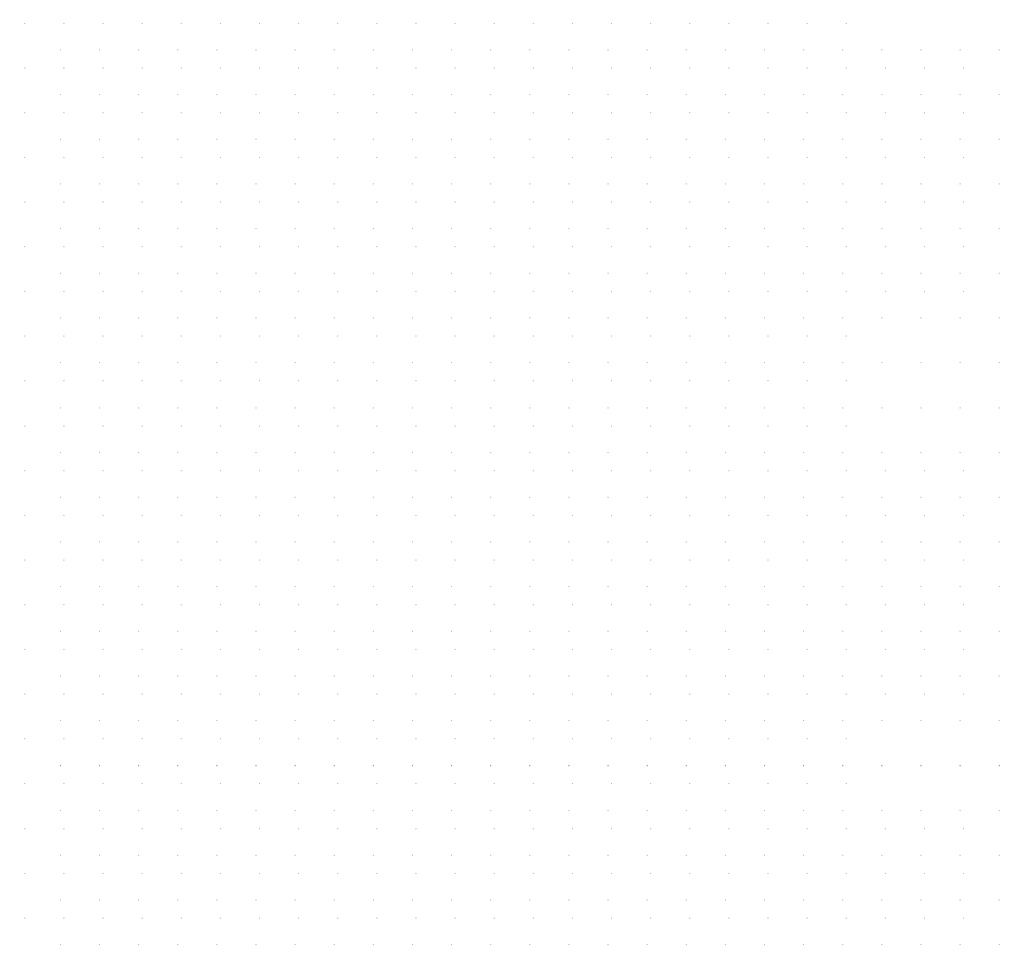
<source format=gbr>
G04 CAM350 V10.5 (Build 464) Date:  Thu May 22 00:38:33 2014 *
G04 Database: k:\work\gerber\slfb44-3r250g-01-2-holes.cam *
G04 Layer 4: V2 *
%FSDAX33Y33*%
%MOMM*%
%SFA1.000B1.000*%

%MIA0B0*%
%IPPOS*%
%LNV2*%
%LPD*%
G36*
X054711Y055897D02*
G01X054717Y055920D01*
X054733Y055937*
X054756Y055943*
X054779Y055937*
X054795Y055920*
X054802Y055897*
X054795Y055874*
X054779Y055858*
X054756Y055852*
X054733Y055858*
X054717Y055874*
X054711Y055897*
G37*
G36*
Y050469D02*
G01X054717Y050492D01*
X054733Y050508*
X054756Y050514*
X054779Y050508*
X054795Y050492*
X054802Y050469*
X054795Y050446*
X054779Y050430*
X054756Y050423*
X054733Y050430*
X054717Y050446*
X054711Y050469*
G37*
G36*
Y045041D02*
G01X054717Y045063D01*
X054733Y045080*
X054756Y045086*
X054779Y045080*
X054795Y045063*
X054802Y045041*
X054795Y045018*
X054779Y045001*
X054756Y044995*
X054733Y045001*
X054717Y045018*
X054711Y045041*
G37*
G36*
Y039612D02*
G01X054717Y039635D01*
X054733Y039652*
X054756Y039658*
X054779Y039652*
X054795Y039635*
X054802Y039612*
X054795Y039590*
X054779Y039573*
X054756Y039567*
X054733Y039573*
X054717Y039590*
X054711Y039612*
G37*
G36*
Y034184D02*
G01X054717Y034207D01*
X054733Y034223*
X054756Y034229*
X054779Y034223*
X054795Y034207*
X054802Y034184*
X054795Y034161*
X054779Y034145*
X054756Y034139*
X054733Y034145*
X054717Y034161*
X054711Y034184*
G37*
G36*
Y028756D02*
G01X054717Y028778D01*
X054733Y028795*
X054756Y028801*
X054779Y028795*
X054795Y028778*
X054802Y028756*
X054795Y028733*
X054779Y028716*
X054756Y028710*
X054733Y028716*
X054717Y028733*
X054711Y028756*
G37*
G36*
Y023327D02*
G01X054717Y023350D01*
X054733Y023367*
X054756Y023373*
X054779Y023367*
X054795Y023350*
X054802Y023327*
X054795Y023305*
X054779Y023288*
X054756Y023282*
X054733Y023288*
X054717Y023305*
X054711Y023327*
G37*
G36*
Y017899D02*
G01X054717Y017922D01*
X054733Y017938*
X054756Y017945*
X054779Y017938*
X054795Y017922*
X054802Y017899*
X054795Y017876*
X054779Y017860*
X054756Y017854*
X054733Y017860*
X054717Y017876*
X054711Y017899*
G37*
G36*
Y012471D02*
G01X054717Y012494D01*
X054733Y012510*
X054756Y012516*
X054779Y012510*
X054795Y012494*
X054802Y012471*
X054795Y012448*
X054779Y012431*
X054756Y012425*
X054733Y012431*
X054717Y012448*
X054711Y012471*
G37*
G36*
Y007043D02*
G01X054717Y007065D01*
X054733Y007082*
X054756Y007088*
X054779Y007082*
X054795Y007065*
X054802Y007043*
X054795Y007020*
X054779Y007003*
X054756Y006997*
X054733Y007003*
X054717Y007020*
X054711Y007043*
G37*
G36*
Y001614D02*
G01X054717Y001637D01*
X054733Y001654*
X054756Y001660*
X054779Y001654*
X054795Y001637*
X054802Y001614*
X054795Y001591*
X054779Y001575*
X054756Y001569*
X054733Y001575*
X054717Y001591*
X054711Y001614*
G37*
G36*
Y-003814D02*
G01X054717Y-003791D01*
X054733Y-003775*
X054756Y-003769*
X054779Y-003775*
X054795Y-003791*
X054802Y-003814*
X054795Y-003837*
X054779Y-003853*
X054756Y-003860*
X054733Y-003853*
X054717Y-003837*
X054711Y-003814*
G37*
G36*
Y-009242D02*
G01X054717Y-009220D01*
X054733Y-009203*
X054756Y-009197*
X054779Y-009203*
X054795Y-009220*
X054802Y-009242*
X054795Y-009265*
X054779Y-009282*
X054756Y-009288*
X054733Y-009282*
X054717Y-009265*
X054711Y-009242*
G37*
G36*
Y-014671D02*
G01X054717Y-014648D01*
X054733Y-014631*
X054756Y-014625*
X054779Y-014631*
X054795Y-014648*
X054802Y-014671*
X054795Y-014693*
X054779Y-014710*
X054756Y-014716*
X054733Y-014710*
X054717Y-014693*
X054711Y-014671*
G37*
G36*
Y-020099D02*
G01X054717Y-020076D01*
X054733Y-020060*
X054756Y-020054*
X054779Y-020060*
X054795Y-020076*
X054802Y-020099*
X054795Y-020122*
X054779Y-020138*
X054756Y-020144*
X054733Y-020138*
X054717Y-020122*
X054711Y-020099*
G37*
G36*
Y-025527D02*
G01X054717Y-025505D01*
X054733Y-025488*
X054756Y-025482*
X054779Y-025488*
X054795Y-025505*
X054802Y-025527*
X054795Y-025550*
X054779Y-025567*
X054756Y-025573*
X054733Y-025567*
X054717Y-025550*
X054711Y-025527*
G37*
G36*
Y-030956D02*
G01X054717Y-030933D01*
X054733Y-030916*
X054756Y-030910*
X054779Y-030916*
X054795Y-030933*
X054802Y-030956*
X054795Y-030978*
X054779Y-030995*
X054756Y-031001*
X054733Y-030995*
X054717Y-030978*
X054711Y-030956*
G37*
G36*
Y-036384D02*
G01X054717Y-036361D01*
X054733Y-036345*
X054756Y-036338*
X054779Y-036345*
X054795Y-036361*
X054802Y-036384*
X054795Y-036407*
X054779Y-036423*
X054756Y-036429*
X054733Y-036423*
X054717Y-036407*
X054711Y-036384*
G37*
G36*
Y-041812D02*
G01X054717Y-041789D01*
X054733Y-041773*
X054756Y-041767*
X054779Y-041773*
X054795Y-041789*
X054802Y-041812*
X054795Y-041835*
X054779Y-041852*
X054756Y-041858*
X054733Y-041852*
X054717Y-041835*
X054711Y-041812*
G37*
G36*
Y-047240D02*
G01X054717Y-047218D01*
X054733Y-047201*
X054756Y-047195*
X054779Y-047201*
X054795Y-047218*
X054802Y-047240*
X054795Y-047263*
X054779Y-047280*
X054756Y-047286*
X054733Y-047280*
X054717Y-047263*
X054711Y-047240*
G37*
G36*
Y-052669D02*
G01X054717Y-052646D01*
X054733Y-052629*
X054756Y-052623*
X054779Y-052629*
X054795Y-052646*
X054802Y-052669*
X054795Y-052692*
X054779Y-052708*
X054756Y-052714*
X054733Y-052708*
X054717Y-052692*
X054711Y-052669*
G37*
G36*
X049968Y055897D02*
G01X049974Y055920D01*
X049991Y055937*
X050013Y055943*
X050036Y055937*
X050053Y055920*
X050059Y055897*
X050053Y055874*
X050036Y055858*
X050013Y055852*
X049991Y055858*
X049974Y055874*
X049968Y055897*
G37*
G36*
Y050469D02*
G01X049974Y050492D01*
X049991Y050508*
X050013Y050514*
X050036Y050508*
X050053Y050492*
X050059Y050469*
X050053Y050446*
X050036Y050430*
X050013Y050423*
X049991Y050430*
X049974Y050446*
X049968Y050469*
G37*
G36*
Y045041D02*
G01X049974Y045063D01*
X049991Y045080*
X050013Y045086*
X050036Y045080*
X050053Y045063*
X050059Y045041*
X050053Y045018*
X050036Y045001*
X050013Y044995*
X049991Y045001*
X049974Y045018*
X049968Y045041*
G37*
G36*
Y039612D02*
G01X049974Y039635D01*
X049991Y039652*
X050013Y039658*
X050036Y039652*
X050053Y039635*
X050059Y039612*
X050053Y039590*
X050036Y039573*
X050013Y039567*
X049991Y039573*
X049974Y039590*
X049968Y039612*
G37*
G36*
Y034184D02*
G01X049974Y034207D01*
X049991Y034223*
X050013Y034229*
X050036Y034223*
X050053Y034207*
X050059Y034184*
X050053Y034161*
X050036Y034145*
X050013Y034139*
X049991Y034145*
X049974Y034161*
X049968Y034184*
G37*
G36*
Y028756D02*
G01X049974Y028778D01*
X049991Y028795*
X050013Y028801*
X050036Y028795*
X050053Y028778*
X050059Y028756*
X050053Y028733*
X050036Y028716*
X050013Y028710*
X049991Y028716*
X049974Y028733*
X049968Y028756*
G37*
G36*
Y023327D02*
G01X049974Y023350D01*
X049991Y023367*
X050013Y023373*
X050036Y023367*
X050053Y023350*
X050059Y023327*
X050053Y023305*
X050036Y023288*
X050013Y023282*
X049991Y023288*
X049974Y023305*
X049968Y023327*
G37*
G36*
Y017899D02*
G01X049974Y017922D01*
X049991Y017938*
X050013Y017945*
X050036Y017938*
X050053Y017922*
X050059Y017899*
X050053Y017876*
X050036Y017860*
X050013Y017854*
X049991Y017860*
X049974Y017876*
X049968Y017899*
G37*
G36*
Y012471D02*
G01X049974Y012494D01*
X049991Y012510*
X050013Y012516*
X050036Y012510*
X050053Y012494*
X050059Y012471*
X050053Y012448*
X050036Y012431*
X050013Y012425*
X049991Y012431*
X049974Y012448*
X049968Y012471*
G37*
G36*
Y007043D02*
G01X049974Y007065D01*
X049991Y007082*
X050013Y007088*
X050036Y007082*
X050053Y007065*
X050059Y007043*
X050053Y007020*
X050036Y007003*
X050013Y006997*
X049991Y007003*
X049974Y007020*
X049968Y007043*
G37*
G36*
Y001614D02*
G01X049974Y001637D01*
X049991Y001654*
X050013Y001660*
X050036Y001654*
X050053Y001637*
X050059Y001614*
X050053Y001591*
X050036Y001575*
X050013Y001569*
X049991Y001575*
X049974Y001591*
X049968Y001614*
G37*
G36*
Y-003814D02*
G01X049974Y-003791D01*
X049991Y-003775*
X050013Y-003769*
X050036Y-003775*
X050053Y-003791*
X050059Y-003814*
X050053Y-003837*
X050036Y-003853*
X050013Y-003860*
X049991Y-003853*
X049974Y-003837*
X049968Y-003814*
G37*
G36*
Y-009242D02*
G01X049974Y-009220D01*
X049991Y-009203*
X050013Y-009197*
X050036Y-009203*
X050053Y-009220*
X050059Y-009242*
X050053Y-009265*
X050036Y-009282*
X050013Y-009288*
X049991Y-009282*
X049974Y-009265*
X049968Y-009242*
G37*
G36*
Y-014671D02*
G01X049974Y-014648D01*
X049991Y-014631*
X050013Y-014625*
X050036Y-014631*
X050053Y-014648*
X050059Y-014671*
X050053Y-014693*
X050036Y-014710*
X050013Y-014716*
X049991Y-014710*
X049974Y-014693*
X049968Y-014671*
G37*
G36*
Y-020099D02*
G01X049974Y-020076D01*
X049991Y-020060*
X050013Y-020054*
X050036Y-020060*
X050053Y-020076*
X050059Y-020099*
X050053Y-020122*
X050036Y-020138*
X050013Y-020144*
X049991Y-020138*
X049974Y-020122*
X049968Y-020099*
G37*
G36*
Y-025527D02*
G01X049974Y-025505D01*
X049991Y-025488*
X050013Y-025482*
X050036Y-025488*
X050053Y-025505*
X050059Y-025527*
X050053Y-025550*
X050036Y-025567*
X050013Y-025573*
X049991Y-025567*
X049974Y-025550*
X049968Y-025527*
G37*
G36*
Y-030956D02*
G01X049974Y-030933D01*
X049991Y-030916*
X050013Y-030910*
X050036Y-030916*
X050053Y-030933*
X050059Y-030956*
X050053Y-030978*
X050036Y-030995*
X050013Y-031001*
X049991Y-030995*
X049974Y-030978*
X049968Y-030956*
G37*
G36*
Y-036384D02*
G01X049974Y-036361D01*
X049991Y-036345*
X050013Y-036338*
X050036Y-036345*
X050053Y-036361*
X050059Y-036384*
X050053Y-036407*
X050036Y-036423*
X050013Y-036429*
X049991Y-036423*
X049974Y-036407*
X049968Y-036384*
G37*
G36*
Y-041812D02*
G01X049974Y-041789D01*
X049991Y-041773*
X050013Y-041767*
X050036Y-041773*
X050053Y-041789*
X050059Y-041812*
X050053Y-041835*
X050036Y-041852*
X050013Y-041858*
X049991Y-041852*
X049974Y-041835*
X049968Y-041812*
G37*
G36*
Y-047240D02*
G01X049974Y-047218D01*
X049991Y-047201*
X050013Y-047195*
X050036Y-047201*
X050053Y-047218*
X050059Y-047240*
X050053Y-047263*
X050036Y-047280*
X050013Y-047286*
X049991Y-047280*
X049974Y-047263*
X049968Y-047240*
G37*
G36*
Y-052669D02*
G01X049974Y-052646D01*
X049991Y-052629*
X050013Y-052623*
X050036Y-052629*
X050053Y-052646*
X050059Y-052669*
X050053Y-052692*
X050036Y-052708*
X050013Y-052714*
X049991Y-052708*
X049974Y-052692*
X049968Y-052669*
G37*
G36*
X045225Y055897D02*
G01X045231Y055920D01*
X045248Y055937*
X045271Y055943*
X045294Y055937*
X045310Y055920*
X045316Y055897*
X045310Y055874*
X045294Y055858*
X045271Y055852*
X045248Y055858*
X045231Y055874*
X045225Y055897*
G37*
G36*
Y050469D02*
G01X045231Y050492D01*
X045248Y050508*
X045271Y050514*
X045294Y050508*
X045310Y050492*
X045316Y050469*
X045310Y050446*
X045294Y050430*
X045271Y050423*
X045248Y050430*
X045231Y050446*
X045225Y050469*
G37*
G36*
Y045041D02*
G01X045231Y045063D01*
X045248Y045080*
X045271Y045086*
X045294Y045080*
X045310Y045063*
X045316Y045041*
X045310Y045018*
X045294Y045001*
X045271Y044995*
X045248Y045001*
X045231Y045018*
X045225Y045041*
G37*
G36*
Y039612D02*
G01X045231Y039635D01*
X045248Y039652*
X045271Y039658*
X045294Y039652*
X045310Y039635*
X045316Y039612*
X045310Y039590*
X045294Y039573*
X045271Y039567*
X045248Y039573*
X045231Y039590*
X045225Y039612*
G37*
G36*
Y034184D02*
G01X045231Y034207D01*
X045248Y034223*
X045271Y034229*
X045294Y034223*
X045310Y034207*
X045316Y034184*
X045310Y034161*
X045294Y034145*
X045271Y034139*
X045248Y034145*
X045231Y034161*
X045225Y034184*
G37*
G36*
Y028756D02*
G01X045231Y028778D01*
X045248Y028795*
X045271Y028801*
X045294Y028795*
X045310Y028778*
X045316Y028756*
X045310Y028733*
X045294Y028716*
X045271Y028710*
X045248Y028716*
X045231Y028733*
X045225Y028756*
G37*
G36*
Y023327D02*
G01X045231Y023350D01*
X045248Y023367*
X045271Y023373*
X045294Y023367*
X045310Y023350*
X045316Y023327*
X045310Y023305*
X045294Y023288*
X045271Y023282*
X045248Y023288*
X045231Y023305*
X045225Y023327*
G37*
G36*
Y017899D02*
G01X045231Y017922D01*
X045248Y017938*
X045271Y017945*
X045294Y017938*
X045310Y017922*
X045316Y017899*
X045310Y017876*
X045294Y017860*
X045271Y017854*
X045248Y017860*
X045231Y017876*
X045225Y017899*
G37*
G36*
Y012471D02*
G01X045231Y012494D01*
X045248Y012510*
X045271Y012516*
X045294Y012510*
X045310Y012494*
X045316Y012471*
X045310Y012448*
X045294Y012431*
X045271Y012425*
X045248Y012431*
X045231Y012448*
X045225Y012471*
G37*
G36*
Y007043D02*
G01X045231Y007065D01*
X045248Y007082*
X045271Y007088*
X045294Y007082*
X045310Y007065*
X045316Y007043*
X045310Y007020*
X045294Y007003*
X045271Y006997*
X045248Y007003*
X045231Y007020*
X045225Y007043*
G37*
G36*
Y001614D02*
G01X045231Y001637D01*
X045248Y001654*
X045271Y001660*
X045294Y001654*
X045310Y001637*
X045316Y001614*
X045310Y001591*
X045294Y001575*
X045271Y001569*
X045248Y001575*
X045231Y001591*
X045225Y001614*
G37*
G36*
Y-003814D02*
G01X045231Y-003791D01*
X045248Y-003775*
X045271Y-003769*
X045294Y-003775*
X045310Y-003791*
X045316Y-003814*
X045310Y-003837*
X045294Y-003853*
X045271Y-003860*
X045248Y-003853*
X045231Y-003837*
X045225Y-003814*
G37*
G36*
Y-009242D02*
G01X045231Y-009220D01*
X045248Y-009203*
X045271Y-009197*
X045294Y-009203*
X045310Y-009220*
X045316Y-009242*
X045310Y-009265*
X045294Y-009282*
X045271Y-009288*
X045248Y-009282*
X045231Y-009265*
X045225Y-009242*
G37*
G36*
Y-014671D02*
G01X045231Y-014648D01*
X045248Y-014631*
X045271Y-014625*
X045294Y-014631*
X045310Y-014648*
X045316Y-014671*
X045310Y-014693*
X045294Y-014710*
X045271Y-014716*
X045248Y-014710*
X045231Y-014693*
X045225Y-014671*
G37*
G36*
Y-020099D02*
G01X045231Y-020076D01*
X045248Y-020060*
X045271Y-020054*
X045294Y-020060*
X045310Y-020076*
X045316Y-020099*
X045310Y-020122*
X045294Y-020138*
X045271Y-020144*
X045248Y-020138*
X045231Y-020122*
X045225Y-020099*
G37*
G36*
Y-025527D02*
G01X045231Y-025505D01*
X045248Y-025488*
X045271Y-025482*
X045294Y-025488*
X045310Y-025505*
X045316Y-025527*
X045310Y-025550*
X045294Y-025567*
X045271Y-025573*
X045248Y-025567*
X045231Y-025550*
X045225Y-025527*
G37*
G36*
Y-030956D02*
G01X045231Y-030933D01*
X045248Y-030916*
X045271Y-030910*
X045294Y-030916*
X045310Y-030933*
X045316Y-030956*
X045310Y-030978*
X045294Y-030995*
X045271Y-031001*
X045248Y-030995*
X045231Y-030978*
X045225Y-030956*
G37*
G36*
Y-036384D02*
G01X045231Y-036361D01*
X045248Y-036345*
X045271Y-036338*
X045294Y-036345*
X045310Y-036361*
X045316Y-036384*
X045310Y-036407*
X045294Y-036423*
X045271Y-036429*
X045248Y-036423*
X045231Y-036407*
X045225Y-036384*
G37*
G36*
Y-041812D02*
G01X045231Y-041789D01*
X045248Y-041773*
X045271Y-041767*
X045294Y-041773*
X045310Y-041789*
X045316Y-041812*
X045310Y-041835*
X045294Y-041852*
X045271Y-041858*
X045248Y-041852*
X045231Y-041835*
X045225Y-041812*
G37*
G36*
Y-047240D02*
G01X045231Y-047218D01*
X045248Y-047201*
X045271Y-047195*
X045294Y-047201*
X045310Y-047218*
X045316Y-047240*
X045310Y-047263*
X045294Y-047280*
X045271Y-047286*
X045248Y-047280*
X045231Y-047263*
X045225Y-047240*
G37*
G36*
Y-052669D02*
G01X045231Y-052646D01*
X045248Y-052629*
X045271Y-052623*
X045294Y-052629*
X045310Y-052646*
X045316Y-052669*
X045310Y-052692*
X045294Y-052708*
X045271Y-052714*
X045248Y-052708*
X045231Y-052692*
X045225Y-052669*
G37*
G36*
X040483Y055897D02*
G01X040489Y055920D01*
X040505Y055937*
X040528Y055943*
X040551Y055937*
X040568Y055920*
X040574Y055897*
X040568Y055874*
X040551Y055858*
X040528Y055852*
X040505Y055858*
X040489Y055874*
X040483Y055897*
G37*
G36*
Y050469D02*
G01X040489Y050492D01*
X040505Y050508*
X040528Y050514*
X040551Y050508*
X040568Y050492*
X040574Y050469*
X040568Y050446*
X040551Y050430*
X040528Y050423*
X040505Y050430*
X040489Y050446*
X040483Y050469*
G37*
G36*
Y045041D02*
G01X040489Y045063D01*
X040505Y045080*
X040528Y045086*
X040551Y045080*
X040568Y045063*
X040574Y045041*
X040568Y045018*
X040551Y045001*
X040528Y044995*
X040505Y045001*
X040489Y045018*
X040483Y045041*
G37*
G36*
Y039612D02*
G01X040489Y039635D01*
X040505Y039652*
X040528Y039658*
X040551Y039652*
X040568Y039635*
X040574Y039612*
X040568Y039590*
X040551Y039573*
X040528Y039567*
X040505Y039573*
X040489Y039590*
X040483Y039612*
G37*
G36*
Y034184D02*
G01X040489Y034207D01*
X040505Y034223*
X040528Y034229*
X040551Y034223*
X040568Y034207*
X040574Y034184*
X040568Y034161*
X040551Y034145*
X040528Y034139*
X040505Y034145*
X040489Y034161*
X040483Y034184*
G37*
G36*
Y028756D02*
G01X040489Y028778D01*
X040505Y028795*
X040528Y028801*
X040551Y028795*
X040568Y028778*
X040574Y028756*
X040568Y028733*
X040551Y028716*
X040528Y028710*
X040505Y028716*
X040489Y028733*
X040483Y028756*
G37*
G36*
Y023327D02*
G01X040489Y023350D01*
X040505Y023367*
X040528Y023373*
X040551Y023367*
X040568Y023350*
X040574Y023327*
X040568Y023305*
X040551Y023288*
X040528Y023282*
X040505Y023288*
X040489Y023305*
X040483Y023327*
G37*
G36*
Y017899D02*
G01X040489Y017922D01*
X040505Y017938*
X040528Y017945*
X040551Y017938*
X040568Y017922*
X040574Y017899*
X040568Y017876*
X040551Y017860*
X040528Y017854*
X040505Y017860*
X040489Y017876*
X040483Y017899*
G37*
G36*
Y012471D02*
G01X040489Y012494D01*
X040505Y012510*
X040528Y012516*
X040551Y012510*
X040568Y012494*
X040574Y012471*
X040568Y012448*
X040551Y012431*
X040528Y012425*
X040505Y012431*
X040489Y012448*
X040483Y012471*
G37*
G36*
Y007043D02*
G01X040489Y007065D01*
X040505Y007082*
X040528Y007088*
X040551Y007082*
X040568Y007065*
X040574Y007043*
X040568Y007020*
X040551Y007003*
X040528Y006997*
X040505Y007003*
X040489Y007020*
X040483Y007043*
G37*
G36*
Y001614D02*
G01X040489Y001637D01*
X040505Y001654*
X040528Y001660*
X040551Y001654*
X040568Y001637*
X040574Y001614*
X040568Y001591*
X040551Y001575*
X040528Y001569*
X040505Y001575*
X040489Y001591*
X040483Y001614*
G37*
G36*
Y-003814D02*
G01X040489Y-003791D01*
X040505Y-003775*
X040528Y-003769*
X040551Y-003775*
X040568Y-003791*
X040574Y-003814*
X040568Y-003837*
X040551Y-003853*
X040528Y-003860*
X040505Y-003853*
X040489Y-003837*
X040483Y-003814*
G37*
G36*
Y-009242D02*
G01X040489Y-009220D01*
X040505Y-009203*
X040528Y-009197*
X040551Y-009203*
X040568Y-009220*
X040574Y-009242*
X040568Y-009265*
X040551Y-009282*
X040528Y-009288*
X040505Y-009282*
X040489Y-009265*
X040483Y-009242*
G37*
G36*
Y-014671D02*
G01X040489Y-014648D01*
X040505Y-014631*
X040528Y-014625*
X040551Y-014631*
X040568Y-014648*
X040574Y-014671*
X040568Y-014693*
X040551Y-014710*
X040528Y-014716*
X040505Y-014710*
X040489Y-014693*
X040483Y-014671*
G37*
G36*
Y-020099D02*
G01X040489Y-020076D01*
X040505Y-020060*
X040528Y-020054*
X040551Y-020060*
X040568Y-020076*
X040574Y-020099*
X040568Y-020122*
X040551Y-020138*
X040528Y-020144*
X040505Y-020138*
X040489Y-020122*
X040483Y-020099*
G37*
G36*
Y-025527D02*
G01X040489Y-025505D01*
X040505Y-025488*
X040528Y-025482*
X040551Y-025488*
X040568Y-025505*
X040574Y-025527*
X040568Y-025550*
X040551Y-025567*
X040528Y-025573*
X040505Y-025567*
X040489Y-025550*
X040483Y-025527*
G37*
G36*
Y-030956D02*
G01X040489Y-030933D01*
X040505Y-030916*
X040528Y-030910*
X040551Y-030916*
X040568Y-030933*
X040574Y-030956*
X040568Y-030978*
X040551Y-030995*
X040528Y-031001*
X040505Y-030995*
X040489Y-030978*
X040483Y-030956*
G37*
G36*
Y-036384D02*
G01X040489Y-036361D01*
X040505Y-036345*
X040528Y-036338*
X040551Y-036345*
X040568Y-036361*
X040574Y-036384*
X040568Y-036407*
X040551Y-036423*
X040528Y-036429*
X040505Y-036423*
X040489Y-036407*
X040483Y-036384*
G37*
G36*
Y-041812D02*
G01X040489Y-041789D01*
X040505Y-041773*
X040528Y-041767*
X040551Y-041773*
X040568Y-041789*
X040574Y-041812*
X040568Y-041835*
X040551Y-041852*
X040528Y-041858*
X040505Y-041852*
X040489Y-041835*
X040483Y-041812*
G37*
G36*
Y-047240D02*
G01X040489Y-047218D01*
X040505Y-047201*
X040528Y-047195*
X040551Y-047201*
X040568Y-047218*
X040574Y-047240*
X040568Y-047263*
X040551Y-047280*
X040528Y-047286*
X040505Y-047280*
X040489Y-047263*
X040483Y-047240*
G37*
G36*
Y-052669D02*
G01X040489Y-052646D01*
X040505Y-052629*
X040528Y-052623*
X040551Y-052629*
X040568Y-052646*
X040574Y-052669*
X040568Y-052692*
X040551Y-052708*
X040528Y-052714*
X040505Y-052708*
X040489Y-052692*
X040483Y-052669*
G37*
G36*
X035740Y055897D02*
G01X035746Y055920D01*
X035763Y055937*
X035786Y055943*
X035808Y055937*
X035825Y055920*
X035831Y055897*
X035825Y055874*
X035808Y055858*
X035786Y055852*
X035763Y055858*
X035746Y055874*
X035740Y055897*
G37*
G36*
Y050469D02*
G01X035746Y050492D01*
X035763Y050508*
X035786Y050514*
X035808Y050508*
X035825Y050492*
X035831Y050469*
X035825Y050446*
X035808Y050430*
X035786Y050423*
X035763Y050430*
X035746Y050446*
X035740Y050469*
G37*
G36*
Y045041D02*
G01X035746Y045063D01*
X035763Y045080*
X035786Y045086*
X035808Y045080*
X035825Y045063*
X035831Y045041*
X035825Y045018*
X035808Y045001*
X035786Y044995*
X035763Y045001*
X035746Y045018*
X035740Y045041*
G37*
G36*
Y039612D02*
G01X035746Y039635D01*
X035763Y039652*
X035786Y039658*
X035808Y039652*
X035825Y039635*
X035831Y039612*
X035825Y039590*
X035808Y039573*
X035786Y039567*
X035763Y039573*
X035746Y039590*
X035740Y039612*
G37*
G36*
Y034184D02*
G01X035746Y034207D01*
X035763Y034223*
X035786Y034229*
X035808Y034223*
X035825Y034207*
X035831Y034184*
X035825Y034161*
X035808Y034145*
X035786Y034139*
X035763Y034145*
X035746Y034161*
X035740Y034184*
G37*
G36*
Y028756D02*
G01X035746Y028778D01*
X035763Y028795*
X035786Y028801*
X035808Y028795*
X035825Y028778*
X035831Y028756*
X035825Y028733*
X035808Y028716*
X035786Y028710*
X035763Y028716*
X035746Y028733*
X035740Y028756*
G37*
G36*
Y023327D02*
G01X035746Y023350D01*
X035763Y023367*
X035786Y023373*
X035808Y023367*
X035825Y023350*
X035831Y023327*
X035825Y023305*
X035808Y023288*
X035786Y023282*
X035763Y023288*
X035746Y023305*
X035740Y023327*
G37*
G36*
Y017899D02*
G01X035746Y017922D01*
X035763Y017938*
X035786Y017945*
X035808Y017938*
X035825Y017922*
X035831Y017899*
X035825Y017876*
X035808Y017860*
X035786Y017854*
X035763Y017860*
X035746Y017876*
X035740Y017899*
G37*
G36*
Y012471D02*
G01X035746Y012494D01*
X035763Y012510*
X035786Y012516*
X035808Y012510*
X035825Y012494*
X035831Y012471*
X035825Y012448*
X035808Y012431*
X035786Y012425*
X035763Y012431*
X035746Y012448*
X035740Y012471*
G37*
G36*
Y007043D02*
G01X035746Y007065D01*
X035763Y007082*
X035786Y007088*
X035808Y007082*
X035825Y007065*
X035831Y007043*
X035825Y007020*
X035808Y007003*
X035786Y006997*
X035763Y007003*
X035746Y007020*
X035740Y007043*
G37*
G36*
Y001614D02*
G01X035746Y001637D01*
X035763Y001654*
X035786Y001660*
X035808Y001654*
X035825Y001637*
X035831Y001614*
X035825Y001591*
X035808Y001575*
X035786Y001569*
X035763Y001575*
X035746Y001591*
X035740Y001614*
G37*
G36*
Y-003814D02*
G01X035746Y-003791D01*
X035763Y-003775*
X035786Y-003769*
X035808Y-003775*
X035825Y-003791*
X035831Y-003814*
X035825Y-003837*
X035808Y-003853*
X035786Y-003860*
X035763Y-003853*
X035746Y-003837*
X035740Y-003814*
G37*
G36*
Y-009242D02*
G01X035746Y-009220D01*
X035763Y-009203*
X035786Y-009197*
X035808Y-009203*
X035825Y-009220*
X035831Y-009242*
X035825Y-009265*
X035808Y-009282*
X035786Y-009288*
X035763Y-009282*
X035746Y-009265*
X035740Y-009242*
G37*
G36*
Y-014671D02*
G01X035746Y-014648D01*
X035763Y-014631*
X035786Y-014625*
X035808Y-014631*
X035825Y-014648*
X035831Y-014671*
X035825Y-014693*
X035808Y-014710*
X035786Y-014716*
X035763Y-014710*
X035746Y-014693*
X035740Y-014671*
G37*
G36*
Y-020099D02*
G01X035746Y-020076D01*
X035763Y-020060*
X035786Y-020054*
X035808Y-020060*
X035825Y-020076*
X035831Y-020099*
X035825Y-020122*
X035808Y-020138*
X035786Y-020144*
X035763Y-020138*
X035746Y-020122*
X035740Y-020099*
G37*
G36*
Y-025527D02*
G01X035746Y-025505D01*
X035763Y-025488*
X035786Y-025482*
X035808Y-025488*
X035825Y-025505*
X035831Y-025527*
X035825Y-025550*
X035808Y-025567*
X035786Y-025573*
X035763Y-025567*
X035746Y-025550*
X035740Y-025527*
G37*
G36*
Y-030956D02*
G01X035746Y-030933D01*
X035763Y-030916*
X035786Y-030910*
X035808Y-030916*
X035825Y-030933*
X035831Y-030956*
X035825Y-030978*
X035808Y-030995*
X035786Y-031001*
X035763Y-030995*
X035746Y-030978*
X035740Y-030956*
G37*
G36*
Y-036384D02*
G01X035746Y-036361D01*
X035763Y-036345*
X035786Y-036338*
X035808Y-036345*
X035825Y-036361*
X035831Y-036384*
X035825Y-036407*
X035808Y-036423*
X035786Y-036429*
X035763Y-036423*
X035746Y-036407*
X035740Y-036384*
G37*
G36*
Y-041812D02*
G01X035746Y-041789D01*
X035763Y-041773*
X035786Y-041767*
X035808Y-041773*
X035825Y-041789*
X035831Y-041812*
X035825Y-041835*
X035808Y-041852*
X035786Y-041858*
X035763Y-041852*
X035746Y-041835*
X035740Y-041812*
G37*
G36*
Y-047240D02*
G01X035746Y-047218D01*
X035763Y-047201*
X035786Y-047195*
X035808Y-047201*
X035825Y-047218*
X035831Y-047240*
X035825Y-047263*
X035808Y-047280*
X035786Y-047286*
X035763Y-047280*
X035746Y-047263*
X035740Y-047240*
G37*
G36*
Y-052669D02*
G01X035746Y-052646D01*
X035763Y-052629*
X035786Y-052623*
X035808Y-052629*
X035825Y-052646*
X035831Y-052669*
X035825Y-052692*
X035808Y-052708*
X035786Y-052714*
X035763Y-052708*
X035746Y-052692*
X035740Y-052669*
G37*
G36*
X030997Y055897D02*
G01X031004Y055920D01*
X031020Y055937*
X031043Y055943*
X031066Y055937*
X031082Y055920*
X031088Y055897*
X031082Y055874*
X031066Y055858*
X031043Y055852*
X031020Y055858*
X031004Y055874*
X030997Y055897*
G37*
G36*
Y050469D02*
G01X031004Y050492D01*
X031020Y050508*
X031043Y050514*
X031066Y050508*
X031082Y050492*
X031088Y050469*
X031082Y050446*
X031066Y050430*
X031043Y050423*
X031020Y050430*
X031004Y050446*
X030997Y050469*
G37*
G36*
Y045041D02*
G01X031004Y045063D01*
X031020Y045080*
X031043Y045086*
X031066Y045080*
X031082Y045063*
X031088Y045041*
X031082Y045018*
X031066Y045001*
X031043Y044995*
X031020Y045001*
X031004Y045018*
X030997Y045041*
G37*
G36*
Y039612D02*
G01X031004Y039635D01*
X031020Y039652*
X031043Y039658*
X031066Y039652*
X031082Y039635*
X031088Y039612*
X031082Y039590*
X031066Y039573*
X031043Y039567*
X031020Y039573*
X031004Y039590*
X030997Y039612*
G37*
G36*
Y034184D02*
G01X031004Y034207D01*
X031020Y034223*
X031043Y034229*
X031066Y034223*
X031082Y034207*
X031088Y034184*
X031082Y034161*
X031066Y034145*
X031043Y034139*
X031020Y034145*
X031004Y034161*
X030997Y034184*
G37*
G36*
Y028756D02*
G01X031004Y028778D01*
X031020Y028795*
X031043Y028801*
X031066Y028795*
X031082Y028778*
X031088Y028756*
X031082Y028733*
X031066Y028716*
X031043Y028710*
X031020Y028716*
X031004Y028733*
X030997Y028756*
G37*
G36*
Y023327D02*
G01X031004Y023350D01*
X031020Y023367*
X031043Y023373*
X031066Y023367*
X031082Y023350*
X031088Y023327*
X031082Y023305*
X031066Y023288*
X031043Y023282*
X031020Y023288*
X031004Y023305*
X030997Y023327*
G37*
G36*
Y017899D02*
G01X031004Y017922D01*
X031020Y017938*
X031043Y017945*
X031066Y017938*
X031082Y017922*
X031088Y017899*
X031082Y017876*
X031066Y017860*
X031043Y017854*
X031020Y017860*
X031004Y017876*
X030997Y017899*
G37*
G36*
Y012471D02*
G01X031004Y012494D01*
X031020Y012510*
X031043Y012516*
X031066Y012510*
X031082Y012494*
X031088Y012471*
X031082Y012448*
X031066Y012431*
X031043Y012425*
X031020Y012431*
X031004Y012448*
X030997Y012471*
G37*
G36*
Y007043D02*
G01X031004Y007065D01*
X031020Y007082*
X031043Y007088*
X031066Y007082*
X031082Y007065*
X031088Y007043*
X031082Y007020*
X031066Y007003*
X031043Y006997*
X031020Y007003*
X031004Y007020*
X030997Y007043*
G37*
G36*
Y001614D02*
G01X031004Y001637D01*
X031020Y001654*
X031043Y001660*
X031066Y001654*
X031082Y001637*
X031088Y001614*
X031082Y001591*
X031066Y001575*
X031043Y001569*
X031020Y001575*
X031004Y001591*
X030997Y001614*
G37*
G36*
Y-003814D02*
G01X031004Y-003791D01*
X031020Y-003775*
X031043Y-003769*
X031066Y-003775*
X031082Y-003791*
X031088Y-003814*
X031082Y-003837*
X031066Y-003853*
X031043Y-003860*
X031020Y-003853*
X031004Y-003837*
X030997Y-003814*
G37*
G36*
Y-009242D02*
G01X031004Y-009220D01*
X031020Y-009203*
X031043Y-009197*
X031066Y-009203*
X031082Y-009220*
X031088Y-009242*
X031082Y-009265*
X031066Y-009282*
X031043Y-009288*
X031020Y-009282*
X031004Y-009265*
X030997Y-009242*
G37*
G36*
Y-014671D02*
G01X031004Y-014648D01*
X031020Y-014631*
X031043Y-014625*
X031066Y-014631*
X031082Y-014648*
X031088Y-014671*
X031082Y-014693*
X031066Y-014710*
X031043Y-014716*
X031020Y-014710*
X031004Y-014693*
X030997Y-014671*
G37*
G36*
Y-020099D02*
G01X031004Y-020076D01*
X031020Y-020060*
X031043Y-020054*
X031066Y-020060*
X031082Y-020076*
X031088Y-020099*
X031082Y-020122*
X031066Y-020138*
X031043Y-020144*
X031020Y-020138*
X031004Y-020122*
X030997Y-020099*
G37*
G36*
Y-025527D02*
G01X031004Y-025505D01*
X031020Y-025488*
X031043Y-025482*
X031066Y-025488*
X031082Y-025505*
X031088Y-025527*
X031082Y-025550*
X031066Y-025567*
X031043Y-025573*
X031020Y-025567*
X031004Y-025550*
X030997Y-025527*
G37*
G36*
Y-030956D02*
G01X031004Y-030933D01*
X031020Y-030916*
X031043Y-030910*
X031066Y-030916*
X031082Y-030933*
X031088Y-030956*
X031082Y-030978*
X031066Y-030995*
X031043Y-031001*
X031020Y-030995*
X031004Y-030978*
X030997Y-030956*
G37*
G36*
Y-036384D02*
G01X031004Y-036361D01*
X031020Y-036345*
X031043Y-036338*
X031066Y-036345*
X031082Y-036361*
X031088Y-036384*
X031082Y-036407*
X031066Y-036423*
X031043Y-036429*
X031020Y-036423*
X031004Y-036407*
X030997Y-036384*
G37*
G36*
Y-041812D02*
G01X031004Y-041789D01*
X031020Y-041773*
X031043Y-041767*
X031066Y-041773*
X031082Y-041789*
X031088Y-041812*
X031082Y-041835*
X031066Y-041852*
X031043Y-041858*
X031020Y-041852*
X031004Y-041835*
X030997Y-041812*
G37*
G36*
Y-047240D02*
G01X031004Y-047218D01*
X031020Y-047201*
X031043Y-047195*
X031066Y-047201*
X031082Y-047218*
X031088Y-047240*
X031082Y-047263*
X031066Y-047280*
X031043Y-047286*
X031020Y-047280*
X031004Y-047263*
X030997Y-047240*
G37*
G36*
Y-052669D02*
G01X031004Y-052646D01*
X031020Y-052629*
X031043Y-052623*
X031066Y-052629*
X031082Y-052646*
X031088Y-052669*
X031082Y-052692*
X031066Y-052708*
X031043Y-052714*
X031020Y-052708*
X031004Y-052692*
X030997Y-052669*
G37*
G36*
X026255Y055897D02*
G01X026261Y055920D01*
X026278Y055937*
X026300Y055943*
X026323Y055937*
X026340Y055920*
X026346Y055897*
X026340Y055874*
X026323Y055858*
X026300Y055852*
X026278Y055858*
X026261Y055874*
X026255Y055897*
G37*
G36*
Y050469D02*
G01X026261Y050492D01*
X026278Y050508*
X026300Y050514*
X026323Y050508*
X026340Y050492*
X026346Y050469*
X026340Y050446*
X026323Y050430*
X026300Y050423*
X026278Y050430*
X026261Y050446*
X026255Y050469*
G37*
G36*
Y045041D02*
G01X026261Y045063D01*
X026278Y045080*
X026300Y045086*
X026323Y045080*
X026340Y045063*
X026346Y045041*
X026340Y045018*
X026323Y045001*
X026300Y044995*
X026278Y045001*
X026261Y045018*
X026255Y045041*
G37*
G36*
Y039612D02*
G01X026261Y039635D01*
X026278Y039652*
X026300Y039658*
X026323Y039652*
X026340Y039635*
X026346Y039612*
X026340Y039590*
X026323Y039573*
X026300Y039567*
X026278Y039573*
X026261Y039590*
X026255Y039612*
G37*
G36*
Y034184D02*
G01X026261Y034207D01*
X026278Y034223*
X026300Y034229*
X026323Y034223*
X026340Y034207*
X026346Y034184*
X026340Y034161*
X026323Y034145*
X026300Y034139*
X026278Y034145*
X026261Y034161*
X026255Y034184*
G37*
G36*
Y028756D02*
G01X026261Y028778D01*
X026278Y028795*
X026300Y028801*
X026323Y028795*
X026340Y028778*
X026346Y028756*
X026340Y028733*
X026323Y028716*
X026300Y028710*
X026278Y028716*
X026261Y028733*
X026255Y028756*
G37*
G36*
Y023327D02*
G01X026261Y023350D01*
X026278Y023367*
X026300Y023373*
X026323Y023367*
X026340Y023350*
X026346Y023327*
X026340Y023305*
X026323Y023288*
X026300Y023282*
X026278Y023288*
X026261Y023305*
X026255Y023327*
G37*
G36*
Y017899D02*
G01X026261Y017922D01*
X026278Y017938*
X026300Y017945*
X026323Y017938*
X026340Y017922*
X026346Y017899*
X026340Y017876*
X026323Y017860*
X026300Y017854*
X026278Y017860*
X026261Y017876*
X026255Y017899*
G37*
G36*
Y012471D02*
G01X026261Y012494D01*
X026278Y012510*
X026300Y012516*
X026323Y012510*
X026340Y012494*
X026346Y012471*
X026340Y012448*
X026323Y012431*
X026300Y012425*
X026278Y012431*
X026261Y012448*
X026255Y012471*
G37*
G36*
Y007043D02*
G01X026261Y007065D01*
X026278Y007082*
X026300Y007088*
X026323Y007082*
X026340Y007065*
X026346Y007043*
X026340Y007020*
X026323Y007003*
X026300Y006997*
X026278Y007003*
X026261Y007020*
X026255Y007043*
G37*
G36*
Y001614D02*
G01X026261Y001637D01*
X026278Y001654*
X026300Y001660*
X026323Y001654*
X026340Y001637*
X026346Y001614*
X026340Y001591*
X026323Y001575*
X026300Y001569*
X026278Y001575*
X026261Y001591*
X026255Y001614*
G37*
G36*
Y-003814D02*
G01X026261Y-003791D01*
X026278Y-003775*
X026300Y-003769*
X026323Y-003775*
X026340Y-003791*
X026346Y-003814*
X026340Y-003837*
X026323Y-003853*
X026300Y-003860*
X026278Y-003853*
X026261Y-003837*
X026255Y-003814*
G37*
G36*
Y-009242D02*
G01X026261Y-009220D01*
X026278Y-009203*
X026300Y-009197*
X026323Y-009203*
X026340Y-009220*
X026346Y-009242*
X026340Y-009265*
X026323Y-009282*
X026300Y-009288*
X026278Y-009282*
X026261Y-009265*
X026255Y-009242*
G37*
G36*
Y-014671D02*
G01X026261Y-014648D01*
X026278Y-014631*
X026300Y-014625*
X026323Y-014631*
X026340Y-014648*
X026346Y-014671*
X026340Y-014693*
X026323Y-014710*
X026300Y-014716*
X026278Y-014710*
X026261Y-014693*
X026255Y-014671*
G37*
G36*
Y-020099D02*
G01X026261Y-020076D01*
X026278Y-020060*
X026300Y-020054*
X026323Y-020060*
X026340Y-020076*
X026346Y-020099*
X026340Y-020122*
X026323Y-020138*
X026300Y-020144*
X026278Y-020138*
X026261Y-020122*
X026255Y-020099*
G37*
G36*
Y-025527D02*
G01X026261Y-025505D01*
X026278Y-025488*
X026300Y-025482*
X026323Y-025488*
X026340Y-025505*
X026346Y-025527*
X026340Y-025550*
X026323Y-025567*
X026300Y-025573*
X026278Y-025567*
X026261Y-025550*
X026255Y-025527*
G37*
G36*
Y-030956D02*
G01X026261Y-030933D01*
X026278Y-030916*
X026300Y-030910*
X026323Y-030916*
X026340Y-030933*
X026346Y-030956*
X026340Y-030978*
X026323Y-030995*
X026300Y-031001*
X026278Y-030995*
X026261Y-030978*
X026255Y-030956*
G37*
G36*
Y-036384D02*
G01X026261Y-036361D01*
X026278Y-036345*
X026300Y-036338*
X026323Y-036345*
X026340Y-036361*
X026346Y-036384*
X026340Y-036407*
X026323Y-036423*
X026300Y-036429*
X026278Y-036423*
X026261Y-036407*
X026255Y-036384*
G37*
G36*
Y-041812D02*
G01X026261Y-041789D01*
X026278Y-041773*
X026300Y-041767*
X026323Y-041773*
X026340Y-041789*
X026346Y-041812*
X026340Y-041835*
X026323Y-041852*
X026300Y-041858*
X026278Y-041852*
X026261Y-041835*
X026255Y-041812*
G37*
G36*
Y-047240D02*
G01X026261Y-047218D01*
X026278Y-047201*
X026300Y-047195*
X026323Y-047201*
X026340Y-047218*
X026346Y-047240*
X026340Y-047263*
X026323Y-047280*
X026300Y-047286*
X026278Y-047280*
X026261Y-047263*
X026255Y-047240*
G37*
G36*
Y-052669D02*
G01X026261Y-052646D01*
X026278Y-052629*
X026300Y-052623*
X026323Y-052629*
X026340Y-052646*
X026346Y-052669*
X026340Y-052692*
X026323Y-052708*
X026300Y-052714*
X026278Y-052708*
X026261Y-052692*
X026255Y-052669*
G37*
G36*
X021512Y055897D02*
G01X021518Y055920D01*
X021535Y055937*
X021558Y055943*
X021580Y055937*
X021597Y055920*
X021603Y055897*
X021597Y055874*
X021580Y055858*
X021558Y055852*
X021535Y055858*
X021518Y055874*
X021512Y055897*
G37*
G36*
Y050469D02*
G01X021518Y050492D01*
X021535Y050508*
X021558Y050514*
X021580Y050508*
X021597Y050492*
X021603Y050469*
X021597Y050446*
X021580Y050430*
X021558Y050423*
X021535Y050430*
X021518Y050446*
X021512Y050469*
G37*
G36*
Y045041D02*
G01X021518Y045063D01*
X021535Y045080*
X021558Y045086*
X021580Y045080*
X021597Y045063*
X021603Y045041*
X021597Y045018*
X021580Y045001*
X021558Y044995*
X021535Y045001*
X021518Y045018*
X021512Y045041*
G37*
G36*
Y039612D02*
G01X021518Y039635D01*
X021535Y039652*
X021558Y039658*
X021580Y039652*
X021597Y039635*
X021603Y039612*
X021597Y039590*
X021580Y039573*
X021558Y039567*
X021535Y039573*
X021518Y039590*
X021512Y039612*
G37*
G36*
Y034184D02*
G01X021518Y034207D01*
X021535Y034223*
X021558Y034229*
X021580Y034223*
X021597Y034207*
X021603Y034184*
X021597Y034161*
X021580Y034145*
X021558Y034139*
X021535Y034145*
X021518Y034161*
X021512Y034184*
G37*
G36*
Y028756D02*
G01X021518Y028778D01*
X021535Y028795*
X021558Y028801*
X021580Y028795*
X021597Y028778*
X021603Y028756*
X021597Y028733*
X021580Y028716*
X021558Y028710*
X021535Y028716*
X021518Y028733*
X021512Y028756*
G37*
G36*
Y023327D02*
G01X021518Y023350D01*
X021535Y023367*
X021558Y023373*
X021580Y023367*
X021597Y023350*
X021603Y023327*
X021597Y023305*
X021580Y023288*
X021558Y023282*
X021535Y023288*
X021518Y023305*
X021512Y023327*
G37*
G36*
Y017899D02*
G01X021518Y017922D01*
X021535Y017938*
X021558Y017945*
X021580Y017938*
X021597Y017922*
X021603Y017899*
X021597Y017876*
X021580Y017860*
X021558Y017854*
X021535Y017860*
X021518Y017876*
X021512Y017899*
G37*
G36*
Y012471D02*
G01X021518Y012494D01*
X021535Y012510*
X021558Y012516*
X021580Y012510*
X021597Y012494*
X021603Y012471*
X021597Y012448*
X021580Y012431*
X021558Y012425*
X021535Y012431*
X021518Y012448*
X021512Y012471*
G37*
G36*
Y007043D02*
G01X021518Y007065D01*
X021535Y007082*
X021558Y007088*
X021580Y007082*
X021597Y007065*
X021603Y007043*
X021597Y007020*
X021580Y007003*
X021558Y006997*
X021535Y007003*
X021518Y007020*
X021512Y007043*
G37*
G36*
Y001614D02*
G01X021518Y001637D01*
X021535Y001654*
X021558Y001660*
X021580Y001654*
X021597Y001637*
X021603Y001614*
X021597Y001591*
X021580Y001575*
X021558Y001569*
X021535Y001575*
X021518Y001591*
X021512Y001614*
G37*
G36*
Y-003814D02*
G01X021518Y-003791D01*
X021535Y-003775*
X021558Y-003769*
X021580Y-003775*
X021597Y-003791*
X021603Y-003814*
X021597Y-003837*
X021580Y-003853*
X021558Y-003860*
X021535Y-003853*
X021518Y-003837*
X021512Y-003814*
G37*
G36*
Y-009242D02*
G01X021518Y-009220D01*
X021535Y-009203*
X021558Y-009197*
X021580Y-009203*
X021597Y-009220*
X021603Y-009242*
X021597Y-009265*
X021580Y-009282*
X021558Y-009288*
X021535Y-009282*
X021518Y-009265*
X021512Y-009242*
G37*
G36*
Y-014671D02*
G01X021518Y-014648D01*
X021535Y-014631*
X021558Y-014625*
X021580Y-014631*
X021597Y-014648*
X021603Y-014671*
X021597Y-014693*
X021580Y-014710*
X021558Y-014716*
X021535Y-014710*
X021518Y-014693*
X021512Y-014671*
G37*
G36*
Y-020099D02*
G01X021518Y-020076D01*
X021535Y-020060*
X021558Y-020054*
X021580Y-020060*
X021597Y-020076*
X021603Y-020099*
X021597Y-020122*
X021580Y-020138*
X021558Y-020144*
X021535Y-020138*
X021518Y-020122*
X021512Y-020099*
G37*
G36*
Y-025527D02*
G01X021518Y-025505D01*
X021535Y-025488*
X021558Y-025482*
X021580Y-025488*
X021597Y-025505*
X021603Y-025527*
X021597Y-025550*
X021580Y-025567*
X021558Y-025573*
X021535Y-025567*
X021518Y-025550*
X021512Y-025527*
G37*
G36*
Y-030956D02*
G01X021518Y-030933D01*
X021535Y-030916*
X021558Y-030910*
X021580Y-030916*
X021597Y-030933*
X021603Y-030956*
X021597Y-030978*
X021580Y-030995*
X021558Y-031001*
X021535Y-030995*
X021518Y-030978*
X021512Y-030956*
G37*
G36*
Y-036384D02*
G01X021518Y-036361D01*
X021535Y-036345*
X021558Y-036338*
X021580Y-036345*
X021597Y-036361*
X021603Y-036384*
X021597Y-036407*
X021580Y-036423*
X021558Y-036429*
X021535Y-036423*
X021518Y-036407*
X021512Y-036384*
G37*
G36*
Y-041812D02*
G01X021518Y-041789D01*
X021535Y-041773*
X021558Y-041767*
X021580Y-041773*
X021597Y-041789*
X021603Y-041812*
X021597Y-041835*
X021580Y-041852*
X021558Y-041858*
X021535Y-041852*
X021518Y-041835*
X021512Y-041812*
G37*
G36*
Y-047240D02*
G01X021518Y-047218D01*
X021535Y-047201*
X021558Y-047195*
X021580Y-047201*
X021597Y-047218*
X021603Y-047240*
X021597Y-047263*
X021580Y-047280*
X021558Y-047286*
X021535Y-047280*
X021518Y-047263*
X021512Y-047240*
G37*
G36*
Y-052669D02*
G01X021518Y-052646D01*
X021535Y-052629*
X021558Y-052623*
X021580Y-052629*
X021597Y-052646*
X021603Y-052669*
X021597Y-052692*
X021580Y-052708*
X021558Y-052714*
X021535Y-052708*
X021518Y-052692*
X021512Y-052669*
G37*
G36*
X016770Y055897D02*
G01X016776Y055920D01*
X016792Y055937*
X016815Y055943*
X016838Y055937*
X016854Y055920*
X016861Y055897*
X016854Y055874*
X016838Y055858*
X016815Y055852*
X016792Y055858*
X016776Y055874*
X016770Y055897*
G37*
G36*
Y050469D02*
G01X016776Y050492D01*
X016792Y050508*
X016815Y050514*
X016838Y050508*
X016854Y050492*
X016861Y050469*
X016854Y050446*
X016838Y050430*
X016815Y050423*
X016792Y050430*
X016776Y050446*
X016770Y050469*
G37*
G36*
Y045041D02*
G01X016776Y045063D01*
X016792Y045080*
X016815Y045086*
X016838Y045080*
X016854Y045063*
X016861Y045041*
X016854Y045018*
X016838Y045001*
X016815Y044995*
X016792Y045001*
X016776Y045018*
X016770Y045041*
G37*
G36*
Y039612D02*
G01X016776Y039635D01*
X016792Y039652*
X016815Y039658*
X016838Y039652*
X016854Y039635*
X016861Y039612*
X016854Y039590*
X016838Y039573*
X016815Y039567*
X016792Y039573*
X016776Y039590*
X016770Y039612*
G37*
G36*
Y034184D02*
G01X016776Y034207D01*
X016792Y034223*
X016815Y034229*
X016838Y034223*
X016854Y034207*
X016861Y034184*
X016854Y034161*
X016838Y034145*
X016815Y034139*
X016792Y034145*
X016776Y034161*
X016770Y034184*
G37*
G36*
Y028756D02*
G01X016776Y028778D01*
X016792Y028795*
X016815Y028801*
X016838Y028795*
X016854Y028778*
X016861Y028756*
X016854Y028733*
X016838Y028716*
X016815Y028710*
X016792Y028716*
X016776Y028733*
X016770Y028756*
G37*
G36*
Y023327D02*
G01X016776Y023350D01*
X016792Y023367*
X016815Y023373*
X016838Y023367*
X016854Y023350*
X016861Y023327*
X016854Y023305*
X016838Y023288*
X016815Y023282*
X016792Y023288*
X016776Y023305*
X016770Y023327*
G37*
G36*
Y017899D02*
G01X016776Y017922D01*
X016792Y017938*
X016815Y017945*
X016838Y017938*
X016854Y017922*
X016861Y017899*
X016854Y017876*
X016838Y017860*
X016815Y017854*
X016792Y017860*
X016776Y017876*
X016770Y017899*
G37*
G36*
Y012471D02*
G01X016776Y012494D01*
X016792Y012510*
X016815Y012516*
X016838Y012510*
X016854Y012494*
X016861Y012471*
X016854Y012448*
X016838Y012431*
X016815Y012425*
X016792Y012431*
X016776Y012448*
X016770Y012471*
G37*
G36*
Y007043D02*
G01X016776Y007065D01*
X016792Y007082*
X016815Y007088*
X016838Y007082*
X016854Y007065*
X016861Y007043*
X016854Y007020*
X016838Y007003*
X016815Y006997*
X016792Y007003*
X016776Y007020*
X016770Y007043*
G37*
G36*
Y001614D02*
G01X016776Y001637D01*
X016792Y001654*
X016815Y001660*
X016838Y001654*
X016854Y001637*
X016861Y001614*
X016854Y001591*
X016838Y001575*
X016815Y001569*
X016792Y001575*
X016776Y001591*
X016770Y001614*
G37*
G36*
Y-003814D02*
G01X016776Y-003791D01*
X016792Y-003775*
X016815Y-003769*
X016838Y-003775*
X016854Y-003791*
X016861Y-003814*
X016854Y-003837*
X016838Y-003853*
X016815Y-003860*
X016792Y-003853*
X016776Y-003837*
X016770Y-003814*
G37*
G36*
Y-009242D02*
G01X016776Y-009220D01*
X016792Y-009203*
X016815Y-009197*
X016838Y-009203*
X016854Y-009220*
X016861Y-009242*
X016854Y-009265*
X016838Y-009282*
X016815Y-009288*
X016792Y-009282*
X016776Y-009265*
X016770Y-009242*
G37*
G36*
Y-014671D02*
G01X016776Y-014648D01*
X016792Y-014631*
X016815Y-014625*
X016838Y-014631*
X016854Y-014648*
X016861Y-014671*
X016854Y-014693*
X016838Y-014710*
X016815Y-014716*
X016792Y-014710*
X016776Y-014693*
X016770Y-014671*
G37*
G36*
Y-020099D02*
G01X016776Y-020076D01*
X016792Y-020060*
X016815Y-020054*
X016838Y-020060*
X016854Y-020076*
X016861Y-020099*
X016854Y-020122*
X016838Y-020138*
X016815Y-020144*
X016792Y-020138*
X016776Y-020122*
X016770Y-020099*
G37*
G36*
Y-025527D02*
G01X016776Y-025505D01*
X016792Y-025488*
X016815Y-025482*
X016838Y-025488*
X016854Y-025505*
X016861Y-025527*
X016854Y-025550*
X016838Y-025567*
X016815Y-025573*
X016792Y-025567*
X016776Y-025550*
X016770Y-025527*
G37*
G36*
Y-030956D02*
G01X016776Y-030933D01*
X016792Y-030916*
X016815Y-030910*
X016838Y-030916*
X016854Y-030933*
X016861Y-030956*
X016854Y-030978*
X016838Y-030995*
X016815Y-031001*
X016792Y-030995*
X016776Y-030978*
X016770Y-030956*
G37*
G36*
Y-036384D02*
G01X016776Y-036361D01*
X016792Y-036345*
X016815Y-036338*
X016838Y-036345*
X016854Y-036361*
X016861Y-036384*
X016854Y-036407*
X016838Y-036423*
X016815Y-036429*
X016792Y-036423*
X016776Y-036407*
X016770Y-036384*
G37*
G36*
Y-041812D02*
G01X016776Y-041789D01*
X016792Y-041773*
X016815Y-041767*
X016838Y-041773*
X016854Y-041789*
X016861Y-041812*
X016854Y-041835*
X016838Y-041852*
X016815Y-041858*
X016792Y-041852*
X016776Y-041835*
X016770Y-041812*
G37*
G36*
Y-047240D02*
G01X016776Y-047218D01*
X016792Y-047201*
X016815Y-047195*
X016838Y-047201*
X016854Y-047218*
X016861Y-047240*
X016854Y-047263*
X016838Y-047280*
X016815Y-047286*
X016792Y-047280*
X016776Y-047263*
X016770Y-047240*
G37*
G36*
Y-052669D02*
G01X016776Y-052646D01*
X016792Y-052629*
X016815Y-052623*
X016838Y-052629*
X016854Y-052646*
X016861Y-052669*
X016854Y-052692*
X016838Y-052708*
X016815Y-052714*
X016792Y-052708*
X016776Y-052692*
X016770Y-052669*
G37*
G36*
X012027Y055897D02*
G01X012033Y055920D01*
X012050Y055937*
X012072Y055943*
X012095Y055937*
X012112Y055920*
X012118Y055897*
X012112Y055874*
X012095Y055858*
X012072Y055852*
X012050Y055858*
X012033Y055874*
X012027Y055897*
G37*
G36*
Y050469D02*
G01X012033Y050492D01*
X012050Y050508*
X012072Y050514*
X012095Y050508*
X012112Y050492*
X012118Y050469*
X012112Y050446*
X012095Y050430*
X012072Y050423*
X012050Y050430*
X012033Y050446*
X012027Y050469*
G37*
G36*
Y045041D02*
G01X012033Y045063D01*
X012050Y045080*
X012072Y045086*
X012095Y045080*
X012112Y045063*
X012118Y045041*
X012112Y045018*
X012095Y045001*
X012072Y044995*
X012050Y045001*
X012033Y045018*
X012027Y045041*
G37*
G36*
Y039612D02*
G01X012033Y039635D01*
X012050Y039652*
X012072Y039658*
X012095Y039652*
X012112Y039635*
X012118Y039612*
X012112Y039590*
X012095Y039573*
X012072Y039567*
X012050Y039573*
X012033Y039590*
X012027Y039612*
G37*
G36*
Y034184D02*
G01X012033Y034207D01*
X012050Y034223*
X012072Y034229*
X012095Y034223*
X012112Y034207*
X012118Y034184*
X012112Y034161*
X012095Y034145*
X012072Y034139*
X012050Y034145*
X012033Y034161*
X012027Y034184*
G37*
G36*
Y028756D02*
G01X012033Y028778D01*
X012050Y028795*
X012072Y028801*
X012095Y028795*
X012112Y028778*
X012118Y028756*
X012112Y028733*
X012095Y028716*
X012072Y028710*
X012050Y028716*
X012033Y028733*
X012027Y028756*
G37*
G36*
Y023327D02*
G01X012033Y023350D01*
X012050Y023367*
X012072Y023373*
X012095Y023367*
X012112Y023350*
X012118Y023327*
X012112Y023305*
X012095Y023288*
X012072Y023282*
X012050Y023288*
X012033Y023305*
X012027Y023327*
G37*
G36*
Y017899D02*
G01X012033Y017922D01*
X012050Y017938*
X012072Y017945*
X012095Y017938*
X012112Y017922*
X012118Y017899*
X012112Y017876*
X012095Y017860*
X012072Y017854*
X012050Y017860*
X012033Y017876*
X012027Y017899*
G37*
G36*
Y012471D02*
G01X012033Y012494D01*
X012050Y012510*
X012072Y012516*
X012095Y012510*
X012112Y012494*
X012118Y012471*
X012112Y012448*
X012095Y012431*
X012072Y012425*
X012050Y012431*
X012033Y012448*
X012027Y012471*
G37*
G36*
Y007043D02*
G01X012033Y007065D01*
X012050Y007082*
X012072Y007088*
X012095Y007082*
X012112Y007065*
X012118Y007043*
X012112Y007020*
X012095Y007003*
X012072Y006997*
X012050Y007003*
X012033Y007020*
X012027Y007043*
G37*
G36*
Y001614D02*
G01X012033Y001637D01*
X012050Y001654*
X012072Y001660*
X012095Y001654*
X012112Y001637*
X012118Y001614*
X012112Y001591*
X012095Y001575*
X012072Y001569*
X012050Y001575*
X012033Y001591*
X012027Y001614*
G37*
G36*
Y-003814D02*
G01X012033Y-003791D01*
X012050Y-003775*
X012072Y-003769*
X012095Y-003775*
X012112Y-003791*
X012118Y-003814*
X012112Y-003837*
X012095Y-003853*
X012072Y-003860*
X012050Y-003853*
X012033Y-003837*
X012027Y-003814*
G37*
G36*
Y-009242D02*
G01X012033Y-009220D01*
X012050Y-009203*
X012072Y-009197*
X012095Y-009203*
X012112Y-009220*
X012118Y-009242*
X012112Y-009265*
X012095Y-009282*
X012072Y-009288*
X012050Y-009282*
X012033Y-009265*
X012027Y-009242*
G37*
G36*
Y-014671D02*
G01X012033Y-014648D01*
X012050Y-014631*
X012072Y-014625*
X012095Y-014631*
X012112Y-014648*
X012118Y-014671*
X012112Y-014693*
X012095Y-014710*
X012072Y-014716*
X012050Y-014710*
X012033Y-014693*
X012027Y-014671*
G37*
G36*
Y-020099D02*
G01X012033Y-020076D01*
X012050Y-020060*
X012072Y-020054*
X012095Y-020060*
X012112Y-020076*
X012118Y-020099*
X012112Y-020122*
X012095Y-020138*
X012072Y-020144*
X012050Y-020138*
X012033Y-020122*
X012027Y-020099*
G37*
G36*
Y-025527D02*
G01X012033Y-025505D01*
X012050Y-025488*
X012072Y-025482*
X012095Y-025488*
X012112Y-025505*
X012118Y-025527*
X012112Y-025550*
X012095Y-025567*
X012072Y-025573*
X012050Y-025567*
X012033Y-025550*
X012027Y-025527*
G37*
G36*
Y-030956D02*
G01X012033Y-030933D01*
X012050Y-030916*
X012072Y-030910*
X012095Y-030916*
X012112Y-030933*
X012118Y-030956*
X012112Y-030978*
X012095Y-030995*
X012072Y-031001*
X012050Y-030995*
X012033Y-030978*
X012027Y-030956*
G37*
G36*
Y-036384D02*
G01X012033Y-036361D01*
X012050Y-036345*
X012072Y-036338*
X012095Y-036345*
X012112Y-036361*
X012118Y-036384*
X012112Y-036407*
X012095Y-036423*
X012072Y-036429*
X012050Y-036423*
X012033Y-036407*
X012027Y-036384*
G37*
G36*
Y-041812D02*
G01X012033Y-041789D01*
X012050Y-041773*
X012072Y-041767*
X012095Y-041773*
X012112Y-041789*
X012118Y-041812*
X012112Y-041835*
X012095Y-041852*
X012072Y-041858*
X012050Y-041852*
X012033Y-041835*
X012027Y-041812*
G37*
G36*
Y-047240D02*
G01X012033Y-047218D01*
X012050Y-047201*
X012072Y-047195*
X012095Y-047201*
X012112Y-047218*
X012118Y-047240*
X012112Y-047263*
X012095Y-047280*
X012072Y-047286*
X012050Y-047280*
X012033Y-047263*
X012027Y-047240*
G37*
G36*
Y-052669D02*
G01X012033Y-052646D01*
X012050Y-052629*
X012072Y-052623*
X012095Y-052629*
X012112Y-052646*
X012118Y-052669*
X012112Y-052692*
X012095Y-052708*
X012072Y-052714*
X012050Y-052708*
X012033Y-052692*
X012027Y-052669*
G37*
G36*
X007284Y055897D02*
G01X007290Y055920D01*
X007307Y055937*
X007330Y055943*
X007353Y055937*
X007369Y055920*
X007375Y055897*
X007369Y055874*
X007353Y055858*
X007330Y055852*
X007307Y055858*
X007290Y055874*
X007284Y055897*
G37*
G36*
Y050469D02*
G01X007290Y050492D01*
X007307Y050508*
X007330Y050514*
X007353Y050508*
X007369Y050492*
X007375Y050469*
X007369Y050446*
X007353Y050430*
X007330Y050423*
X007307Y050430*
X007290Y050446*
X007284Y050469*
G37*
G36*
Y045041D02*
G01X007290Y045063D01*
X007307Y045080*
X007330Y045086*
X007353Y045080*
X007369Y045063*
X007375Y045041*
X007369Y045018*
X007353Y045001*
X007330Y044995*
X007307Y045001*
X007290Y045018*
X007284Y045041*
G37*
G36*
Y039612D02*
G01X007290Y039635D01*
X007307Y039652*
X007330Y039658*
X007353Y039652*
X007369Y039635*
X007375Y039612*
X007369Y039590*
X007353Y039573*
X007330Y039567*
X007307Y039573*
X007290Y039590*
X007284Y039612*
G37*
G36*
Y034184D02*
G01X007290Y034207D01*
X007307Y034223*
X007330Y034229*
X007353Y034223*
X007369Y034207*
X007375Y034184*
X007369Y034161*
X007353Y034145*
X007330Y034139*
X007307Y034145*
X007290Y034161*
X007284Y034184*
G37*
G36*
Y028756D02*
G01X007290Y028778D01*
X007307Y028795*
X007330Y028801*
X007353Y028795*
X007369Y028778*
X007375Y028756*
X007369Y028733*
X007353Y028716*
X007330Y028710*
X007307Y028716*
X007290Y028733*
X007284Y028756*
G37*
G36*
Y023327D02*
G01X007290Y023350D01*
X007307Y023367*
X007330Y023373*
X007353Y023367*
X007369Y023350*
X007375Y023327*
X007369Y023305*
X007353Y023288*
X007330Y023282*
X007307Y023288*
X007290Y023305*
X007284Y023327*
G37*
G36*
Y017899D02*
G01X007290Y017922D01*
X007307Y017938*
X007330Y017945*
X007353Y017938*
X007369Y017922*
X007375Y017899*
X007369Y017876*
X007353Y017860*
X007330Y017854*
X007307Y017860*
X007290Y017876*
X007284Y017899*
G37*
G36*
Y012471D02*
G01X007290Y012494D01*
X007307Y012510*
X007330Y012516*
X007353Y012510*
X007369Y012494*
X007375Y012471*
X007369Y012448*
X007353Y012431*
X007330Y012425*
X007307Y012431*
X007290Y012448*
X007284Y012471*
G37*
G36*
Y007043D02*
G01X007290Y007065D01*
X007307Y007082*
X007330Y007088*
X007353Y007082*
X007369Y007065*
X007375Y007043*
X007369Y007020*
X007353Y007003*
X007330Y006997*
X007307Y007003*
X007290Y007020*
X007284Y007043*
G37*
G36*
Y001614D02*
G01X007290Y001637D01*
X007307Y001654*
X007330Y001660*
X007353Y001654*
X007369Y001637*
X007375Y001614*
X007369Y001591*
X007353Y001575*
X007330Y001569*
X007307Y001575*
X007290Y001591*
X007284Y001614*
G37*
G36*
Y-003814D02*
G01X007290Y-003791D01*
X007307Y-003775*
X007330Y-003769*
X007353Y-003775*
X007369Y-003791*
X007375Y-003814*
X007369Y-003837*
X007353Y-003853*
X007330Y-003860*
X007307Y-003853*
X007290Y-003837*
X007284Y-003814*
G37*
G36*
Y-009242D02*
G01X007290Y-009220D01*
X007307Y-009203*
X007330Y-009197*
X007353Y-009203*
X007369Y-009220*
X007375Y-009242*
X007369Y-009265*
X007353Y-009282*
X007330Y-009288*
X007307Y-009282*
X007290Y-009265*
X007284Y-009242*
G37*
G36*
Y-014671D02*
G01X007290Y-014648D01*
X007307Y-014631*
X007330Y-014625*
X007353Y-014631*
X007369Y-014648*
X007375Y-014671*
X007369Y-014693*
X007353Y-014710*
X007330Y-014716*
X007307Y-014710*
X007290Y-014693*
X007284Y-014671*
G37*
G36*
Y-020099D02*
G01X007290Y-020076D01*
X007307Y-020060*
X007330Y-020054*
X007353Y-020060*
X007369Y-020076*
X007375Y-020099*
X007369Y-020122*
X007353Y-020138*
X007330Y-020144*
X007307Y-020138*
X007290Y-020122*
X007284Y-020099*
G37*
G36*
Y-025527D02*
G01X007290Y-025505D01*
X007307Y-025488*
X007330Y-025482*
X007353Y-025488*
X007369Y-025505*
X007375Y-025527*
X007369Y-025550*
X007353Y-025567*
X007330Y-025573*
X007307Y-025567*
X007290Y-025550*
X007284Y-025527*
G37*
G36*
Y-030956D02*
G01X007290Y-030933D01*
X007307Y-030916*
X007330Y-030910*
X007353Y-030916*
X007369Y-030933*
X007375Y-030956*
X007369Y-030978*
X007353Y-030995*
X007330Y-031001*
X007307Y-030995*
X007290Y-030978*
X007284Y-030956*
G37*
G36*
Y-036384D02*
G01X007290Y-036361D01*
X007307Y-036345*
X007330Y-036338*
X007353Y-036345*
X007369Y-036361*
X007375Y-036384*
X007369Y-036407*
X007353Y-036423*
X007330Y-036429*
X007307Y-036423*
X007290Y-036407*
X007284Y-036384*
G37*
G36*
Y-041812D02*
G01X007290Y-041789D01*
X007307Y-041773*
X007330Y-041767*
X007353Y-041773*
X007369Y-041789*
X007375Y-041812*
X007369Y-041835*
X007353Y-041852*
X007330Y-041858*
X007307Y-041852*
X007290Y-041835*
X007284Y-041812*
G37*
G36*
Y-047240D02*
G01X007290Y-047218D01*
X007307Y-047201*
X007330Y-047195*
X007353Y-047201*
X007369Y-047218*
X007375Y-047240*
X007369Y-047263*
X007353Y-047280*
X007330Y-047286*
X007307Y-047280*
X007290Y-047263*
X007284Y-047240*
G37*
G36*
Y-052669D02*
G01X007290Y-052646D01*
X007307Y-052629*
X007330Y-052623*
X007353Y-052629*
X007369Y-052646*
X007375Y-052669*
X007369Y-052692*
X007353Y-052708*
X007330Y-052714*
X007307Y-052708*
X007290Y-052692*
X007284Y-052669*
G37*
G36*
X002542Y055897D02*
G01X002548Y055920D01*
X002564Y055937*
X002587Y055943*
X002610Y055937*
X002627Y055920*
X002633Y055897*
X002627Y055874*
X002610Y055858*
X002587Y055852*
X002564Y055858*
X002548Y055874*
X002542Y055897*
G37*
G36*
Y050469D02*
G01X002548Y050492D01*
X002564Y050508*
X002587Y050514*
X002610Y050508*
X002627Y050492*
X002633Y050469*
X002627Y050446*
X002610Y050430*
X002587Y050423*
X002564Y050430*
X002548Y050446*
X002542Y050469*
G37*
G36*
Y045041D02*
G01X002548Y045063D01*
X002564Y045080*
X002587Y045086*
X002610Y045080*
X002627Y045063*
X002633Y045041*
X002627Y045018*
X002610Y045001*
X002587Y044995*
X002564Y045001*
X002548Y045018*
X002542Y045041*
G37*
G36*
Y039612D02*
G01X002548Y039635D01*
X002564Y039652*
X002587Y039658*
X002610Y039652*
X002627Y039635*
X002633Y039612*
X002627Y039590*
X002610Y039573*
X002587Y039567*
X002564Y039573*
X002548Y039590*
X002542Y039612*
G37*
G36*
Y034184D02*
G01X002548Y034207D01*
X002564Y034223*
X002587Y034229*
X002610Y034223*
X002627Y034207*
X002633Y034184*
X002627Y034161*
X002610Y034145*
X002587Y034139*
X002564Y034145*
X002548Y034161*
X002542Y034184*
G37*
G36*
Y028756D02*
G01X002548Y028778D01*
X002564Y028795*
X002587Y028801*
X002610Y028795*
X002627Y028778*
X002633Y028756*
X002627Y028733*
X002610Y028716*
X002587Y028710*
X002564Y028716*
X002548Y028733*
X002542Y028756*
G37*
G36*
Y023327D02*
G01X002548Y023350D01*
X002564Y023367*
X002587Y023373*
X002610Y023367*
X002627Y023350*
X002633Y023327*
X002627Y023305*
X002610Y023288*
X002587Y023282*
X002564Y023288*
X002548Y023305*
X002542Y023327*
G37*
G36*
Y017899D02*
G01X002548Y017922D01*
X002564Y017938*
X002587Y017945*
X002610Y017938*
X002627Y017922*
X002633Y017899*
X002627Y017876*
X002610Y017860*
X002587Y017854*
X002564Y017860*
X002548Y017876*
X002542Y017899*
G37*
G36*
Y012471D02*
G01X002548Y012494D01*
X002564Y012510*
X002587Y012516*
X002610Y012510*
X002627Y012494*
X002633Y012471*
X002627Y012448*
X002610Y012431*
X002587Y012425*
X002564Y012431*
X002548Y012448*
X002542Y012471*
G37*
G36*
Y007043D02*
G01X002548Y007065D01*
X002564Y007082*
X002587Y007088*
X002610Y007082*
X002627Y007065*
X002633Y007043*
X002627Y007020*
X002610Y007003*
X002587Y006997*
X002564Y007003*
X002548Y007020*
X002542Y007043*
G37*
G36*
Y001614D02*
G01X002548Y001637D01*
X002564Y001654*
X002587Y001660*
X002610Y001654*
X002627Y001637*
X002633Y001614*
X002627Y001591*
X002610Y001575*
X002587Y001569*
X002564Y001575*
X002548Y001591*
X002542Y001614*
G37*
G36*
Y-003814D02*
G01X002548Y-003791D01*
X002564Y-003775*
X002587Y-003769*
X002610Y-003775*
X002627Y-003791*
X002633Y-003814*
X002627Y-003837*
X002610Y-003853*
X002587Y-003860*
X002564Y-003853*
X002548Y-003837*
X002542Y-003814*
G37*
G36*
Y-009242D02*
G01X002548Y-009220D01*
X002564Y-009203*
X002587Y-009197*
X002610Y-009203*
X002627Y-009220*
X002633Y-009242*
X002627Y-009265*
X002610Y-009282*
X002587Y-009288*
X002564Y-009282*
X002548Y-009265*
X002542Y-009242*
G37*
G36*
Y-014671D02*
G01X002548Y-014648D01*
X002564Y-014631*
X002587Y-014625*
X002610Y-014631*
X002627Y-014648*
X002633Y-014671*
X002627Y-014693*
X002610Y-014710*
X002587Y-014716*
X002564Y-014710*
X002548Y-014693*
X002542Y-014671*
G37*
G36*
Y-020099D02*
G01X002548Y-020076D01*
X002564Y-020060*
X002587Y-020054*
X002610Y-020060*
X002627Y-020076*
X002633Y-020099*
X002627Y-020122*
X002610Y-020138*
X002587Y-020144*
X002564Y-020138*
X002548Y-020122*
X002542Y-020099*
G37*
G36*
Y-025527D02*
G01X002548Y-025505D01*
X002564Y-025488*
X002587Y-025482*
X002610Y-025488*
X002627Y-025505*
X002633Y-025527*
X002627Y-025550*
X002610Y-025567*
X002587Y-025573*
X002564Y-025567*
X002548Y-025550*
X002542Y-025527*
G37*
G36*
Y-030956D02*
G01X002548Y-030933D01*
X002564Y-030916*
X002587Y-030910*
X002610Y-030916*
X002627Y-030933*
X002633Y-030956*
X002627Y-030978*
X002610Y-030995*
X002587Y-031001*
X002564Y-030995*
X002548Y-030978*
X002542Y-030956*
G37*
G36*
Y-036384D02*
G01X002548Y-036361D01*
X002564Y-036345*
X002587Y-036338*
X002610Y-036345*
X002627Y-036361*
X002633Y-036384*
X002627Y-036407*
X002610Y-036423*
X002587Y-036429*
X002564Y-036423*
X002548Y-036407*
X002542Y-036384*
G37*
G36*
Y-041812D02*
G01X002548Y-041789D01*
X002564Y-041773*
X002587Y-041767*
X002610Y-041773*
X002627Y-041789*
X002633Y-041812*
X002627Y-041835*
X002610Y-041852*
X002587Y-041858*
X002564Y-041852*
X002548Y-041835*
X002542Y-041812*
G37*
G36*
Y-047240D02*
G01X002548Y-047218D01*
X002564Y-047201*
X002587Y-047195*
X002610Y-047201*
X002627Y-047218*
X002633Y-047240*
X002627Y-047263*
X002610Y-047280*
X002587Y-047286*
X002564Y-047280*
X002548Y-047263*
X002542Y-047240*
G37*
G36*
Y-052669D02*
G01X002548Y-052646D01*
X002564Y-052629*
X002587Y-052623*
X002610Y-052629*
X002627Y-052646*
X002633Y-052669*
X002627Y-052692*
X002610Y-052708*
X002587Y-052714*
X002564Y-052708*
X002548Y-052692*
X002542Y-052669*
G37*
G36*
X-002201Y055897D02*
G01X-002195Y055920D01*
X-002178Y055937*
X-002155Y055943*
X-002133Y055937*
X-002116Y055920*
X-002110Y055897*
X-002116Y055874*
X-002133Y055858*
X-002155Y055852*
X-002178Y055858*
X-002195Y055874*
X-002201Y055897*
G37*
G36*
Y050469D02*
G01X-002195Y050492D01*
X-002178Y050508*
X-002155Y050514*
X-002133Y050508*
X-002116Y050492*
X-002110Y050469*
X-002116Y050446*
X-002133Y050430*
X-002155Y050423*
X-002178Y050430*
X-002195Y050446*
X-002201Y050469*
G37*
G36*
Y045041D02*
G01X-002195Y045063D01*
X-002178Y045080*
X-002155Y045086*
X-002133Y045080*
X-002116Y045063*
X-002110Y045041*
X-002116Y045018*
X-002133Y045001*
X-002155Y044995*
X-002178Y045001*
X-002195Y045018*
X-002201Y045041*
G37*
G36*
Y039612D02*
G01X-002195Y039635D01*
X-002178Y039652*
X-002155Y039658*
X-002133Y039652*
X-002116Y039635*
X-002110Y039612*
X-002116Y039590*
X-002133Y039573*
X-002155Y039567*
X-002178Y039573*
X-002195Y039590*
X-002201Y039612*
G37*
G36*
Y034184D02*
G01X-002195Y034207D01*
X-002178Y034223*
X-002155Y034229*
X-002133Y034223*
X-002116Y034207*
X-002110Y034184*
X-002116Y034161*
X-002133Y034145*
X-002155Y034139*
X-002178Y034145*
X-002195Y034161*
X-002201Y034184*
G37*
G36*
Y028756D02*
G01X-002195Y028778D01*
X-002178Y028795*
X-002155Y028801*
X-002133Y028795*
X-002116Y028778*
X-002110Y028756*
X-002116Y028733*
X-002133Y028716*
X-002155Y028710*
X-002178Y028716*
X-002195Y028733*
X-002201Y028756*
G37*
G36*
Y023327D02*
G01X-002195Y023350D01*
X-002178Y023367*
X-002155Y023373*
X-002133Y023367*
X-002116Y023350*
X-002110Y023327*
X-002116Y023305*
X-002133Y023288*
X-002155Y023282*
X-002178Y023288*
X-002195Y023305*
X-002201Y023327*
G37*
G36*
Y017899D02*
G01X-002195Y017922D01*
X-002178Y017938*
X-002155Y017945*
X-002133Y017938*
X-002116Y017922*
X-002110Y017899*
X-002116Y017876*
X-002133Y017860*
X-002155Y017854*
X-002178Y017860*
X-002195Y017876*
X-002201Y017899*
G37*
G36*
Y012471D02*
G01X-002195Y012494D01*
X-002178Y012510*
X-002155Y012516*
X-002133Y012510*
X-002116Y012494*
X-002110Y012471*
X-002116Y012448*
X-002133Y012431*
X-002155Y012425*
X-002178Y012431*
X-002195Y012448*
X-002201Y012471*
G37*
G36*
Y007043D02*
G01X-002195Y007065D01*
X-002178Y007082*
X-002155Y007088*
X-002133Y007082*
X-002116Y007065*
X-002110Y007043*
X-002116Y007020*
X-002133Y007003*
X-002155Y006997*
X-002178Y007003*
X-002195Y007020*
X-002201Y007043*
G37*
G36*
Y001614D02*
G01X-002195Y001637D01*
X-002178Y001654*
X-002155Y001660*
X-002133Y001654*
X-002116Y001637*
X-002110Y001614*
X-002116Y001591*
X-002133Y001575*
X-002155Y001569*
X-002178Y001575*
X-002195Y001591*
X-002201Y001614*
G37*
G36*
Y-003814D02*
G01X-002195Y-003791D01*
X-002178Y-003775*
X-002155Y-003769*
X-002133Y-003775*
X-002116Y-003791*
X-002110Y-003814*
X-002116Y-003837*
X-002133Y-003853*
X-002155Y-003860*
X-002178Y-003853*
X-002195Y-003837*
X-002201Y-003814*
G37*
G36*
Y-009242D02*
G01X-002195Y-009220D01*
X-002178Y-009203*
X-002155Y-009197*
X-002133Y-009203*
X-002116Y-009220*
X-002110Y-009242*
X-002116Y-009265*
X-002133Y-009282*
X-002155Y-009288*
X-002178Y-009282*
X-002195Y-009265*
X-002201Y-009242*
G37*
G36*
Y-014671D02*
G01X-002195Y-014648D01*
X-002178Y-014631*
X-002155Y-014625*
X-002133Y-014631*
X-002116Y-014648*
X-002110Y-014671*
X-002116Y-014693*
X-002133Y-014710*
X-002155Y-014716*
X-002178Y-014710*
X-002195Y-014693*
X-002201Y-014671*
G37*
G36*
Y-020099D02*
G01X-002195Y-020076D01*
X-002178Y-020060*
X-002155Y-020054*
X-002133Y-020060*
X-002116Y-020076*
X-002110Y-020099*
X-002116Y-020122*
X-002133Y-020138*
X-002155Y-020144*
X-002178Y-020138*
X-002195Y-020122*
X-002201Y-020099*
G37*
G36*
Y-025527D02*
G01X-002195Y-025505D01*
X-002178Y-025488*
X-002155Y-025482*
X-002133Y-025488*
X-002116Y-025505*
X-002110Y-025527*
X-002116Y-025550*
X-002133Y-025567*
X-002155Y-025573*
X-002178Y-025567*
X-002195Y-025550*
X-002201Y-025527*
G37*
G36*
Y-030956D02*
G01X-002195Y-030933D01*
X-002178Y-030916*
X-002155Y-030910*
X-002133Y-030916*
X-002116Y-030933*
X-002110Y-030956*
X-002116Y-030978*
X-002133Y-030995*
X-002155Y-031001*
X-002178Y-030995*
X-002195Y-030978*
X-002201Y-030956*
G37*
G36*
Y-036384D02*
G01X-002195Y-036361D01*
X-002178Y-036345*
X-002155Y-036338*
X-002133Y-036345*
X-002116Y-036361*
X-002110Y-036384*
X-002116Y-036407*
X-002133Y-036423*
X-002155Y-036429*
X-002178Y-036423*
X-002195Y-036407*
X-002201Y-036384*
G37*
G36*
Y-041812D02*
G01X-002195Y-041789D01*
X-002178Y-041773*
X-002155Y-041767*
X-002133Y-041773*
X-002116Y-041789*
X-002110Y-041812*
X-002116Y-041835*
X-002133Y-041852*
X-002155Y-041858*
X-002178Y-041852*
X-002195Y-041835*
X-002201Y-041812*
G37*
G36*
Y-047240D02*
G01X-002195Y-047218D01*
X-002178Y-047201*
X-002155Y-047195*
X-002133Y-047201*
X-002116Y-047218*
X-002110Y-047240*
X-002116Y-047263*
X-002133Y-047280*
X-002155Y-047286*
X-002178Y-047280*
X-002195Y-047263*
X-002201Y-047240*
G37*
G36*
Y-052669D02*
G01X-002195Y-052646D01*
X-002178Y-052629*
X-002155Y-052623*
X-002133Y-052629*
X-002116Y-052646*
X-002110Y-052669*
X-002116Y-052692*
X-002133Y-052708*
X-002155Y-052714*
X-002178Y-052708*
X-002195Y-052692*
X-002201Y-052669*
G37*
G36*
X-006943Y055897D02*
G01X-006937Y055920D01*
X-006921Y055937*
X-006898Y055943*
X-006875Y055937*
X-006859Y055920*
X-006853Y055897*
X-006859Y055874*
X-006875Y055858*
X-006898Y055852*
X-006921Y055858*
X-006937Y055874*
X-006943Y055897*
G37*
G36*
Y050469D02*
G01X-006937Y050492D01*
X-006921Y050508*
X-006898Y050514*
X-006875Y050508*
X-006859Y050492*
X-006853Y050469*
X-006859Y050446*
X-006875Y050430*
X-006898Y050423*
X-006921Y050430*
X-006937Y050446*
X-006943Y050469*
G37*
G36*
Y045041D02*
G01X-006937Y045063D01*
X-006921Y045080*
X-006898Y045086*
X-006875Y045080*
X-006859Y045063*
X-006853Y045041*
X-006859Y045018*
X-006875Y045001*
X-006898Y044995*
X-006921Y045001*
X-006937Y045018*
X-006943Y045041*
G37*
G36*
Y039612D02*
G01X-006937Y039635D01*
X-006921Y039652*
X-006898Y039658*
X-006875Y039652*
X-006859Y039635*
X-006853Y039612*
X-006859Y039590*
X-006875Y039573*
X-006898Y039567*
X-006921Y039573*
X-006937Y039590*
X-006943Y039612*
G37*
G36*
Y034184D02*
G01X-006937Y034207D01*
X-006921Y034223*
X-006898Y034229*
X-006875Y034223*
X-006859Y034207*
X-006853Y034184*
X-006859Y034161*
X-006875Y034145*
X-006898Y034139*
X-006921Y034145*
X-006937Y034161*
X-006943Y034184*
G37*
G36*
Y028756D02*
G01X-006937Y028778D01*
X-006921Y028795*
X-006898Y028801*
X-006875Y028795*
X-006859Y028778*
X-006853Y028756*
X-006859Y028733*
X-006875Y028716*
X-006898Y028710*
X-006921Y028716*
X-006937Y028733*
X-006943Y028756*
G37*
G36*
Y023327D02*
G01X-006937Y023350D01*
X-006921Y023367*
X-006898Y023373*
X-006875Y023367*
X-006859Y023350*
X-006853Y023327*
X-006859Y023305*
X-006875Y023288*
X-006898Y023282*
X-006921Y023288*
X-006937Y023305*
X-006943Y023327*
G37*
G36*
Y017899D02*
G01X-006937Y017922D01*
X-006921Y017938*
X-006898Y017945*
X-006875Y017938*
X-006859Y017922*
X-006853Y017899*
X-006859Y017876*
X-006875Y017860*
X-006898Y017854*
X-006921Y017860*
X-006937Y017876*
X-006943Y017899*
G37*
G36*
Y012471D02*
G01X-006937Y012494D01*
X-006921Y012510*
X-006898Y012516*
X-006875Y012510*
X-006859Y012494*
X-006853Y012471*
X-006859Y012448*
X-006875Y012431*
X-006898Y012425*
X-006921Y012431*
X-006937Y012448*
X-006943Y012471*
G37*
G36*
Y007043D02*
G01X-006937Y007065D01*
X-006921Y007082*
X-006898Y007088*
X-006875Y007082*
X-006859Y007065*
X-006853Y007043*
X-006859Y007020*
X-006875Y007003*
X-006898Y006997*
X-006921Y007003*
X-006937Y007020*
X-006943Y007043*
G37*
G36*
Y001614D02*
G01X-006937Y001637D01*
X-006921Y001654*
X-006898Y001660*
X-006875Y001654*
X-006859Y001637*
X-006853Y001614*
X-006859Y001591*
X-006875Y001575*
X-006898Y001569*
X-006921Y001575*
X-006937Y001591*
X-006943Y001614*
G37*
G36*
Y-003814D02*
G01X-006937Y-003791D01*
X-006921Y-003775*
X-006898Y-003769*
X-006875Y-003775*
X-006859Y-003791*
X-006853Y-003814*
X-006859Y-003837*
X-006875Y-003853*
X-006898Y-003860*
X-006921Y-003853*
X-006937Y-003837*
X-006943Y-003814*
G37*
G36*
Y-009242D02*
G01X-006937Y-009220D01*
X-006921Y-009203*
X-006898Y-009197*
X-006875Y-009203*
X-006859Y-009220*
X-006853Y-009242*
X-006859Y-009265*
X-006875Y-009282*
X-006898Y-009288*
X-006921Y-009282*
X-006937Y-009265*
X-006943Y-009242*
G37*
G36*
Y-014671D02*
G01X-006937Y-014648D01*
X-006921Y-014631*
X-006898Y-014625*
X-006875Y-014631*
X-006859Y-014648*
X-006853Y-014671*
X-006859Y-014693*
X-006875Y-014710*
X-006898Y-014716*
X-006921Y-014710*
X-006937Y-014693*
X-006943Y-014671*
G37*
G36*
Y-020099D02*
G01X-006937Y-020076D01*
X-006921Y-020060*
X-006898Y-020054*
X-006875Y-020060*
X-006859Y-020076*
X-006853Y-020099*
X-006859Y-020122*
X-006875Y-020138*
X-006898Y-020144*
X-006921Y-020138*
X-006937Y-020122*
X-006943Y-020099*
G37*
G36*
Y-025527D02*
G01X-006937Y-025505D01*
X-006921Y-025488*
X-006898Y-025482*
X-006875Y-025488*
X-006859Y-025505*
X-006853Y-025527*
X-006859Y-025550*
X-006875Y-025567*
X-006898Y-025573*
X-006921Y-025567*
X-006937Y-025550*
X-006943Y-025527*
G37*
G36*
Y-030956D02*
G01X-006937Y-030933D01*
X-006921Y-030916*
X-006898Y-030910*
X-006875Y-030916*
X-006859Y-030933*
X-006853Y-030956*
X-006859Y-030978*
X-006875Y-030995*
X-006898Y-031001*
X-006921Y-030995*
X-006937Y-030978*
X-006943Y-030956*
G37*
G36*
Y-036384D02*
G01X-006937Y-036361D01*
X-006921Y-036345*
X-006898Y-036338*
X-006875Y-036345*
X-006859Y-036361*
X-006853Y-036384*
X-006859Y-036407*
X-006875Y-036423*
X-006898Y-036429*
X-006921Y-036423*
X-006937Y-036407*
X-006943Y-036384*
G37*
G36*
Y-041812D02*
G01X-006937Y-041789D01*
X-006921Y-041773*
X-006898Y-041767*
X-006875Y-041773*
X-006859Y-041789*
X-006853Y-041812*
X-006859Y-041835*
X-006875Y-041852*
X-006898Y-041858*
X-006921Y-041852*
X-006937Y-041835*
X-006943Y-041812*
G37*
G36*
Y-047240D02*
G01X-006937Y-047218D01*
X-006921Y-047201*
X-006898Y-047195*
X-006875Y-047201*
X-006859Y-047218*
X-006853Y-047240*
X-006859Y-047263*
X-006875Y-047280*
X-006898Y-047286*
X-006921Y-047280*
X-006937Y-047263*
X-006943Y-047240*
G37*
G36*
Y-052669D02*
G01X-006937Y-052646D01*
X-006921Y-052629*
X-006898Y-052623*
X-006875Y-052629*
X-006859Y-052646*
X-006853Y-052669*
X-006859Y-052692*
X-006875Y-052708*
X-006898Y-052714*
X-006921Y-052708*
X-006937Y-052692*
X-006943Y-052669*
G37*
G36*
X-011686Y055897D02*
G01X-011680Y055920D01*
X-011663Y055937*
X-011641Y055943*
X-011618Y055937*
X-011601Y055920*
X-011595Y055897*
X-011601Y055874*
X-011618Y055858*
X-011641Y055852*
X-011663Y055858*
X-011680Y055874*
X-011686Y055897*
G37*
G36*
Y050469D02*
G01X-011680Y050492D01*
X-011663Y050508*
X-011641Y050514*
X-011618Y050508*
X-011601Y050492*
X-011595Y050469*
X-011601Y050446*
X-011618Y050430*
X-011641Y050423*
X-011663Y050430*
X-011680Y050446*
X-011686Y050469*
G37*
G36*
Y045041D02*
G01X-011680Y045063D01*
X-011663Y045080*
X-011641Y045086*
X-011618Y045080*
X-011601Y045063*
X-011595Y045041*
X-011601Y045018*
X-011618Y045001*
X-011641Y044995*
X-011663Y045001*
X-011680Y045018*
X-011686Y045041*
G37*
G36*
Y039612D02*
G01X-011680Y039635D01*
X-011663Y039652*
X-011641Y039658*
X-011618Y039652*
X-011601Y039635*
X-011595Y039612*
X-011601Y039590*
X-011618Y039573*
X-011641Y039567*
X-011663Y039573*
X-011680Y039590*
X-011686Y039612*
G37*
G36*
Y034184D02*
G01X-011680Y034207D01*
X-011663Y034223*
X-011641Y034229*
X-011618Y034223*
X-011601Y034207*
X-011595Y034184*
X-011601Y034161*
X-011618Y034145*
X-011641Y034139*
X-011663Y034145*
X-011680Y034161*
X-011686Y034184*
G37*
G36*
Y028756D02*
G01X-011680Y028778D01*
X-011663Y028795*
X-011641Y028801*
X-011618Y028795*
X-011601Y028778*
X-011595Y028756*
X-011601Y028733*
X-011618Y028716*
X-011641Y028710*
X-011663Y028716*
X-011680Y028733*
X-011686Y028756*
G37*
G36*
Y023327D02*
G01X-011680Y023350D01*
X-011663Y023367*
X-011641Y023373*
X-011618Y023367*
X-011601Y023350*
X-011595Y023327*
X-011601Y023305*
X-011618Y023288*
X-011641Y023282*
X-011663Y023288*
X-011680Y023305*
X-011686Y023327*
G37*
G36*
Y017899D02*
G01X-011680Y017922D01*
X-011663Y017938*
X-011641Y017945*
X-011618Y017938*
X-011601Y017922*
X-011595Y017899*
X-011601Y017876*
X-011618Y017860*
X-011641Y017854*
X-011663Y017860*
X-011680Y017876*
X-011686Y017899*
G37*
G36*
Y012471D02*
G01X-011680Y012494D01*
X-011663Y012510*
X-011641Y012516*
X-011618Y012510*
X-011601Y012494*
X-011595Y012471*
X-011601Y012448*
X-011618Y012431*
X-011641Y012425*
X-011663Y012431*
X-011680Y012448*
X-011686Y012471*
G37*
G36*
Y007043D02*
G01X-011680Y007065D01*
X-011663Y007082*
X-011641Y007088*
X-011618Y007082*
X-011601Y007065*
X-011595Y007043*
X-011601Y007020*
X-011618Y007003*
X-011641Y006997*
X-011663Y007003*
X-011680Y007020*
X-011686Y007043*
G37*
G36*
Y001614D02*
G01X-011680Y001637D01*
X-011663Y001654*
X-011641Y001660*
X-011618Y001654*
X-011601Y001637*
X-011595Y001614*
X-011601Y001591*
X-011618Y001575*
X-011641Y001569*
X-011663Y001575*
X-011680Y001591*
X-011686Y001614*
G37*
G36*
Y-003814D02*
G01X-011680Y-003791D01*
X-011663Y-003775*
X-011641Y-003769*
X-011618Y-003775*
X-011601Y-003791*
X-011595Y-003814*
X-011601Y-003837*
X-011618Y-003853*
X-011641Y-003860*
X-011663Y-003853*
X-011680Y-003837*
X-011686Y-003814*
G37*
G36*
Y-009242D02*
G01X-011680Y-009220D01*
X-011663Y-009203*
X-011641Y-009197*
X-011618Y-009203*
X-011601Y-009220*
X-011595Y-009242*
X-011601Y-009265*
X-011618Y-009282*
X-011641Y-009288*
X-011663Y-009282*
X-011680Y-009265*
X-011686Y-009242*
G37*
G36*
Y-014671D02*
G01X-011680Y-014648D01*
X-011663Y-014631*
X-011641Y-014625*
X-011618Y-014631*
X-011601Y-014648*
X-011595Y-014671*
X-011601Y-014693*
X-011618Y-014710*
X-011641Y-014716*
X-011663Y-014710*
X-011680Y-014693*
X-011686Y-014671*
G37*
G36*
Y-020099D02*
G01X-011680Y-020076D01*
X-011663Y-020060*
X-011641Y-020054*
X-011618Y-020060*
X-011601Y-020076*
X-011595Y-020099*
X-011601Y-020122*
X-011618Y-020138*
X-011641Y-020144*
X-011663Y-020138*
X-011680Y-020122*
X-011686Y-020099*
G37*
G36*
Y-025527D02*
G01X-011680Y-025505D01*
X-011663Y-025488*
X-011641Y-025482*
X-011618Y-025488*
X-011601Y-025505*
X-011595Y-025527*
X-011601Y-025550*
X-011618Y-025567*
X-011641Y-025573*
X-011663Y-025567*
X-011680Y-025550*
X-011686Y-025527*
G37*
G36*
Y-030956D02*
G01X-011680Y-030933D01*
X-011663Y-030916*
X-011641Y-030910*
X-011618Y-030916*
X-011601Y-030933*
X-011595Y-030956*
X-011601Y-030978*
X-011618Y-030995*
X-011641Y-031001*
X-011663Y-030995*
X-011680Y-030978*
X-011686Y-030956*
G37*
G36*
Y-036384D02*
G01X-011680Y-036361D01*
X-011663Y-036345*
X-011641Y-036338*
X-011618Y-036345*
X-011601Y-036361*
X-011595Y-036384*
X-011601Y-036407*
X-011618Y-036423*
X-011641Y-036429*
X-011663Y-036423*
X-011680Y-036407*
X-011686Y-036384*
G37*
G36*
Y-041812D02*
G01X-011680Y-041789D01*
X-011663Y-041773*
X-011641Y-041767*
X-011618Y-041773*
X-011601Y-041789*
X-011595Y-041812*
X-011601Y-041835*
X-011618Y-041852*
X-011641Y-041858*
X-011663Y-041852*
X-011680Y-041835*
X-011686Y-041812*
G37*
G36*
Y-047240D02*
G01X-011680Y-047218D01*
X-011663Y-047201*
X-011641Y-047195*
X-011618Y-047201*
X-011601Y-047218*
X-011595Y-047240*
X-011601Y-047263*
X-011618Y-047280*
X-011641Y-047286*
X-011663Y-047280*
X-011680Y-047263*
X-011686Y-047240*
G37*
G36*
Y-052669D02*
G01X-011680Y-052646D01*
X-011663Y-052629*
X-011641Y-052623*
X-011618Y-052629*
X-011601Y-052646*
X-011595Y-052669*
X-011601Y-052692*
X-011618Y-052708*
X-011641Y-052714*
X-011663Y-052708*
X-011680Y-052692*
X-011686Y-052669*
G37*
G36*
X-016429Y055897D02*
G01X-016423Y055920D01*
X-016406Y055937*
X-016383Y055943*
X-016361Y055937*
X-016344Y055920*
X-016338Y055897*
X-016344Y055874*
X-016361Y055858*
X-016383Y055852*
X-016406Y055858*
X-016423Y055874*
X-016429Y055897*
G37*
G36*
Y050469D02*
G01X-016423Y050492D01*
X-016406Y050508*
X-016383Y050514*
X-016361Y050508*
X-016344Y050492*
X-016338Y050469*
X-016344Y050446*
X-016361Y050430*
X-016383Y050423*
X-016406Y050430*
X-016423Y050446*
X-016429Y050469*
G37*
G36*
Y045041D02*
G01X-016423Y045063D01*
X-016406Y045080*
X-016383Y045086*
X-016361Y045080*
X-016344Y045063*
X-016338Y045041*
X-016344Y045018*
X-016361Y045001*
X-016383Y044995*
X-016406Y045001*
X-016423Y045018*
X-016429Y045041*
G37*
G36*
Y039612D02*
G01X-016423Y039635D01*
X-016406Y039652*
X-016383Y039658*
X-016361Y039652*
X-016344Y039635*
X-016338Y039612*
X-016344Y039590*
X-016361Y039573*
X-016383Y039567*
X-016406Y039573*
X-016423Y039590*
X-016429Y039612*
G37*
G36*
Y034184D02*
G01X-016423Y034207D01*
X-016406Y034223*
X-016383Y034229*
X-016361Y034223*
X-016344Y034207*
X-016338Y034184*
X-016344Y034161*
X-016361Y034145*
X-016383Y034139*
X-016406Y034145*
X-016423Y034161*
X-016429Y034184*
G37*
G36*
Y028756D02*
G01X-016423Y028778D01*
X-016406Y028795*
X-016383Y028801*
X-016361Y028795*
X-016344Y028778*
X-016338Y028756*
X-016344Y028733*
X-016361Y028716*
X-016383Y028710*
X-016406Y028716*
X-016423Y028733*
X-016429Y028756*
G37*
G36*
Y023327D02*
G01X-016423Y023350D01*
X-016406Y023367*
X-016383Y023373*
X-016361Y023367*
X-016344Y023350*
X-016338Y023327*
X-016344Y023305*
X-016361Y023288*
X-016383Y023282*
X-016406Y023288*
X-016423Y023305*
X-016429Y023327*
G37*
G36*
Y017899D02*
G01X-016423Y017922D01*
X-016406Y017938*
X-016383Y017945*
X-016361Y017938*
X-016344Y017922*
X-016338Y017899*
X-016344Y017876*
X-016361Y017860*
X-016383Y017854*
X-016406Y017860*
X-016423Y017876*
X-016429Y017899*
G37*
G36*
Y012471D02*
G01X-016423Y012494D01*
X-016406Y012510*
X-016383Y012516*
X-016361Y012510*
X-016344Y012494*
X-016338Y012471*
X-016344Y012448*
X-016361Y012431*
X-016383Y012425*
X-016406Y012431*
X-016423Y012448*
X-016429Y012471*
G37*
G36*
Y007043D02*
G01X-016423Y007065D01*
X-016406Y007082*
X-016383Y007088*
X-016361Y007082*
X-016344Y007065*
X-016338Y007043*
X-016344Y007020*
X-016361Y007003*
X-016383Y006997*
X-016406Y007003*
X-016423Y007020*
X-016429Y007043*
G37*
G36*
Y001614D02*
G01X-016423Y001637D01*
X-016406Y001654*
X-016383Y001660*
X-016361Y001654*
X-016344Y001637*
X-016338Y001614*
X-016344Y001591*
X-016361Y001575*
X-016383Y001569*
X-016406Y001575*
X-016423Y001591*
X-016429Y001614*
G37*
G36*
Y-003814D02*
G01X-016423Y-003791D01*
X-016406Y-003775*
X-016383Y-003769*
X-016361Y-003775*
X-016344Y-003791*
X-016338Y-003814*
X-016344Y-003837*
X-016361Y-003853*
X-016383Y-003860*
X-016406Y-003853*
X-016423Y-003837*
X-016429Y-003814*
G37*
G36*
Y-009242D02*
G01X-016423Y-009220D01*
X-016406Y-009203*
X-016383Y-009197*
X-016361Y-009203*
X-016344Y-009220*
X-016338Y-009242*
X-016344Y-009265*
X-016361Y-009282*
X-016383Y-009288*
X-016406Y-009282*
X-016423Y-009265*
X-016429Y-009242*
G37*
G36*
Y-014671D02*
G01X-016423Y-014648D01*
X-016406Y-014631*
X-016383Y-014625*
X-016361Y-014631*
X-016344Y-014648*
X-016338Y-014671*
X-016344Y-014693*
X-016361Y-014710*
X-016383Y-014716*
X-016406Y-014710*
X-016423Y-014693*
X-016429Y-014671*
G37*
G36*
Y-020099D02*
G01X-016423Y-020076D01*
X-016406Y-020060*
X-016383Y-020054*
X-016361Y-020060*
X-016344Y-020076*
X-016338Y-020099*
X-016344Y-020122*
X-016361Y-020138*
X-016383Y-020144*
X-016406Y-020138*
X-016423Y-020122*
X-016429Y-020099*
G37*
G36*
Y-025527D02*
G01X-016423Y-025505D01*
X-016406Y-025488*
X-016383Y-025482*
X-016361Y-025488*
X-016344Y-025505*
X-016338Y-025527*
X-016344Y-025550*
X-016361Y-025567*
X-016383Y-025573*
X-016406Y-025567*
X-016423Y-025550*
X-016429Y-025527*
G37*
G36*
Y-030956D02*
G01X-016423Y-030933D01*
X-016406Y-030916*
X-016383Y-030910*
X-016361Y-030916*
X-016344Y-030933*
X-016338Y-030956*
X-016344Y-030978*
X-016361Y-030995*
X-016383Y-031001*
X-016406Y-030995*
X-016423Y-030978*
X-016429Y-030956*
G37*
G36*
Y-036384D02*
G01X-016423Y-036361D01*
X-016406Y-036345*
X-016383Y-036338*
X-016361Y-036345*
X-016344Y-036361*
X-016338Y-036384*
X-016344Y-036407*
X-016361Y-036423*
X-016383Y-036429*
X-016406Y-036423*
X-016423Y-036407*
X-016429Y-036384*
G37*
G36*
Y-041812D02*
G01X-016423Y-041789D01*
X-016406Y-041773*
X-016383Y-041767*
X-016361Y-041773*
X-016344Y-041789*
X-016338Y-041812*
X-016344Y-041835*
X-016361Y-041852*
X-016383Y-041858*
X-016406Y-041852*
X-016423Y-041835*
X-016429Y-041812*
G37*
G36*
Y-047240D02*
G01X-016423Y-047218D01*
X-016406Y-047201*
X-016383Y-047195*
X-016361Y-047201*
X-016344Y-047218*
X-016338Y-047240*
X-016344Y-047263*
X-016361Y-047280*
X-016383Y-047286*
X-016406Y-047280*
X-016423Y-047263*
X-016429Y-047240*
G37*
G36*
Y-052669D02*
G01X-016423Y-052646D01*
X-016406Y-052629*
X-016383Y-052623*
X-016361Y-052629*
X-016344Y-052646*
X-016338Y-052669*
X-016344Y-052692*
X-016361Y-052708*
X-016383Y-052714*
X-016406Y-052708*
X-016423Y-052692*
X-016429Y-052669*
G37*
G36*
X-021171Y055897D02*
G01X-021165Y055920D01*
X-021149Y055937*
X-021126Y055943*
X-021103Y055937*
X-021087Y055920*
X-021080Y055897*
X-021087Y055874*
X-021103Y055858*
X-021126Y055852*
X-021149Y055858*
X-021165Y055874*
X-021171Y055897*
G37*
G36*
Y050469D02*
G01X-021165Y050492D01*
X-021149Y050508*
X-021126Y050514*
X-021103Y050508*
X-021087Y050492*
X-021080Y050469*
X-021087Y050446*
X-021103Y050430*
X-021126Y050423*
X-021149Y050430*
X-021165Y050446*
X-021171Y050469*
G37*
G36*
Y045041D02*
G01X-021165Y045063D01*
X-021149Y045080*
X-021126Y045086*
X-021103Y045080*
X-021087Y045063*
X-021080Y045041*
X-021087Y045018*
X-021103Y045001*
X-021126Y044995*
X-021149Y045001*
X-021165Y045018*
X-021171Y045041*
G37*
G36*
Y039612D02*
G01X-021165Y039635D01*
X-021149Y039652*
X-021126Y039658*
X-021103Y039652*
X-021087Y039635*
X-021080Y039612*
X-021087Y039590*
X-021103Y039573*
X-021126Y039567*
X-021149Y039573*
X-021165Y039590*
X-021171Y039612*
G37*
G36*
Y034184D02*
G01X-021165Y034207D01*
X-021149Y034223*
X-021126Y034229*
X-021103Y034223*
X-021087Y034207*
X-021080Y034184*
X-021087Y034161*
X-021103Y034145*
X-021126Y034139*
X-021149Y034145*
X-021165Y034161*
X-021171Y034184*
G37*
G36*
Y028756D02*
G01X-021165Y028778D01*
X-021149Y028795*
X-021126Y028801*
X-021103Y028795*
X-021087Y028778*
X-021080Y028756*
X-021087Y028733*
X-021103Y028716*
X-021126Y028710*
X-021149Y028716*
X-021165Y028733*
X-021171Y028756*
G37*
G36*
Y023327D02*
G01X-021165Y023350D01*
X-021149Y023367*
X-021126Y023373*
X-021103Y023367*
X-021087Y023350*
X-021080Y023327*
X-021087Y023305*
X-021103Y023288*
X-021126Y023282*
X-021149Y023288*
X-021165Y023305*
X-021171Y023327*
G37*
G36*
Y017899D02*
G01X-021165Y017922D01*
X-021149Y017938*
X-021126Y017945*
X-021103Y017938*
X-021087Y017922*
X-021080Y017899*
X-021087Y017876*
X-021103Y017860*
X-021126Y017854*
X-021149Y017860*
X-021165Y017876*
X-021171Y017899*
G37*
G36*
Y012471D02*
G01X-021165Y012494D01*
X-021149Y012510*
X-021126Y012516*
X-021103Y012510*
X-021087Y012494*
X-021080Y012471*
X-021087Y012448*
X-021103Y012431*
X-021126Y012425*
X-021149Y012431*
X-021165Y012448*
X-021171Y012471*
G37*
G36*
Y007043D02*
G01X-021165Y007065D01*
X-021149Y007082*
X-021126Y007088*
X-021103Y007082*
X-021087Y007065*
X-021080Y007043*
X-021087Y007020*
X-021103Y007003*
X-021126Y006997*
X-021149Y007003*
X-021165Y007020*
X-021171Y007043*
G37*
G36*
Y001614D02*
G01X-021165Y001637D01*
X-021149Y001654*
X-021126Y001660*
X-021103Y001654*
X-021087Y001637*
X-021080Y001614*
X-021087Y001591*
X-021103Y001575*
X-021126Y001569*
X-021149Y001575*
X-021165Y001591*
X-021171Y001614*
G37*
G36*
Y-003814D02*
G01X-021165Y-003791D01*
X-021149Y-003775*
X-021126Y-003769*
X-021103Y-003775*
X-021087Y-003791*
X-021080Y-003814*
X-021087Y-003837*
X-021103Y-003853*
X-021126Y-003860*
X-021149Y-003853*
X-021165Y-003837*
X-021171Y-003814*
G37*
G36*
Y-009242D02*
G01X-021165Y-009220D01*
X-021149Y-009203*
X-021126Y-009197*
X-021103Y-009203*
X-021087Y-009220*
X-021080Y-009242*
X-021087Y-009265*
X-021103Y-009282*
X-021126Y-009288*
X-021149Y-009282*
X-021165Y-009265*
X-021171Y-009242*
G37*
G36*
Y-014671D02*
G01X-021165Y-014648D01*
X-021149Y-014631*
X-021126Y-014625*
X-021103Y-014631*
X-021087Y-014648*
X-021080Y-014671*
X-021087Y-014693*
X-021103Y-014710*
X-021126Y-014716*
X-021149Y-014710*
X-021165Y-014693*
X-021171Y-014671*
G37*
G36*
Y-020099D02*
G01X-021165Y-020076D01*
X-021149Y-020060*
X-021126Y-020054*
X-021103Y-020060*
X-021087Y-020076*
X-021080Y-020099*
X-021087Y-020122*
X-021103Y-020138*
X-021126Y-020144*
X-021149Y-020138*
X-021165Y-020122*
X-021171Y-020099*
G37*
G36*
Y-025527D02*
G01X-021165Y-025505D01*
X-021149Y-025488*
X-021126Y-025482*
X-021103Y-025488*
X-021087Y-025505*
X-021080Y-025527*
X-021087Y-025550*
X-021103Y-025567*
X-021126Y-025573*
X-021149Y-025567*
X-021165Y-025550*
X-021171Y-025527*
G37*
G36*
Y-030956D02*
G01X-021165Y-030933D01*
X-021149Y-030916*
X-021126Y-030910*
X-021103Y-030916*
X-021087Y-030933*
X-021080Y-030956*
X-021087Y-030978*
X-021103Y-030995*
X-021126Y-031001*
X-021149Y-030995*
X-021165Y-030978*
X-021171Y-030956*
G37*
G36*
Y-036384D02*
G01X-021165Y-036361D01*
X-021149Y-036345*
X-021126Y-036338*
X-021103Y-036345*
X-021087Y-036361*
X-021080Y-036384*
X-021087Y-036407*
X-021103Y-036423*
X-021126Y-036429*
X-021149Y-036423*
X-021165Y-036407*
X-021171Y-036384*
G37*
G36*
Y-041812D02*
G01X-021165Y-041789D01*
X-021149Y-041773*
X-021126Y-041767*
X-021103Y-041773*
X-021087Y-041789*
X-021080Y-041812*
X-021087Y-041835*
X-021103Y-041852*
X-021126Y-041858*
X-021149Y-041852*
X-021165Y-041835*
X-021171Y-041812*
G37*
G36*
Y-047240D02*
G01X-021165Y-047218D01*
X-021149Y-047201*
X-021126Y-047195*
X-021103Y-047201*
X-021087Y-047218*
X-021080Y-047240*
X-021087Y-047263*
X-021103Y-047280*
X-021126Y-047286*
X-021149Y-047280*
X-021165Y-047263*
X-021171Y-047240*
G37*
G36*
Y-052669D02*
G01X-021165Y-052646D01*
X-021149Y-052629*
X-021126Y-052623*
X-021103Y-052629*
X-021087Y-052646*
X-021080Y-052669*
X-021087Y-052692*
X-021103Y-052708*
X-021126Y-052714*
X-021149Y-052708*
X-021165Y-052692*
X-021171Y-052669*
G37*
G36*
X-025914Y055897D02*
G01X-025908Y055920D01*
X-025891Y055937*
X-025868Y055943*
X-025846Y055937*
X-025829Y055920*
X-025823Y055897*
X-025829Y055874*
X-025846Y055858*
X-025868Y055852*
X-025891Y055858*
X-025908Y055874*
X-025914Y055897*
G37*
G36*
Y050469D02*
G01X-025908Y050492D01*
X-025891Y050508*
X-025868Y050514*
X-025846Y050508*
X-025829Y050492*
X-025823Y050469*
X-025829Y050446*
X-025846Y050430*
X-025868Y050423*
X-025891Y050430*
X-025908Y050446*
X-025914Y050469*
G37*
G36*
Y045041D02*
G01X-025908Y045063D01*
X-025891Y045080*
X-025868Y045086*
X-025846Y045080*
X-025829Y045063*
X-025823Y045041*
X-025829Y045018*
X-025846Y045001*
X-025868Y044995*
X-025891Y045001*
X-025908Y045018*
X-025914Y045041*
G37*
G36*
Y039612D02*
G01X-025908Y039635D01*
X-025891Y039652*
X-025868Y039658*
X-025846Y039652*
X-025829Y039635*
X-025823Y039612*
X-025829Y039590*
X-025846Y039573*
X-025868Y039567*
X-025891Y039573*
X-025908Y039590*
X-025914Y039612*
G37*
G36*
Y034184D02*
G01X-025908Y034207D01*
X-025891Y034223*
X-025868Y034229*
X-025846Y034223*
X-025829Y034207*
X-025823Y034184*
X-025829Y034161*
X-025846Y034145*
X-025868Y034139*
X-025891Y034145*
X-025908Y034161*
X-025914Y034184*
G37*
G36*
Y028756D02*
G01X-025908Y028778D01*
X-025891Y028795*
X-025868Y028801*
X-025846Y028795*
X-025829Y028778*
X-025823Y028756*
X-025829Y028733*
X-025846Y028716*
X-025868Y028710*
X-025891Y028716*
X-025908Y028733*
X-025914Y028756*
G37*
G36*
Y023327D02*
G01X-025908Y023350D01*
X-025891Y023367*
X-025868Y023373*
X-025846Y023367*
X-025829Y023350*
X-025823Y023327*
X-025829Y023305*
X-025846Y023288*
X-025868Y023282*
X-025891Y023288*
X-025908Y023305*
X-025914Y023327*
G37*
G36*
Y017899D02*
G01X-025908Y017922D01*
X-025891Y017938*
X-025868Y017945*
X-025846Y017938*
X-025829Y017922*
X-025823Y017899*
X-025829Y017876*
X-025846Y017860*
X-025868Y017854*
X-025891Y017860*
X-025908Y017876*
X-025914Y017899*
G37*
G36*
Y012471D02*
G01X-025908Y012494D01*
X-025891Y012510*
X-025868Y012516*
X-025846Y012510*
X-025829Y012494*
X-025823Y012471*
X-025829Y012448*
X-025846Y012431*
X-025868Y012425*
X-025891Y012431*
X-025908Y012448*
X-025914Y012471*
G37*
G36*
Y007043D02*
G01X-025908Y007065D01*
X-025891Y007082*
X-025868Y007088*
X-025846Y007082*
X-025829Y007065*
X-025823Y007043*
X-025829Y007020*
X-025846Y007003*
X-025868Y006997*
X-025891Y007003*
X-025908Y007020*
X-025914Y007043*
G37*
G36*
Y001614D02*
G01X-025908Y001637D01*
X-025891Y001654*
X-025868Y001660*
X-025846Y001654*
X-025829Y001637*
X-025823Y001614*
X-025829Y001591*
X-025846Y001575*
X-025868Y001569*
X-025891Y001575*
X-025908Y001591*
X-025914Y001614*
G37*
G36*
Y-003814D02*
G01X-025908Y-003791D01*
X-025891Y-003775*
X-025868Y-003769*
X-025846Y-003775*
X-025829Y-003791*
X-025823Y-003814*
X-025829Y-003837*
X-025846Y-003853*
X-025868Y-003860*
X-025891Y-003853*
X-025908Y-003837*
X-025914Y-003814*
G37*
G36*
Y-009242D02*
G01X-025908Y-009220D01*
X-025891Y-009203*
X-025868Y-009197*
X-025846Y-009203*
X-025829Y-009220*
X-025823Y-009242*
X-025829Y-009265*
X-025846Y-009282*
X-025868Y-009288*
X-025891Y-009282*
X-025908Y-009265*
X-025914Y-009242*
G37*
G36*
Y-014671D02*
G01X-025908Y-014648D01*
X-025891Y-014631*
X-025868Y-014625*
X-025846Y-014631*
X-025829Y-014648*
X-025823Y-014671*
X-025829Y-014693*
X-025846Y-014710*
X-025868Y-014716*
X-025891Y-014710*
X-025908Y-014693*
X-025914Y-014671*
G37*
G36*
Y-020099D02*
G01X-025908Y-020076D01*
X-025891Y-020060*
X-025868Y-020054*
X-025846Y-020060*
X-025829Y-020076*
X-025823Y-020099*
X-025829Y-020122*
X-025846Y-020138*
X-025868Y-020144*
X-025891Y-020138*
X-025908Y-020122*
X-025914Y-020099*
G37*
G36*
Y-025527D02*
G01X-025908Y-025505D01*
X-025891Y-025488*
X-025868Y-025482*
X-025846Y-025488*
X-025829Y-025505*
X-025823Y-025527*
X-025829Y-025550*
X-025846Y-025567*
X-025868Y-025573*
X-025891Y-025567*
X-025908Y-025550*
X-025914Y-025527*
G37*
G36*
Y-030956D02*
G01X-025908Y-030933D01*
X-025891Y-030916*
X-025868Y-030910*
X-025846Y-030916*
X-025829Y-030933*
X-025823Y-030956*
X-025829Y-030978*
X-025846Y-030995*
X-025868Y-031001*
X-025891Y-030995*
X-025908Y-030978*
X-025914Y-030956*
G37*
G36*
Y-036384D02*
G01X-025908Y-036361D01*
X-025891Y-036345*
X-025868Y-036338*
X-025846Y-036345*
X-025829Y-036361*
X-025823Y-036384*
X-025829Y-036407*
X-025846Y-036423*
X-025868Y-036429*
X-025891Y-036423*
X-025908Y-036407*
X-025914Y-036384*
G37*
G36*
Y-041812D02*
G01X-025908Y-041789D01*
X-025891Y-041773*
X-025868Y-041767*
X-025846Y-041773*
X-025829Y-041789*
X-025823Y-041812*
X-025829Y-041835*
X-025846Y-041852*
X-025868Y-041858*
X-025891Y-041852*
X-025908Y-041835*
X-025914Y-041812*
G37*
G36*
Y-047240D02*
G01X-025908Y-047218D01*
X-025891Y-047201*
X-025868Y-047195*
X-025846Y-047201*
X-025829Y-047218*
X-025823Y-047240*
X-025829Y-047263*
X-025846Y-047280*
X-025868Y-047286*
X-025891Y-047280*
X-025908Y-047263*
X-025914Y-047240*
G37*
G36*
Y-052669D02*
G01X-025908Y-052646D01*
X-025891Y-052629*
X-025868Y-052623*
X-025846Y-052629*
X-025829Y-052646*
X-025823Y-052669*
X-025829Y-052692*
X-025846Y-052708*
X-025868Y-052714*
X-025891Y-052708*
X-025908Y-052692*
X-025914Y-052669*
G37*
G36*
X-030657Y055897D02*
G01X-030650Y055920D01*
X-030634Y055937*
X-030611Y055943*
X-030588Y055937*
X-030572Y055920*
X-030566Y055897*
X-030572Y055874*
X-030588Y055858*
X-030611Y055852*
X-030634Y055858*
X-030650Y055874*
X-030657Y055897*
G37*
G36*
Y050469D02*
G01X-030650Y050492D01*
X-030634Y050508*
X-030611Y050514*
X-030588Y050508*
X-030572Y050492*
X-030566Y050469*
X-030572Y050446*
X-030588Y050430*
X-030611Y050423*
X-030634Y050430*
X-030650Y050446*
X-030657Y050469*
G37*
G36*
Y045041D02*
G01X-030650Y045063D01*
X-030634Y045080*
X-030611Y045086*
X-030588Y045080*
X-030572Y045063*
X-030566Y045041*
X-030572Y045018*
X-030588Y045001*
X-030611Y044995*
X-030634Y045001*
X-030650Y045018*
X-030657Y045041*
G37*
G36*
Y039612D02*
G01X-030650Y039635D01*
X-030634Y039652*
X-030611Y039658*
X-030588Y039652*
X-030572Y039635*
X-030566Y039612*
X-030572Y039590*
X-030588Y039573*
X-030611Y039567*
X-030634Y039573*
X-030650Y039590*
X-030657Y039612*
G37*
G36*
Y034184D02*
G01X-030650Y034207D01*
X-030634Y034223*
X-030611Y034229*
X-030588Y034223*
X-030572Y034207*
X-030566Y034184*
X-030572Y034161*
X-030588Y034145*
X-030611Y034139*
X-030634Y034145*
X-030650Y034161*
X-030657Y034184*
G37*
G36*
Y028756D02*
G01X-030650Y028778D01*
X-030634Y028795*
X-030611Y028801*
X-030588Y028795*
X-030572Y028778*
X-030566Y028756*
X-030572Y028733*
X-030588Y028716*
X-030611Y028710*
X-030634Y028716*
X-030650Y028733*
X-030657Y028756*
G37*
G36*
Y023327D02*
G01X-030650Y023350D01*
X-030634Y023367*
X-030611Y023373*
X-030588Y023367*
X-030572Y023350*
X-030566Y023327*
X-030572Y023305*
X-030588Y023288*
X-030611Y023282*
X-030634Y023288*
X-030650Y023305*
X-030657Y023327*
G37*
G36*
Y017899D02*
G01X-030650Y017922D01*
X-030634Y017938*
X-030611Y017945*
X-030588Y017938*
X-030572Y017922*
X-030566Y017899*
X-030572Y017876*
X-030588Y017860*
X-030611Y017854*
X-030634Y017860*
X-030650Y017876*
X-030657Y017899*
G37*
G36*
Y012471D02*
G01X-030650Y012494D01*
X-030634Y012510*
X-030611Y012516*
X-030588Y012510*
X-030572Y012494*
X-030566Y012471*
X-030572Y012448*
X-030588Y012431*
X-030611Y012425*
X-030634Y012431*
X-030650Y012448*
X-030657Y012471*
G37*
G36*
Y007043D02*
G01X-030650Y007065D01*
X-030634Y007082*
X-030611Y007088*
X-030588Y007082*
X-030572Y007065*
X-030566Y007043*
X-030572Y007020*
X-030588Y007003*
X-030611Y006997*
X-030634Y007003*
X-030650Y007020*
X-030657Y007043*
G37*
G36*
Y001614D02*
G01X-030650Y001637D01*
X-030634Y001654*
X-030611Y001660*
X-030588Y001654*
X-030572Y001637*
X-030566Y001614*
X-030572Y001591*
X-030588Y001575*
X-030611Y001569*
X-030634Y001575*
X-030650Y001591*
X-030657Y001614*
G37*
G36*
Y-003814D02*
G01X-030650Y-003791D01*
X-030634Y-003775*
X-030611Y-003769*
X-030588Y-003775*
X-030572Y-003791*
X-030566Y-003814*
X-030572Y-003837*
X-030588Y-003853*
X-030611Y-003860*
X-030634Y-003853*
X-030650Y-003837*
X-030657Y-003814*
G37*
G36*
Y-009242D02*
G01X-030650Y-009220D01*
X-030634Y-009203*
X-030611Y-009197*
X-030588Y-009203*
X-030572Y-009220*
X-030566Y-009242*
X-030572Y-009265*
X-030588Y-009282*
X-030611Y-009288*
X-030634Y-009282*
X-030650Y-009265*
X-030657Y-009242*
G37*
G36*
Y-014671D02*
G01X-030650Y-014648D01*
X-030634Y-014631*
X-030611Y-014625*
X-030588Y-014631*
X-030572Y-014648*
X-030566Y-014671*
X-030572Y-014693*
X-030588Y-014710*
X-030611Y-014716*
X-030634Y-014710*
X-030650Y-014693*
X-030657Y-014671*
G37*
G36*
Y-020099D02*
G01X-030650Y-020076D01*
X-030634Y-020060*
X-030611Y-020054*
X-030588Y-020060*
X-030572Y-020076*
X-030566Y-020099*
X-030572Y-020122*
X-030588Y-020138*
X-030611Y-020144*
X-030634Y-020138*
X-030650Y-020122*
X-030657Y-020099*
G37*
G36*
Y-025527D02*
G01X-030650Y-025505D01*
X-030634Y-025488*
X-030611Y-025482*
X-030588Y-025488*
X-030572Y-025505*
X-030566Y-025527*
X-030572Y-025550*
X-030588Y-025567*
X-030611Y-025573*
X-030634Y-025567*
X-030650Y-025550*
X-030657Y-025527*
G37*
G36*
Y-030956D02*
G01X-030650Y-030933D01*
X-030634Y-030916*
X-030611Y-030910*
X-030588Y-030916*
X-030572Y-030933*
X-030566Y-030956*
X-030572Y-030978*
X-030588Y-030995*
X-030611Y-031001*
X-030634Y-030995*
X-030650Y-030978*
X-030657Y-030956*
G37*
G36*
Y-036384D02*
G01X-030650Y-036361D01*
X-030634Y-036345*
X-030611Y-036338*
X-030588Y-036345*
X-030572Y-036361*
X-030566Y-036384*
X-030572Y-036407*
X-030588Y-036423*
X-030611Y-036429*
X-030634Y-036423*
X-030650Y-036407*
X-030657Y-036384*
G37*
G36*
Y-041812D02*
G01X-030650Y-041789D01*
X-030634Y-041773*
X-030611Y-041767*
X-030588Y-041773*
X-030572Y-041789*
X-030566Y-041812*
X-030572Y-041835*
X-030588Y-041852*
X-030611Y-041858*
X-030634Y-041852*
X-030650Y-041835*
X-030657Y-041812*
G37*
G36*
Y-047240D02*
G01X-030650Y-047218D01*
X-030634Y-047201*
X-030611Y-047195*
X-030588Y-047201*
X-030572Y-047218*
X-030566Y-047240*
X-030572Y-047263*
X-030588Y-047280*
X-030611Y-047286*
X-030634Y-047280*
X-030650Y-047263*
X-030657Y-047240*
G37*
G36*
Y-052669D02*
G01X-030650Y-052646D01*
X-030634Y-052629*
X-030611Y-052623*
X-030588Y-052629*
X-030572Y-052646*
X-030566Y-052669*
X-030572Y-052692*
X-030588Y-052708*
X-030611Y-052714*
X-030634Y-052708*
X-030650Y-052692*
X-030657Y-052669*
G37*
G36*
X-035399Y055897D02*
G01X-035393Y055920D01*
X-035376Y055937*
X-035354Y055943*
X-035331Y055937*
X-035314Y055920*
X-035308Y055897*
X-035314Y055874*
X-035331Y055858*
X-035354Y055852*
X-035376Y055858*
X-035393Y055874*
X-035399Y055897*
G37*
G36*
Y050469D02*
G01X-035393Y050492D01*
X-035376Y050508*
X-035354Y050514*
X-035331Y050508*
X-035314Y050492*
X-035308Y050469*
X-035314Y050446*
X-035331Y050430*
X-035354Y050423*
X-035376Y050430*
X-035393Y050446*
X-035399Y050469*
G37*
G36*
Y045041D02*
G01X-035393Y045063D01*
X-035376Y045080*
X-035354Y045086*
X-035331Y045080*
X-035314Y045063*
X-035308Y045041*
X-035314Y045018*
X-035331Y045001*
X-035354Y044995*
X-035376Y045001*
X-035393Y045018*
X-035399Y045041*
G37*
G36*
Y039612D02*
G01X-035393Y039635D01*
X-035376Y039652*
X-035354Y039658*
X-035331Y039652*
X-035314Y039635*
X-035308Y039612*
X-035314Y039590*
X-035331Y039573*
X-035354Y039567*
X-035376Y039573*
X-035393Y039590*
X-035399Y039612*
G37*
G36*
Y034184D02*
G01X-035393Y034207D01*
X-035376Y034223*
X-035354Y034229*
X-035331Y034223*
X-035314Y034207*
X-035308Y034184*
X-035314Y034161*
X-035331Y034145*
X-035354Y034139*
X-035376Y034145*
X-035393Y034161*
X-035399Y034184*
G37*
G36*
Y028756D02*
G01X-035393Y028778D01*
X-035376Y028795*
X-035354Y028801*
X-035331Y028795*
X-035314Y028778*
X-035308Y028756*
X-035314Y028733*
X-035331Y028716*
X-035354Y028710*
X-035376Y028716*
X-035393Y028733*
X-035399Y028756*
G37*
G36*
Y023327D02*
G01X-035393Y023350D01*
X-035376Y023367*
X-035354Y023373*
X-035331Y023367*
X-035314Y023350*
X-035308Y023327*
X-035314Y023305*
X-035331Y023288*
X-035354Y023282*
X-035376Y023288*
X-035393Y023305*
X-035399Y023327*
G37*
G36*
Y017899D02*
G01X-035393Y017922D01*
X-035376Y017938*
X-035354Y017945*
X-035331Y017938*
X-035314Y017922*
X-035308Y017899*
X-035314Y017876*
X-035331Y017860*
X-035354Y017854*
X-035376Y017860*
X-035393Y017876*
X-035399Y017899*
G37*
G36*
Y012471D02*
G01X-035393Y012494D01*
X-035376Y012510*
X-035354Y012516*
X-035331Y012510*
X-035314Y012494*
X-035308Y012471*
X-035314Y012448*
X-035331Y012431*
X-035354Y012425*
X-035376Y012431*
X-035393Y012448*
X-035399Y012471*
G37*
G36*
Y007043D02*
G01X-035393Y007065D01*
X-035376Y007082*
X-035354Y007088*
X-035331Y007082*
X-035314Y007065*
X-035308Y007043*
X-035314Y007020*
X-035331Y007003*
X-035354Y006997*
X-035376Y007003*
X-035393Y007020*
X-035399Y007043*
G37*
G36*
Y001614D02*
G01X-035393Y001637D01*
X-035376Y001654*
X-035354Y001660*
X-035331Y001654*
X-035314Y001637*
X-035308Y001614*
X-035314Y001591*
X-035331Y001575*
X-035354Y001569*
X-035376Y001575*
X-035393Y001591*
X-035399Y001614*
G37*
G36*
Y-003814D02*
G01X-035393Y-003791D01*
X-035376Y-003775*
X-035354Y-003769*
X-035331Y-003775*
X-035314Y-003791*
X-035308Y-003814*
X-035314Y-003837*
X-035331Y-003853*
X-035354Y-003860*
X-035376Y-003853*
X-035393Y-003837*
X-035399Y-003814*
G37*
G36*
Y-009242D02*
G01X-035393Y-009220D01*
X-035376Y-009203*
X-035354Y-009197*
X-035331Y-009203*
X-035314Y-009220*
X-035308Y-009242*
X-035314Y-009265*
X-035331Y-009282*
X-035354Y-009288*
X-035376Y-009282*
X-035393Y-009265*
X-035399Y-009242*
G37*
G36*
Y-014671D02*
G01X-035393Y-014648D01*
X-035376Y-014631*
X-035354Y-014625*
X-035331Y-014631*
X-035314Y-014648*
X-035308Y-014671*
X-035314Y-014693*
X-035331Y-014710*
X-035354Y-014716*
X-035376Y-014710*
X-035393Y-014693*
X-035399Y-014671*
G37*
G36*
Y-020099D02*
G01X-035393Y-020076D01*
X-035376Y-020060*
X-035354Y-020054*
X-035331Y-020060*
X-035314Y-020076*
X-035308Y-020099*
X-035314Y-020122*
X-035331Y-020138*
X-035354Y-020144*
X-035376Y-020138*
X-035393Y-020122*
X-035399Y-020099*
G37*
G36*
Y-025527D02*
G01X-035393Y-025505D01*
X-035376Y-025488*
X-035354Y-025482*
X-035331Y-025488*
X-035314Y-025505*
X-035308Y-025527*
X-035314Y-025550*
X-035331Y-025567*
X-035354Y-025573*
X-035376Y-025567*
X-035393Y-025550*
X-035399Y-025527*
G37*
G36*
Y-030956D02*
G01X-035393Y-030933D01*
X-035376Y-030916*
X-035354Y-030910*
X-035331Y-030916*
X-035314Y-030933*
X-035308Y-030956*
X-035314Y-030978*
X-035331Y-030995*
X-035354Y-031001*
X-035376Y-030995*
X-035393Y-030978*
X-035399Y-030956*
G37*
G36*
Y-036384D02*
G01X-035393Y-036361D01*
X-035376Y-036345*
X-035354Y-036338*
X-035331Y-036345*
X-035314Y-036361*
X-035308Y-036384*
X-035314Y-036407*
X-035331Y-036423*
X-035354Y-036429*
X-035376Y-036423*
X-035393Y-036407*
X-035399Y-036384*
G37*
G36*
Y-041812D02*
G01X-035393Y-041789D01*
X-035376Y-041773*
X-035354Y-041767*
X-035331Y-041773*
X-035314Y-041789*
X-035308Y-041812*
X-035314Y-041835*
X-035331Y-041852*
X-035354Y-041858*
X-035376Y-041852*
X-035393Y-041835*
X-035399Y-041812*
G37*
G36*
Y-047240D02*
G01X-035393Y-047218D01*
X-035376Y-047201*
X-035354Y-047195*
X-035331Y-047201*
X-035314Y-047218*
X-035308Y-047240*
X-035314Y-047263*
X-035331Y-047280*
X-035354Y-047286*
X-035376Y-047280*
X-035393Y-047263*
X-035399Y-047240*
G37*
G36*
Y-052669D02*
G01X-035393Y-052646D01*
X-035376Y-052629*
X-035354Y-052623*
X-035331Y-052629*
X-035314Y-052646*
X-035308Y-052669*
X-035314Y-052692*
X-035331Y-052708*
X-035354Y-052714*
X-035376Y-052708*
X-035393Y-052692*
X-035399Y-052669*
G37*
G36*
X-040142Y055897D02*
G01X-040136Y055920D01*
X-040119Y055937*
X-040096Y055943*
X-040074Y055937*
X-040057Y055920*
X-040051Y055897*
X-040057Y055874*
X-040074Y055858*
X-040096Y055852*
X-040119Y055858*
X-040136Y055874*
X-040142Y055897*
G37*
G36*
Y050469D02*
G01X-040136Y050492D01*
X-040119Y050508*
X-040096Y050514*
X-040074Y050508*
X-040057Y050492*
X-040051Y050469*
X-040057Y050446*
X-040074Y050430*
X-040096Y050423*
X-040119Y050430*
X-040136Y050446*
X-040142Y050469*
G37*
G36*
Y045041D02*
G01X-040136Y045063D01*
X-040119Y045080*
X-040096Y045086*
X-040074Y045080*
X-040057Y045063*
X-040051Y045041*
X-040057Y045018*
X-040074Y045001*
X-040096Y044995*
X-040119Y045001*
X-040136Y045018*
X-040142Y045041*
G37*
G36*
Y039612D02*
G01X-040136Y039635D01*
X-040119Y039652*
X-040096Y039658*
X-040074Y039652*
X-040057Y039635*
X-040051Y039612*
X-040057Y039590*
X-040074Y039573*
X-040096Y039567*
X-040119Y039573*
X-040136Y039590*
X-040142Y039612*
G37*
G36*
Y034184D02*
G01X-040136Y034207D01*
X-040119Y034223*
X-040096Y034229*
X-040074Y034223*
X-040057Y034207*
X-040051Y034184*
X-040057Y034161*
X-040074Y034145*
X-040096Y034139*
X-040119Y034145*
X-040136Y034161*
X-040142Y034184*
G37*
G36*
Y028756D02*
G01X-040136Y028778D01*
X-040119Y028795*
X-040096Y028801*
X-040074Y028795*
X-040057Y028778*
X-040051Y028756*
X-040057Y028733*
X-040074Y028716*
X-040096Y028710*
X-040119Y028716*
X-040136Y028733*
X-040142Y028756*
G37*
G36*
Y023327D02*
G01X-040136Y023350D01*
X-040119Y023367*
X-040096Y023373*
X-040074Y023367*
X-040057Y023350*
X-040051Y023327*
X-040057Y023305*
X-040074Y023288*
X-040096Y023282*
X-040119Y023288*
X-040136Y023305*
X-040142Y023327*
G37*
G36*
Y017899D02*
G01X-040136Y017922D01*
X-040119Y017938*
X-040096Y017945*
X-040074Y017938*
X-040057Y017922*
X-040051Y017899*
X-040057Y017876*
X-040074Y017860*
X-040096Y017854*
X-040119Y017860*
X-040136Y017876*
X-040142Y017899*
G37*
G36*
Y012471D02*
G01X-040136Y012494D01*
X-040119Y012510*
X-040096Y012516*
X-040074Y012510*
X-040057Y012494*
X-040051Y012471*
X-040057Y012448*
X-040074Y012431*
X-040096Y012425*
X-040119Y012431*
X-040136Y012448*
X-040142Y012471*
G37*
G36*
Y007043D02*
G01X-040136Y007065D01*
X-040119Y007082*
X-040096Y007088*
X-040074Y007082*
X-040057Y007065*
X-040051Y007043*
X-040057Y007020*
X-040074Y007003*
X-040096Y006997*
X-040119Y007003*
X-040136Y007020*
X-040142Y007043*
G37*
G36*
Y001614D02*
G01X-040136Y001637D01*
X-040119Y001654*
X-040096Y001660*
X-040074Y001654*
X-040057Y001637*
X-040051Y001614*
X-040057Y001591*
X-040074Y001575*
X-040096Y001569*
X-040119Y001575*
X-040136Y001591*
X-040142Y001614*
G37*
G36*
Y-003814D02*
G01X-040136Y-003791D01*
X-040119Y-003775*
X-040096Y-003769*
X-040074Y-003775*
X-040057Y-003791*
X-040051Y-003814*
X-040057Y-003837*
X-040074Y-003853*
X-040096Y-003860*
X-040119Y-003853*
X-040136Y-003837*
X-040142Y-003814*
G37*
G36*
Y-009242D02*
G01X-040136Y-009220D01*
X-040119Y-009203*
X-040096Y-009197*
X-040074Y-009203*
X-040057Y-009220*
X-040051Y-009242*
X-040057Y-009265*
X-040074Y-009282*
X-040096Y-009288*
X-040119Y-009282*
X-040136Y-009265*
X-040142Y-009242*
G37*
G36*
Y-014671D02*
G01X-040136Y-014648D01*
X-040119Y-014631*
X-040096Y-014625*
X-040074Y-014631*
X-040057Y-014648*
X-040051Y-014671*
X-040057Y-014693*
X-040074Y-014710*
X-040096Y-014716*
X-040119Y-014710*
X-040136Y-014693*
X-040142Y-014671*
G37*
G36*
Y-020099D02*
G01X-040136Y-020076D01*
X-040119Y-020060*
X-040096Y-020054*
X-040074Y-020060*
X-040057Y-020076*
X-040051Y-020099*
X-040057Y-020122*
X-040074Y-020138*
X-040096Y-020144*
X-040119Y-020138*
X-040136Y-020122*
X-040142Y-020099*
G37*
G36*
Y-025527D02*
G01X-040136Y-025505D01*
X-040119Y-025488*
X-040096Y-025482*
X-040074Y-025488*
X-040057Y-025505*
X-040051Y-025527*
X-040057Y-025550*
X-040074Y-025567*
X-040096Y-025573*
X-040119Y-025567*
X-040136Y-025550*
X-040142Y-025527*
G37*
G36*
Y-030956D02*
G01X-040136Y-030933D01*
X-040119Y-030916*
X-040096Y-030910*
X-040074Y-030916*
X-040057Y-030933*
X-040051Y-030956*
X-040057Y-030978*
X-040074Y-030995*
X-040096Y-031001*
X-040119Y-030995*
X-040136Y-030978*
X-040142Y-030956*
G37*
G36*
Y-036384D02*
G01X-040136Y-036361D01*
X-040119Y-036345*
X-040096Y-036338*
X-040074Y-036345*
X-040057Y-036361*
X-040051Y-036384*
X-040057Y-036407*
X-040074Y-036423*
X-040096Y-036429*
X-040119Y-036423*
X-040136Y-036407*
X-040142Y-036384*
G37*
G36*
Y-041812D02*
G01X-040136Y-041789D01*
X-040119Y-041773*
X-040096Y-041767*
X-040074Y-041773*
X-040057Y-041789*
X-040051Y-041812*
X-040057Y-041835*
X-040074Y-041852*
X-040096Y-041858*
X-040119Y-041852*
X-040136Y-041835*
X-040142Y-041812*
G37*
G36*
Y-047240D02*
G01X-040136Y-047218D01*
X-040119Y-047201*
X-040096Y-047195*
X-040074Y-047201*
X-040057Y-047218*
X-040051Y-047240*
X-040057Y-047263*
X-040074Y-047280*
X-040096Y-047286*
X-040119Y-047280*
X-040136Y-047263*
X-040142Y-047240*
G37*
G36*
Y-052669D02*
G01X-040136Y-052646D01*
X-040119Y-052629*
X-040096Y-052623*
X-040074Y-052629*
X-040057Y-052646*
X-040051Y-052669*
X-040057Y-052692*
X-040074Y-052708*
X-040096Y-052714*
X-040119Y-052708*
X-040136Y-052692*
X-040142Y-052669*
G37*
G36*
X-044884Y055897D02*
G01X-044878Y055920D01*
X-044862Y055937*
X-044839Y055943*
X-044816Y055937*
X-044800Y055920*
X-044794Y055897*
X-044800Y055874*
X-044816Y055858*
X-044839Y055852*
X-044862Y055858*
X-044878Y055874*
X-044884Y055897*
G37*
G36*
Y050469D02*
G01X-044878Y050492D01*
X-044862Y050508*
X-044839Y050514*
X-044816Y050508*
X-044800Y050492*
X-044794Y050469*
X-044800Y050446*
X-044816Y050430*
X-044839Y050423*
X-044862Y050430*
X-044878Y050446*
X-044884Y050469*
G37*
G36*
Y045041D02*
G01X-044878Y045063D01*
X-044862Y045080*
X-044839Y045086*
X-044816Y045080*
X-044800Y045063*
X-044794Y045041*
X-044800Y045018*
X-044816Y045001*
X-044839Y044995*
X-044862Y045001*
X-044878Y045018*
X-044884Y045041*
G37*
G36*
Y039612D02*
G01X-044878Y039635D01*
X-044862Y039652*
X-044839Y039658*
X-044816Y039652*
X-044800Y039635*
X-044794Y039612*
X-044800Y039590*
X-044816Y039573*
X-044839Y039567*
X-044862Y039573*
X-044878Y039590*
X-044884Y039612*
G37*
G36*
Y034184D02*
G01X-044878Y034207D01*
X-044862Y034223*
X-044839Y034229*
X-044816Y034223*
X-044800Y034207*
X-044794Y034184*
X-044800Y034161*
X-044816Y034145*
X-044839Y034139*
X-044862Y034145*
X-044878Y034161*
X-044884Y034184*
G37*
G36*
Y028756D02*
G01X-044878Y028778D01*
X-044862Y028795*
X-044839Y028801*
X-044816Y028795*
X-044800Y028778*
X-044794Y028756*
X-044800Y028733*
X-044816Y028716*
X-044839Y028710*
X-044862Y028716*
X-044878Y028733*
X-044884Y028756*
G37*
G36*
Y023327D02*
G01X-044878Y023350D01*
X-044862Y023367*
X-044839Y023373*
X-044816Y023367*
X-044800Y023350*
X-044794Y023327*
X-044800Y023305*
X-044816Y023288*
X-044839Y023282*
X-044862Y023288*
X-044878Y023305*
X-044884Y023327*
G37*
G36*
Y017899D02*
G01X-044878Y017922D01*
X-044862Y017938*
X-044839Y017945*
X-044816Y017938*
X-044800Y017922*
X-044794Y017899*
X-044800Y017876*
X-044816Y017860*
X-044839Y017854*
X-044862Y017860*
X-044878Y017876*
X-044884Y017899*
G37*
G36*
Y012471D02*
G01X-044878Y012494D01*
X-044862Y012510*
X-044839Y012516*
X-044816Y012510*
X-044800Y012494*
X-044794Y012471*
X-044800Y012448*
X-044816Y012431*
X-044839Y012425*
X-044862Y012431*
X-044878Y012448*
X-044884Y012471*
G37*
G36*
Y007043D02*
G01X-044878Y007065D01*
X-044862Y007082*
X-044839Y007088*
X-044816Y007082*
X-044800Y007065*
X-044794Y007043*
X-044800Y007020*
X-044816Y007003*
X-044839Y006997*
X-044862Y007003*
X-044878Y007020*
X-044884Y007043*
G37*
G36*
Y001614D02*
G01X-044878Y001637D01*
X-044862Y001654*
X-044839Y001660*
X-044816Y001654*
X-044800Y001637*
X-044794Y001614*
X-044800Y001591*
X-044816Y001575*
X-044839Y001569*
X-044862Y001575*
X-044878Y001591*
X-044884Y001614*
G37*
G36*
Y-003814D02*
G01X-044878Y-003791D01*
X-044862Y-003775*
X-044839Y-003769*
X-044816Y-003775*
X-044800Y-003791*
X-044794Y-003814*
X-044800Y-003837*
X-044816Y-003853*
X-044839Y-003860*
X-044862Y-003853*
X-044878Y-003837*
X-044884Y-003814*
G37*
G36*
Y-009242D02*
G01X-044878Y-009220D01*
X-044862Y-009203*
X-044839Y-009197*
X-044816Y-009203*
X-044800Y-009220*
X-044794Y-009242*
X-044800Y-009265*
X-044816Y-009282*
X-044839Y-009288*
X-044862Y-009282*
X-044878Y-009265*
X-044884Y-009242*
G37*
G36*
Y-014671D02*
G01X-044878Y-014648D01*
X-044862Y-014631*
X-044839Y-014625*
X-044816Y-014631*
X-044800Y-014648*
X-044794Y-014671*
X-044800Y-014693*
X-044816Y-014710*
X-044839Y-014716*
X-044862Y-014710*
X-044878Y-014693*
X-044884Y-014671*
G37*
G36*
Y-020099D02*
G01X-044878Y-020076D01*
X-044862Y-020060*
X-044839Y-020054*
X-044816Y-020060*
X-044800Y-020076*
X-044794Y-020099*
X-044800Y-020122*
X-044816Y-020138*
X-044839Y-020144*
X-044862Y-020138*
X-044878Y-020122*
X-044884Y-020099*
G37*
G36*
Y-025527D02*
G01X-044878Y-025505D01*
X-044862Y-025488*
X-044839Y-025482*
X-044816Y-025488*
X-044800Y-025505*
X-044794Y-025527*
X-044800Y-025550*
X-044816Y-025567*
X-044839Y-025573*
X-044862Y-025567*
X-044878Y-025550*
X-044884Y-025527*
G37*
G36*
Y-030956D02*
G01X-044878Y-030933D01*
X-044862Y-030916*
X-044839Y-030910*
X-044816Y-030916*
X-044800Y-030933*
X-044794Y-030956*
X-044800Y-030978*
X-044816Y-030995*
X-044839Y-031001*
X-044862Y-030995*
X-044878Y-030978*
X-044884Y-030956*
G37*
G36*
Y-036384D02*
G01X-044878Y-036361D01*
X-044862Y-036345*
X-044839Y-036338*
X-044816Y-036345*
X-044800Y-036361*
X-044794Y-036384*
X-044800Y-036407*
X-044816Y-036423*
X-044839Y-036429*
X-044862Y-036423*
X-044878Y-036407*
X-044884Y-036384*
G37*
G36*
Y-041812D02*
G01X-044878Y-041789D01*
X-044862Y-041773*
X-044839Y-041767*
X-044816Y-041773*
X-044800Y-041789*
X-044794Y-041812*
X-044800Y-041835*
X-044816Y-041852*
X-044839Y-041858*
X-044862Y-041852*
X-044878Y-041835*
X-044884Y-041812*
G37*
G36*
Y-047240D02*
G01X-044878Y-047218D01*
X-044862Y-047201*
X-044839Y-047195*
X-044816Y-047201*
X-044800Y-047218*
X-044794Y-047240*
X-044800Y-047263*
X-044816Y-047280*
X-044839Y-047286*
X-044862Y-047280*
X-044878Y-047263*
X-044884Y-047240*
G37*
G36*
Y-052669D02*
G01X-044878Y-052646D01*
X-044862Y-052629*
X-044839Y-052623*
X-044816Y-052629*
X-044800Y-052646*
X-044794Y-052669*
X-044800Y-052692*
X-044816Y-052708*
X-044839Y-052714*
X-044862Y-052708*
X-044878Y-052692*
X-044884Y-052669*
G37*
G36*
X-049627Y055897D02*
G01X-049621Y055920D01*
X-049604Y055937*
X-049582Y055943*
X-049559Y055937*
X-049542Y055920*
X-049536Y055897*
X-049542Y055874*
X-049559Y055858*
X-049582Y055852*
X-049604Y055858*
X-049621Y055874*
X-049627Y055897*
G37*
G36*
Y050469D02*
G01X-049621Y050492D01*
X-049604Y050508*
X-049582Y050514*
X-049559Y050508*
X-049542Y050492*
X-049536Y050469*
X-049542Y050446*
X-049559Y050430*
X-049582Y050423*
X-049604Y050430*
X-049621Y050446*
X-049627Y050469*
G37*
G36*
Y045041D02*
G01X-049621Y045063D01*
X-049604Y045080*
X-049582Y045086*
X-049559Y045080*
X-049542Y045063*
X-049536Y045041*
X-049542Y045018*
X-049559Y045001*
X-049582Y044995*
X-049604Y045001*
X-049621Y045018*
X-049627Y045041*
G37*
G36*
Y039612D02*
G01X-049621Y039635D01*
X-049604Y039652*
X-049582Y039658*
X-049559Y039652*
X-049542Y039635*
X-049536Y039612*
X-049542Y039590*
X-049559Y039573*
X-049582Y039567*
X-049604Y039573*
X-049621Y039590*
X-049627Y039612*
G37*
G36*
Y034184D02*
G01X-049621Y034207D01*
X-049604Y034223*
X-049582Y034229*
X-049559Y034223*
X-049542Y034207*
X-049536Y034184*
X-049542Y034161*
X-049559Y034145*
X-049582Y034139*
X-049604Y034145*
X-049621Y034161*
X-049627Y034184*
G37*
G36*
Y028756D02*
G01X-049621Y028778D01*
X-049604Y028795*
X-049582Y028801*
X-049559Y028795*
X-049542Y028778*
X-049536Y028756*
X-049542Y028733*
X-049559Y028716*
X-049582Y028710*
X-049604Y028716*
X-049621Y028733*
X-049627Y028756*
G37*
G36*
Y023327D02*
G01X-049621Y023350D01*
X-049604Y023367*
X-049582Y023373*
X-049559Y023367*
X-049542Y023350*
X-049536Y023327*
X-049542Y023305*
X-049559Y023288*
X-049582Y023282*
X-049604Y023288*
X-049621Y023305*
X-049627Y023327*
G37*
G36*
Y017899D02*
G01X-049621Y017922D01*
X-049604Y017938*
X-049582Y017945*
X-049559Y017938*
X-049542Y017922*
X-049536Y017899*
X-049542Y017876*
X-049559Y017860*
X-049582Y017854*
X-049604Y017860*
X-049621Y017876*
X-049627Y017899*
G37*
G36*
Y012471D02*
G01X-049621Y012494D01*
X-049604Y012510*
X-049582Y012516*
X-049559Y012510*
X-049542Y012494*
X-049536Y012471*
X-049542Y012448*
X-049559Y012431*
X-049582Y012425*
X-049604Y012431*
X-049621Y012448*
X-049627Y012471*
G37*
G36*
Y007043D02*
G01X-049621Y007065D01*
X-049604Y007082*
X-049582Y007088*
X-049559Y007082*
X-049542Y007065*
X-049536Y007043*
X-049542Y007020*
X-049559Y007003*
X-049582Y006997*
X-049604Y007003*
X-049621Y007020*
X-049627Y007043*
G37*
G36*
Y001614D02*
G01X-049621Y001637D01*
X-049604Y001654*
X-049582Y001660*
X-049559Y001654*
X-049542Y001637*
X-049536Y001614*
X-049542Y001591*
X-049559Y001575*
X-049582Y001569*
X-049604Y001575*
X-049621Y001591*
X-049627Y001614*
G37*
G36*
Y-003814D02*
G01X-049621Y-003791D01*
X-049604Y-003775*
X-049582Y-003769*
X-049559Y-003775*
X-049542Y-003791*
X-049536Y-003814*
X-049542Y-003837*
X-049559Y-003853*
X-049582Y-003860*
X-049604Y-003853*
X-049621Y-003837*
X-049627Y-003814*
G37*
G36*
Y-009242D02*
G01X-049621Y-009220D01*
X-049604Y-009203*
X-049582Y-009197*
X-049559Y-009203*
X-049542Y-009220*
X-049536Y-009242*
X-049542Y-009265*
X-049559Y-009282*
X-049582Y-009288*
X-049604Y-009282*
X-049621Y-009265*
X-049627Y-009242*
G37*
G36*
Y-014671D02*
G01X-049621Y-014648D01*
X-049604Y-014631*
X-049582Y-014625*
X-049559Y-014631*
X-049542Y-014648*
X-049536Y-014671*
X-049542Y-014693*
X-049559Y-014710*
X-049582Y-014716*
X-049604Y-014710*
X-049621Y-014693*
X-049627Y-014671*
G37*
G36*
Y-020099D02*
G01X-049621Y-020076D01*
X-049604Y-020060*
X-049582Y-020054*
X-049559Y-020060*
X-049542Y-020076*
X-049536Y-020099*
X-049542Y-020122*
X-049559Y-020138*
X-049582Y-020144*
X-049604Y-020138*
X-049621Y-020122*
X-049627Y-020099*
G37*
G36*
Y-025527D02*
G01X-049621Y-025505D01*
X-049604Y-025488*
X-049582Y-025482*
X-049559Y-025488*
X-049542Y-025505*
X-049536Y-025527*
X-049542Y-025550*
X-049559Y-025567*
X-049582Y-025573*
X-049604Y-025567*
X-049621Y-025550*
X-049627Y-025527*
G37*
G36*
Y-030956D02*
G01X-049621Y-030933D01*
X-049604Y-030916*
X-049582Y-030910*
X-049559Y-030916*
X-049542Y-030933*
X-049536Y-030956*
X-049542Y-030978*
X-049559Y-030995*
X-049582Y-031001*
X-049604Y-030995*
X-049621Y-030978*
X-049627Y-030956*
G37*
G36*
Y-036384D02*
G01X-049621Y-036361D01*
X-049604Y-036345*
X-049582Y-036338*
X-049559Y-036345*
X-049542Y-036361*
X-049536Y-036384*
X-049542Y-036407*
X-049559Y-036423*
X-049582Y-036429*
X-049604Y-036423*
X-049621Y-036407*
X-049627Y-036384*
G37*
G36*
Y-041812D02*
G01X-049621Y-041789D01*
X-049604Y-041773*
X-049582Y-041767*
X-049559Y-041773*
X-049542Y-041789*
X-049536Y-041812*
X-049542Y-041835*
X-049559Y-041852*
X-049582Y-041858*
X-049604Y-041852*
X-049621Y-041835*
X-049627Y-041812*
G37*
G36*
Y-047240D02*
G01X-049621Y-047218D01*
X-049604Y-047201*
X-049582Y-047195*
X-049559Y-047201*
X-049542Y-047218*
X-049536Y-047240*
X-049542Y-047263*
X-049559Y-047280*
X-049582Y-047286*
X-049604Y-047280*
X-049621Y-047263*
X-049627Y-047240*
G37*
G36*
Y-052669D02*
G01X-049621Y-052646D01*
X-049604Y-052629*
X-049582Y-052623*
X-049559Y-052629*
X-049542Y-052646*
X-049536Y-052669*
X-049542Y-052692*
X-049559Y-052708*
X-049582Y-052714*
X-049604Y-052708*
X-049621Y-052692*
X-049627Y-052669*
G37*
G36*
X-054370Y055897D02*
G01X-054364Y055920D01*
X-054347Y055937*
X-054324Y055943*
X-054301Y055937*
X-054285Y055920*
X-054279Y055897*
X-054285Y055874*
X-054301Y055858*
X-054324Y055852*
X-054347Y055858*
X-054364Y055874*
X-054370Y055897*
G37*
G36*
Y050469D02*
G01X-054364Y050492D01*
X-054347Y050508*
X-054324Y050514*
X-054301Y050508*
X-054285Y050492*
X-054279Y050469*
X-054285Y050446*
X-054301Y050430*
X-054324Y050423*
X-054347Y050430*
X-054364Y050446*
X-054370Y050469*
G37*
G36*
Y045041D02*
G01X-054364Y045063D01*
X-054347Y045080*
X-054324Y045086*
X-054301Y045080*
X-054285Y045063*
X-054279Y045041*
X-054285Y045018*
X-054301Y045001*
X-054324Y044995*
X-054347Y045001*
X-054364Y045018*
X-054370Y045041*
G37*
G36*
Y039612D02*
G01X-054364Y039635D01*
X-054347Y039652*
X-054324Y039658*
X-054301Y039652*
X-054285Y039635*
X-054279Y039612*
X-054285Y039590*
X-054301Y039573*
X-054324Y039567*
X-054347Y039573*
X-054364Y039590*
X-054370Y039612*
G37*
G36*
Y034184D02*
G01X-054364Y034207D01*
X-054347Y034223*
X-054324Y034229*
X-054301Y034223*
X-054285Y034207*
X-054279Y034184*
X-054285Y034161*
X-054301Y034145*
X-054324Y034139*
X-054347Y034145*
X-054364Y034161*
X-054370Y034184*
G37*
G36*
Y028756D02*
G01X-054364Y028778D01*
X-054347Y028795*
X-054324Y028801*
X-054301Y028795*
X-054285Y028778*
X-054279Y028756*
X-054285Y028733*
X-054301Y028716*
X-054324Y028710*
X-054347Y028716*
X-054364Y028733*
X-054370Y028756*
G37*
G36*
Y023327D02*
G01X-054364Y023350D01*
X-054347Y023367*
X-054324Y023373*
X-054301Y023367*
X-054285Y023350*
X-054279Y023327*
X-054285Y023305*
X-054301Y023288*
X-054324Y023282*
X-054347Y023288*
X-054364Y023305*
X-054370Y023327*
G37*
G36*
Y017899D02*
G01X-054364Y017922D01*
X-054347Y017938*
X-054324Y017945*
X-054301Y017938*
X-054285Y017922*
X-054279Y017899*
X-054285Y017876*
X-054301Y017860*
X-054324Y017854*
X-054347Y017860*
X-054364Y017876*
X-054370Y017899*
G37*
G36*
Y012471D02*
G01X-054364Y012494D01*
X-054347Y012510*
X-054324Y012516*
X-054301Y012510*
X-054285Y012494*
X-054279Y012471*
X-054285Y012448*
X-054301Y012431*
X-054324Y012425*
X-054347Y012431*
X-054364Y012448*
X-054370Y012471*
G37*
G36*
Y007043D02*
G01X-054364Y007065D01*
X-054347Y007082*
X-054324Y007088*
X-054301Y007082*
X-054285Y007065*
X-054279Y007043*
X-054285Y007020*
X-054301Y007003*
X-054324Y006997*
X-054347Y007003*
X-054364Y007020*
X-054370Y007043*
G37*
G36*
Y001614D02*
G01X-054364Y001637D01*
X-054347Y001654*
X-054324Y001660*
X-054301Y001654*
X-054285Y001637*
X-054279Y001614*
X-054285Y001591*
X-054301Y001575*
X-054324Y001569*
X-054347Y001575*
X-054364Y001591*
X-054370Y001614*
G37*
G36*
Y-003814D02*
G01X-054364Y-003791D01*
X-054347Y-003775*
X-054324Y-003769*
X-054301Y-003775*
X-054285Y-003791*
X-054279Y-003814*
X-054285Y-003837*
X-054301Y-003853*
X-054324Y-003860*
X-054347Y-003853*
X-054364Y-003837*
X-054370Y-003814*
G37*
G36*
Y-009242D02*
G01X-054364Y-009220D01*
X-054347Y-009203*
X-054324Y-009197*
X-054301Y-009203*
X-054285Y-009220*
X-054279Y-009242*
X-054285Y-009265*
X-054301Y-009282*
X-054324Y-009288*
X-054347Y-009282*
X-054364Y-009265*
X-054370Y-009242*
G37*
G36*
Y-014671D02*
G01X-054364Y-014648D01*
X-054347Y-014631*
X-054324Y-014625*
X-054301Y-014631*
X-054285Y-014648*
X-054279Y-014671*
X-054285Y-014693*
X-054301Y-014710*
X-054324Y-014716*
X-054347Y-014710*
X-054364Y-014693*
X-054370Y-014671*
G37*
G36*
Y-020099D02*
G01X-054364Y-020076D01*
X-054347Y-020060*
X-054324Y-020054*
X-054301Y-020060*
X-054285Y-020076*
X-054279Y-020099*
X-054285Y-020122*
X-054301Y-020138*
X-054324Y-020144*
X-054347Y-020138*
X-054364Y-020122*
X-054370Y-020099*
G37*
G36*
Y-025527D02*
G01X-054364Y-025505D01*
X-054347Y-025488*
X-054324Y-025482*
X-054301Y-025488*
X-054285Y-025505*
X-054279Y-025527*
X-054285Y-025550*
X-054301Y-025567*
X-054324Y-025573*
X-054347Y-025567*
X-054364Y-025550*
X-054370Y-025527*
G37*
G36*
Y-030956D02*
G01X-054364Y-030933D01*
X-054347Y-030916*
X-054324Y-030910*
X-054301Y-030916*
X-054285Y-030933*
X-054279Y-030956*
X-054285Y-030978*
X-054301Y-030995*
X-054324Y-031001*
X-054347Y-030995*
X-054364Y-030978*
X-054370Y-030956*
G37*
G36*
Y-036384D02*
G01X-054364Y-036361D01*
X-054347Y-036345*
X-054324Y-036338*
X-054301Y-036345*
X-054285Y-036361*
X-054279Y-036384*
X-054285Y-036407*
X-054301Y-036423*
X-054324Y-036429*
X-054347Y-036423*
X-054364Y-036407*
X-054370Y-036384*
G37*
G36*
Y-041812D02*
G01X-054364Y-041789D01*
X-054347Y-041773*
X-054324Y-041767*
X-054301Y-041773*
X-054285Y-041789*
X-054279Y-041812*
X-054285Y-041835*
X-054301Y-041852*
X-054324Y-041858*
X-054347Y-041852*
X-054364Y-041835*
X-054370Y-041812*
G37*
G36*
Y-047240D02*
G01X-054364Y-047218D01*
X-054347Y-047201*
X-054324Y-047195*
X-054301Y-047201*
X-054285Y-047218*
X-054279Y-047240*
X-054285Y-047263*
X-054301Y-047280*
X-054324Y-047286*
X-054347Y-047280*
X-054364Y-047263*
X-054370Y-047240*
G37*
G36*
Y-052669D02*
G01X-054364Y-052646D01*
X-054347Y-052629*
X-054324Y-052623*
X-054301Y-052629*
X-054285Y-052646*
X-054279Y-052669*
X-054285Y-052692*
X-054301Y-052708*
X-054324Y-052714*
X-054347Y-052708*
X-054364Y-052692*
X-054370Y-052669*
G37*
G36*
X-059112Y055897D02*
G01X-059106Y055920D01*
X-059090Y055937*
X-059067Y055943*
X-059044Y055937*
X-059027Y055920*
X-059021Y055897*
X-059027Y055874*
X-059044Y055858*
X-059067Y055852*
X-059090Y055858*
X-059106Y055874*
X-059112Y055897*
G37*
G36*
Y050469D02*
G01X-059106Y050492D01*
X-059090Y050508*
X-059067Y050514*
X-059044Y050508*
X-059027Y050492*
X-059021Y050469*
X-059027Y050446*
X-059044Y050430*
X-059067Y050423*
X-059090Y050430*
X-059106Y050446*
X-059112Y050469*
G37*
G36*
Y045041D02*
G01X-059106Y045063D01*
X-059090Y045080*
X-059067Y045086*
X-059044Y045080*
X-059027Y045063*
X-059021Y045041*
X-059027Y045018*
X-059044Y045001*
X-059067Y044995*
X-059090Y045001*
X-059106Y045018*
X-059112Y045041*
G37*
G36*
Y039612D02*
G01X-059106Y039635D01*
X-059090Y039652*
X-059067Y039658*
X-059044Y039652*
X-059027Y039635*
X-059021Y039612*
X-059027Y039590*
X-059044Y039573*
X-059067Y039567*
X-059090Y039573*
X-059106Y039590*
X-059112Y039612*
G37*
G36*
Y034184D02*
G01X-059106Y034207D01*
X-059090Y034223*
X-059067Y034229*
X-059044Y034223*
X-059027Y034207*
X-059021Y034184*
X-059027Y034161*
X-059044Y034145*
X-059067Y034139*
X-059090Y034145*
X-059106Y034161*
X-059112Y034184*
G37*
G36*
Y028756D02*
G01X-059106Y028778D01*
X-059090Y028795*
X-059067Y028801*
X-059044Y028795*
X-059027Y028778*
X-059021Y028756*
X-059027Y028733*
X-059044Y028716*
X-059067Y028710*
X-059090Y028716*
X-059106Y028733*
X-059112Y028756*
G37*
G36*
Y023327D02*
G01X-059106Y023350D01*
X-059090Y023367*
X-059067Y023373*
X-059044Y023367*
X-059027Y023350*
X-059021Y023327*
X-059027Y023305*
X-059044Y023288*
X-059067Y023282*
X-059090Y023288*
X-059106Y023305*
X-059112Y023327*
G37*
G36*
Y017899D02*
G01X-059106Y017922D01*
X-059090Y017938*
X-059067Y017945*
X-059044Y017938*
X-059027Y017922*
X-059021Y017899*
X-059027Y017876*
X-059044Y017860*
X-059067Y017854*
X-059090Y017860*
X-059106Y017876*
X-059112Y017899*
G37*
G36*
Y012471D02*
G01X-059106Y012494D01*
X-059090Y012510*
X-059067Y012516*
X-059044Y012510*
X-059027Y012494*
X-059021Y012471*
X-059027Y012448*
X-059044Y012431*
X-059067Y012425*
X-059090Y012431*
X-059106Y012448*
X-059112Y012471*
G37*
G36*
Y007043D02*
G01X-059106Y007065D01*
X-059090Y007082*
X-059067Y007088*
X-059044Y007082*
X-059027Y007065*
X-059021Y007043*
X-059027Y007020*
X-059044Y007003*
X-059067Y006997*
X-059090Y007003*
X-059106Y007020*
X-059112Y007043*
G37*
G36*
Y001614D02*
G01X-059106Y001637D01*
X-059090Y001654*
X-059067Y001660*
X-059044Y001654*
X-059027Y001637*
X-059021Y001614*
X-059027Y001591*
X-059044Y001575*
X-059067Y001569*
X-059090Y001575*
X-059106Y001591*
X-059112Y001614*
G37*
G36*
Y-003814D02*
G01X-059106Y-003791D01*
X-059090Y-003775*
X-059067Y-003769*
X-059044Y-003775*
X-059027Y-003791*
X-059021Y-003814*
X-059027Y-003837*
X-059044Y-003853*
X-059067Y-003860*
X-059090Y-003853*
X-059106Y-003837*
X-059112Y-003814*
G37*
G36*
Y-009242D02*
G01X-059106Y-009220D01*
X-059090Y-009203*
X-059067Y-009197*
X-059044Y-009203*
X-059027Y-009220*
X-059021Y-009242*
X-059027Y-009265*
X-059044Y-009282*
X-059067Y-009288*
X-059090Y-009282*
X-059106Y-009265*
X-059112Y-009242*
G37*
G36*
Y-014671D02*
G01X-059106Y-014648D01*
X-059090Y-014631*
X-059067Y-014625*
X-059044Y-014631*
X-059027Y-014648*
X-059021Y-014671*
X-059027Y-014693*
X-059044Y-014710*
X-059067Y-014716*
X-059090Y-014710*
X-059106Y-014693*
X-059112Y-014671*
G37*
G36*
Y-020099D02*
G01X-059106Y-020076D01*
X-059090Y-020060*
X-059067Y-020054*
X-059044Y-020060*
X-059027Y-020076*
X-059021Y-020099*
X-059027Y-020122*
X-059044Y-020138*
X-059067Y-020144*
X-059090Y-020138*
X-059106Y-020122*
X-059112Y-020099*
G37*
G36*
Y-025527D02*
G01X-059106Y-025505D01*
X-059090Y-025488*
X-059067Y-025482*
X-059044Y-025488*
X-059027Y-025505*
X-059021Y-025527*
X-059027Y-025550*
X-059044Y-025567*
X-059067Y-025573*
X-059090Y-025567*
X-059106Y-025550*
X-059112Y-025527*
G37*
G36*
Y-030956D02*
G01X-059106Y-030933D01*
X-059090Y-030916*
X-059067Y-030910*
X-059044Y-030916*
X-059027Y-030933*
X-059021Y-030956*
X-059027Y-030978*
X-059044Y-030995*
X-059067Y-031001*
X-059090Y-030995*
X-059106Y-030978*
X-059112Y-030956*
G37*
G36*
Y-036384D02*
G01X-059106Y-036361D01*
X-059090Y-036345*
X-059067Y-036338*
X-059044Y-036345*
X-059027Y-036361*
X-059021Y-036384*
X-059027Y-036407*
X-059044Y-036423*
X-059067Y-036429*
X-059090Y-036423*
X-059106Y-036407*
X-059112Y-036384*
G37*
G36*
Y-041812D02*
G01X-059106Y-041789D01*
X-059090Y-041773*
X-059067Y-041767*
X-059044Y-041773*
X-059027Y-041789*
X-059021Y-041812*
X-059027Y-041835*
X-059044Y-041852*
X-059067Y-041858*
X-059090Y-041852*
X-059106Y-041835*
X-059112Y-041812*
G37*
G36*
Y-047240D02*
G01X-059106Y-047218D01*
X-059090Y-047201*
X-059067Y-047195*
X-059044Y-047201*
X-059027Y-047218*
X-059021Y-047240*
X-059027Y-047263*
X-059044Y-047280*
X-059067Y-047286*
X-059090Y-047280*
X-059106Y-047263*
X-059112Y-047240*
G37*
G36*
Y-052669D02*
G01X-059106Y-052646D01*
X-059090Y-052629*
X-059067Y-052623*
X-059044Y-052629*
X-059027Y-052646*
X-059021Y-052669*
X-059027Y-052692*
X-059044Y-052708*
X-059067Y-052714*
X-059090Y-052708*
X-059106Y-052692*
X-059112Y-052669*
G37*
G36*
X059020Y052669D02*
G01X059026Y052692D01*
X059043Y052708*
X059066Y052715*
X059088Y052708*
X059105Y052692*
X059111Y052669*
X059105Y052646*
X059088Y052629*
X059066Y052623*
X059043Y052629*
X059026Y052646*
X059020Y052669*
G37*
G36*
Y047240D02*
G01X059026Y047263D01*
X059043Y047280*
X059066Y047286*
X059088Y047280*
X059105Y047263*
X059111Y047240*
X059105Y047218*
X059088Y047201*
X059066Y047195*
X059043Y047201*
X059026Y047218*
X059020Y047240*
G37*
G36*
Y041812D02*
G01X059026Y041835D01*
X059043Y041852*
X059066Y041858*
X059088Y041852*
X059105Y041835*
X059111Y041812*
X059105Y041789*
X059088Y041773*
X059066Y041766*
X059043Y041773*
X059026Y041789*
X059020Y041812*
G37*
G36*
Y036384D02*
G01X059026Y036407D01*
X059043Y036423*
X059066Y036430*
X059088Y036423*
X059105Y036407*
X059111Y036384*
X059105Y036361*
X059088Y036344*
X059066Y036338*
X059043Y036344*
X059026Y036361*
X059020Y036384*
G37*
G36*
Y030956D02*
G01X059026Y030978D01*
X059043Y030995*
X059066Y031001*
X059088Y030995*
X059105Y030978*
X059111Y030956*
X059105Y030933*
X059088Y030916*
X059066Y030910*
X059043Y030916*
X059026Y030933*
X059020Y030956*
G37*
G36*
Y025527D02*
G01X059026Y025550D01*
X059043Y025567*
X059066Y025573*
X059088Y025567*
X059105Y025550*
X059111Y025527*
X059105Y025504*
X059088Y025488*
X059066Y025482*
X059043Y025488*
X059026Y025504*
X059020Y025527*
G37*
G36*
Y020099D02*
G01X059026Y020122D01*
X059043Y020139*
X059066Y020145*
X059088Y020139*
X059105Y020122*
X059111Y020099*
X059105Y020076*
X059088Y020059*
X059066Y020053*
X059043Y020059*
X059026Y020076*
X059020Y020099*
G37*
G36*
Y014671D02*
G01X059026Y014694D01*
X059043Y014710*
X059066Y014716*
X059088Y014710*
X059105Y014694*
X059111Y014671*
X059105Y014648*
X059088Y014631*
X059066Y014625*
X059043Y014631*
X059026Y014648*
X059020Y014671*
G37*
G36*
Y009242D02*
G01X059026Y009265D01*
X059043Y009282*
X059066Y009288*
X059088Y009282*
X059105Y009265*
X059111Y009242*
X059105Y009220*
X059088Y009203*
X059066Y009197*
X059043Y009203*
X059026Y009220*
X059020Y009242*
G37*
G36*
Y003814D02*
G01X059026Y003837D01*
X059043Y003854*
X059066Y003860*
X059088Y003854*
X059105Y003837*
X059111Y003814*
X059105Y003791*
X059088Y003775*
X059066Y003768*
X059043Y003775*
X059026Y003791*
X059020Y003814*
G37*
G36*
Y-001614D02*
G01X059026Y-001591D01*
X059043Y-001575*
X059066Y-001568*
X059088Y-001575*
X059105Y-001591*
X059111Y-001614*
X059105Y-001637*
X059088Y-001654*
X059066Y-001660*
X059043Y-001654*
X059026Y-001637*
X059020Y-001614*
G37*
G36*
Y-007043D02*
G01X059026Y-007020D01*
X059043Y-007003*
X059066Y-006997*
X059088Y-007003*
X059105Y-007020*
X059111Y-007043*
X059105Y-007065*
X059088Y-007082*
X059066Y-007088*
X059043Y-007082*
X059026Y-007065*
X059020Y-007043*
G37*
G36*
Y-012471D02*
G01X059026Y-012448D01*
X059043Y-012431*
X059066Y-012425*
X059088Y-012431*
X059105Y-012448*
X059111Y-012471*
X059105Y-012494*
X059088Y-012510*
X059066Y-012517*
X059043Y-012510*
X059026Y-012494*
X059020Y-012471*
G37*
G36*
Y-017899D02*
G01X059026Y-017876D01*
X059043Y-017860*
X059066Y-017853*
X059088Y-017860*
X059105Y-017876*
X059111Y-017899*
X059105Y-017922*
X059088Y-017939*
X059066Y-017945*
X059043Y-017939*
X059026Y-017922*
X059020Y-017899*
G37*
G36*
Y-023327D02*
G01X059026Y-023305D01*
X059043Y-023288*
X059066Y-023282*
X059088Y-023288*
X059105Y-023305*
X059111Y-023327*
X059105Y-023350*
X059088Y-023367*
X059066Y-023373*
X059043Y-023367*
X059026Y-023350*
X059020Y-023327*
G37*
G36*
Y-028756D02*
G01X059026Y-028733D01*
X059043Y-028716*
X059066Y-028710*
X059088Y-028716*
X059105Y-028733*
X059111Y-028756*
X059105Y-028779*
X059088Y-028795*
X059066Y-028801*
X059043Y-028795*
X059026Y-028779*
X059020Y-028756*
G37*
G36*
Y-034184D02*
G01X059026Y-034161D01*
X059043Y-034144*
X059066Y-034138*
X059088Y-034144*
X059105Y-034161*
X059111Y-034184*
X059105Y-034207*
X059088Y-034224*
X059066Y-034230*
X059043Y-034224*
X059026Y-034207*
X059020Y-034184*
G37*
G36*
Y-039612D02*
G01X059026Y-039589D01*
X059043Y-039573*
X059066Y-039567*
X059088Y-039573*
X059105Y-039589*
X059111Y-039612*
X059105Y-039635*
X059088Y-039652*
X059066Y-039658*
X059043Y-039652*
X059026Y-039635*
X059020Y-039612*
G37*
G36*
Y-045041D02*
G01X059026Y-045018D01*
X059043Y-045001*
X059066Y-044995*
X059088Y-045001*
X059105Y-045018*
X059111Y-045041*
X059105Y-045063*
X059088Y-045080*
X059066Y-045086*
X059043Y-045080*
X059026Y-045063*
X059020Y-045041*
G37*
G36*
Y-050469D02*
G01X059026Y-050446D01*
X059043Y-050429*
X059066Y-050423*
X059088Y-050429*
X059105Y-050446*
X059111Y-050469*
X059105Y-050492*
X059088Y-050508*
X059066Y-050515*
X059043Y-050508*
X059026Y-050492*
X059020Y-050469*
G37*
G36*
Y-055897D02*
G01X059026Y-055874D01*
X059043Y-055858*
X059066Y-055851*
X059088Y-055858*
X059105Y-055874*
X059111Y-055897*
X059105Y-055920*
X059088Y-055937*
X059066Y-055943*
X059043Y-055937*
X059026Y-055920*
X059020Y-055897*
G37*
G36*
X054277Y052669D02*
G01X054283Y052692D01*
X054300Y052708*
X054323Y052715*
X054346Y052708*
X054363Y052692*
X054369Y052669*
X054363Y052646*
X054346Y052629*
X054323Y052623*
X054300Y052629*
X054283Y052646*
X054277Y052669*
G37*
G36*
Y047240D02*
G01X054283Y047263D01*
X054300Y047280*
X054323Y047286*
X054346Y047280*
X054363Y047263*
X054369Y047240*
X054363Y047218*
X054346Y047201*
X054323Y047195*
X054300Y047201*
X054283Y047218*
X054277Y047240*
G37*
G36*
Y041812D02*
G01X054283Y041835D01*
X054300Y041852*
X054323Y041858*
X054346Y041852*
X054363Y041835*
X054369Y041812*
X054363Y041789*
X054346Y041773*
X054323Y041766*
X054300Y041773*
X054283Y041789*
X054277Y041812*
G37*
G36*
Y036384D02*
G01X054283Y036407D01*
X054300Y036423*
X054323Y036430*
X054346Y036423*
X054363Y036407*
X054369Y036384*
X054363Y036361*
X054346Y036344*
X054323Y036338*
X054300Y036344*
X054283Y036361*
X054277Y036384*
G37*
G36*
Y030956D02*
G01X054283Y030978D01*
X054300Y030995*
X054323Y031001*
X054346Y030995*
X054363Y030978*
X054369Y030956*
X054363Y030933*
X054346Y030916*
X054323Y030910*
X054300Y030916*
X054283Y030933*
X054277Y030956*
G37*
G36*
Y025527D02*
G01X054283Y025550D01*
X054300Y025567*
X054323Y025573*
X054346Y025567*
X054363Y025550*
X054369Y025527*
X054363Y025504*
X054346Y025488*
X054323Y025482*
X054300Y025488*
X054283Y025504*
X054277Y025527*
G37*
G36*
Y020099D02*
G01X054283Y020122D01*
X054300Y020139*
X054323Y020145*
X054346Y020139*
X054363Y020122*
X054369Y020099*
X054363Y020076*
X054346Y020059*
X054323Y020053*
X054300Y020059*
X054283Y020076*
X054277Y020099*
G37*
G36*
Y014671D02*
G01X054283Y014694D01*
X054300Y014710*
X054323Y014716*
X054346Y014710*
X054363Y014694*
X054369Y014671*
X054363Y014648*
X054346Y014631*
X054323Y014625*
X054300Y014631*
X054283Y014648*
X054277Y014671*
G37*
G36*
Y009242D02*
G01X054283Y009265D01*
X054300Y009282*
X054323Y009288*
X054346Y009282*
X054363Y009265*
X054369Y009242*
X054363Y009220*
X054346Y009203*
X054323Y009197*
X054300Y009203*
X054283Y009220*
X054277Y009242*
G37*
G36*
Y003814D02*
G01X054283Y003837D01*
X054300Y003854*
X054323Y003860*
X054346Y003854*
X054363Y003837*
X054369Y003814*
X054363Y003791*
X054346Y003775*
X054323Y003768*
X054300Y003775*
X054283Y003791*
X054277Y003814*
G37*
G36*
Y-001614D02*
G01X054283Y-001591D01*
X054300Y-001575*
X054323Y-001568*
X054346Y-001575*
X054363Y-001591*
X054369Y-001614*
X054363Y-001637*
X054346Y-001654*
X054323Y-001660*
X054300Y-001654*
X054283Y-001637*
X054277Y-001614*
G37*
G36*
Y-007043D02*
G01X054283Y-007020D01*
X054300Y-007003*
X054323Y-006997*
X054346Y-007003*
X054363Y-007020*
X054369Y-007043*
X054363Y-007065*
X054346Y-007082*
X054323Y-007088*
X054300Y-007082*
X054283Y-007065*
X054277Y-007043*
G37*
G36*
Y-012471D02*
G01X054283Y-012448D01*
X054300Y-012431*
X054323Y-012425*
X054346Y-012431*
X054363Y-012448*
X054369Y-012471*
X054363Y-012494*
X054346Y-012510*
X054323Y-012517*
X054300Y-012510*
X054283Y-012494*
X054277Y-012471*
G37*
G36*
Y-017899D02*
G01X054283Y-017876D01*
X054300Y-017860*
X054323Y-017853*
X054346Y-017860*
X054363Y-017876*
X054369Y-017899*
X054363Y-017922*
X054346Y-017939*
X054323Y-017945*
X054300Y-017939*
X054283Y-017922*
X054277Y-017899*
G37*
G36*
Y-023327D02*
G01X054283Y-023305D01*
X054300Y-023288*
X054323Y-023282*
X054346Y-023288*
X054363Y-023305*
X054369Y-023327*
X054363Y-023350*
X054346Y-023367*
X054323Y-023373*
X054300Y-023367*
X054283Y-023350*
X054277Y-023327*
G37*
G36*
Y-028756D02*
G01X054283Y-028733D01*
X054300Y-028716*
X054323Y-028710*
X054346Y-028716*
X054363Y-028733*
X054369Y-028756*
X054363Y-028779*
X054346Y-028795*
X054323Y-028801*
X054300Y-028795*
X054283Y-028779*
X054277Y-028756*
G37*
G36*
Y-034184D02*
G01X054283Y-034161D01*
X054300Y-034144*
X054323Y-034138*
X054346Y-034144*
X054363Y-034161*
X054369Y-034184*
X054363Y-034207*
X054346Y-034224*
X054323Y-034230*
X054300Y-034224*
X054283Y-034207*
X054277Y-034184*
G37*
G36*
Y-039612D02*
G01X054283Y-039589D01*
X054300Y-039573*
X054323Y-039567*
X054346Y-039573*
X054363Y-039589*
X054369Y-039612*
X054363Y-039635*
X054346Y-039652*
X054323Y-039658*
X054300Y-039652*
X054283Y-039635*
X054277Y-039612*
G37*
G36*
Y-045041D02*
G01X054283Y-045018D01*
X054300Y-045001*
X054323Y-044995*
X054346Y-045001*
X054363Y-045018*
X054369Y-045041*
X054363Y-045063*
X054346Y-045080*
X054323Y-045086*
X054300Y-045080*
X054283Y-045063*
X054277Y-045041*
G37*
G36*
Y-050469D02*
G01X054283Y-050446D01*
X054300Y-050429*
X054323Y-050423*
X054346Y-050429*
X054363Y-050446*
X054369Y-050469*
X054363Y-050492*
X054346Y-050508*
X054323Y-050515*
X054300Y-050508*
X054283Y-050492*
X054277Y-050469*
G37*
G36*
Y-055897D02*
G01X054283Y-055874D01*
X054300Y-055858*
X054323Y-055851*
X054346Y-055858*
X054363Y-055874*
X054369Y-055897*
X054363Y-055920*
X054346Y-055937*
X054323Y-055943*
X054300Y-055937*
X054283Y-055920*
X054277Y-055897*
G37*
G36*
X049535Y052669D02*
G01X049541Y052692D01*
X049558Y052708*
X049580Y052715*
X049603Y052708*
X049620Y052692*
X049626Y052669*
X049620Y052646*
X049603Y052629*
X049580Y052623*
X049558Y052629*
X049541Y052646*
X049535Y052669*
G37*
G36*
Y047240D02*
G01X049541Y047263D01*
X049558Y047280*
X049580Y047286*
X049603Y047280*
X049620Y047263*
X049626Y047240*
X049620Y047218*
X049603Y047201*
X049580Y047195*
X049558Y047201*
X049541Y047218*
X049535Y047240*
G37*
G36*
Y041812D02*
G01X049541Y041835D01*
X049558Y041852*
X049580Y041858*
X049603Y041852*
X049620Y041835*
X049626Y041812*
X049620Y041789*
X049603Y041773*
X049580Y041766*
X049558Y041773*
X049541Y041789*
X049535Y041812*
G37*
G36*
Y036384D02*
G01X049541Y036407D01*
X049558Y036423*
X049580Y036430*
X049603Y036423*
X049620Y036407*
X049626Y036384*
X049620Y036361*
X049603Y036344*
X049580Y036338*
X049558Y036344*
X049541Y036361*
X049535Y036384*
G37*
G36*
Y030956D02*
G01X049541Y030978D01*
X049558Y030995*
X049580Y031001*
X049603Y030995*
X049620Y030978*
X049626Y030956*
X049620Y030933*
X049603Y030916*
X049580Y030910*
X049558Y030916*
X049541Y030933*
X049535Y030956*
G37*
G36*
Y025527D02*
G01X049541Y025550D01*
X049558Y025567*
X049580Y025573*
X049603Y025567*
X049620Y025550*
X049626Y025527*
X049620Y025504*
X049603Y025488*
X049580Y025482*
X049558Y025488*
X049541Y025504*
X049535Y025527*
G37*
G36*
Y020099D02*
G01X049541Y020122D01*
X049558Y020139*
X049580Y020145*
X049603Y020139*
X049620Y020122*
X049626Y020099*
X049620Y020076*
X049603Y020059*
X049580Y020053*
X049558Y020059*
X049541Y020076*
X049535Y020099*
G37*
G36*
Y014671D02*
G01X049541Y014694D01*
X049558Y014710*
X049580Y014716*
X049603Y014710*
X049620Y014694*
X049626Y014671*
X049620Y014648*
X049603Y014631*
X049580Y014625*
X049558Y014631*
X049541Y014648*
X049535Y014671*
G37*
G36*
Y009242D02*
G01X049541Y009265D01*
X049558Y009282*
X049580Y009288*
X049603Y009282*
X049620Y009265*
X049626Y009242*
X049620Y009220*
X049603Y009203*
X049580Y009197*
X049558Y009203*
X049541Y009220*
X049535Y009242*
G37*
G36*
Y003814D02*
G01X049541Y003837D01*
X049558Y003854*
X049580Y003860*
X049603Y003854*
X049620Y003837*
X049626Y003814*
X049620Y003791*
X049603Y003775*
X049580Y003768*
X049558Y003775*
X049541Y003791*
X049535Y003814*
G37*
G36*
Y-001614D02*
G01X049541Y-001591D01*
X049558Y-001575*
X049580Y-001568*
X049603Y-001575*
X049620Y-001591*
X049626Y-001614*
X049620Y-001637*
X049603Y-001654*
X049580Y-001660*
X049558Y-001654*
X049541Y-001637*
X049535Y-001614*
G37*
G36*
Y-007043D02*
G01X049541Y-007020D01*
X049558Y-007003*
X049580Y-006997*
X049603Y-007003*
X049620Y-007020*
X049626Y-007043*
X049620Y-007065*
X049603Y-007082*
X049580Y-007088*
X049558Y-007082*
X049541Y-007065*
X049535Y-007043*
G37*
G36*
Y-012471D02*
G01X049541Y-012448D01*
X049558Y-012431*
X049580Y-012425*
X049603Y-012431*
X049620Y-012448*
X049626Y-012471*
X049620Y-012494*
X049603Y-012510*
X049580Y-012517*
X049558Y-012510*
X049541Y-012494*
X049535Y-012471*
G37*
G36*
Y-017899D02*
G01X049541Y-017876D01*
X049558Y-017860*
X049580Y-017853*
X049603Y-017860*
X049620Y-017876*
X049626Y-017899*
X049620Y-017922*
X049603Y-017939*
X049580Y-017945*
X049558Y-017939*
X049541Y-017922*
X049535Y-017899*
G37*
G36*
Y-023327D02*
G01X049541Y-023305D01*
X049558Y-023288*
X049580Y-023282*
X049603Y-023288*
X049620Y-023305*
X049626Y-023327*
X049620Y-023350*
X049603Y-023367*
X049580Y-023373*
X049558Y-023367*
X049541Y-023350*
X049535Y-023327*
G37*
G36*
Y-028756D02*
G01X049541Y-028733D01*
X049558Y-028716*
X049580Y-028710*
X049603Y-028716*
X049620Y-028733*
X049626Y-028756*
X049620Y-028779*
X049603Y-028795*
X049580Y-028801*
X049558Y-028795*
X049541Y-028779*
X049535Y-028756*
G37*
G36*
Y-034184D02*
G01X049541Y-034161D01*
X049558Y-034144*
X049580Y-034138*
X049603Y-034144*
X049620Y-034161*
X049626Y-034184*
X049620Y-034207*
X049603Y-034224*
X049580Y-034230*
X049558Y-034224*
X049541Y-034207*
X049535Y-034184*
G37*
G36*
Y-039612D02*
G01X049541Y-039589D01*
X049558Y-039573*
X049580Y-039567*
X049603Y-039573*
X049620Y-039589*
X049626Y-039612*
X049620Y-039635*
X049603Y-039652*
X049580Y-039658*
X049558Y-039652*
X049541Y-039635*
X049535Y-039612*
G37*
G36*
Y-045041D02*
G01X049541Y-045018D01*
X049558Y-045001*
X049580Y-044995*
X049603Y-045001*
X049620Y-045018*
X049626Y-045041*
X049620Y-045063*
X049603Y-045080*
X049580Y-045086*
X049558Y-045080*
X049541Y-045063*
X049535Y-045041*
G37*
G36*
Y-050469D02*
G01X049541Y-050446D01*
X049558Y-050429*
X049580Y-050423*
X049603Y-050429*
X049620Y-050446*
X049626Y-050469*
X049620Y-050492*
X049603Y-050508*
X049580Y-050515*
X049558Y-050508*
X049541Y-050492*
X049535Y-050469*
G37*
G36*
Y-055897D02*
G01X049541Y-055874D01*
X049558Y-055858*
X049580Y-055851*
X049603Y-055858*
X049620Y-055874*
X049626Y-055897*
X049620Y-055920*
X049603Y-055937*
X049580Y-055943*
X049558Y-055937*
X049541Y-055920*
X049535Y-055897*
G37*
G36*
X044792Y052669D02*
G01X044798Y052692D01*
X044815Y052708*
X044838Y052715*
X044861Y052708*
X044877Y052692*
X044883Y052669*
X044877Y052646*
X044861Y052629*
X044838Y052623*
X044815Y052629*
X044798Y052646*
X044792Y052669*
G37*
G36*
Y047240D02*
G01X044798Y047263D01*
X044815Y047280*
X044838Y047286*
X044861Y047280*
X044877Y047263*
X044883Y047240*
X044877Y047218*
X044861Y047201*
X044838Y047195*
X044815Y047201*
X044798Y047218*
X044792Y047240*
G37*
G36*
Y041812D02*
G01X044798Y041835D01*
X044815Y041852*
X044838Y041858*
X044861Y041852*
X044877Y041835*
X044883Y041812*
X044877Y041789*
X044861Y041773*
X044838Y041766*
X044815Y041773*
X044798Y041789*
X044792Y041812*
G37*
G36*
Y036384D02*
G01X044798Y036407D01*
X044815Y036423*
X044838Y036430*
X044861Y036423*
X044877Y036407*
X044883Y036384*
X044877Y036361*
X044861Y036344*
X044838Y036338*
X044815Y036344*
X044798Y036361*
X044792Y036384*
G37*
G36*
Y030956D02*
G01X044798Y030978D01*
X044815Y030995*
X044838Y031001*
X044861Y030995*
X044877Y030978*
X044883Y030956*
X044877Y030933*
X044861Y030916*
X044838Y030910*
X044815Y030916*
X044798Y030933*
X044792Y030956*
G37*
G36*
Y025527D02*
G01X044798Y025550D01*
X044815Y025567*
X044838Y025573*
X044861Y025567*
X044877Y025550*
X044883Y025527*
X044877Y025504*
X044861Y025488*
X044838Y025482*
X044815Y025488*
X044798Y025504*
X044792Y025527*
G37*
G36*
Y020099D02*
G01X044798Y020122D01*
X044815Y020139*
X044838Y020145*
X044861Y020139*
X044877Y020122*
X044883Y020099*
X044877Y020076*
X044861Y020059*
X044838Y020053*
X044815Y020059*
X044798Y020076*
X044792Y020099*
G37*
G36*
Y014671D02*
G01X044798Y014694D01*
X044815Y014710*
X044838Y014716*
X044861Y014710*
X044877Y014694*
X044883Y014671*
X044877Y014648*
X044861Y014631*
X044838Y014625*
X044815Y014631*
X044798Y014648*
X044792Y014671*
G37*
G36*
Y009242D02*
G01X044798Y009265D01*
X044815Y009282*
X044838Y009288*
X044861Y009282*
X044877Y009265*
X044883Y009242*
X044877Y009220*
X044861Y009203*
X044838Y009197*
X044815Y009203*
X044798Y009220*
X044792Y009242*
G37*
G36*
Y003814D02*
G01X044798Y003837D01*
X044815Y003854*
X044838Y003860*
X044861Y003854*
X044877Y003837*
X044883Y003814*
X044877Y003791*
X044861Y003775*
X044838Y003768*
X044815Y003775*
X044798Y003791*
X044792Y003814*
G37*
G36*
Y-001614D02*
G01X044798Y-001591D01*
X044815Y-001575*
X044838Y-001568*
X044861Y-001575*
X044877Y-001591*
X044883Y-001614*
X044877Y-001637*
X044861Y-001654*
X044838Y-001660*
X044815Y-001654*
X044798Y-001637*
X044792Y-001614*
G37*
G36*
Y-007043D02*
G01X044798Y-007020D01*
X044815Y-007003*
X044838Y-006997*
X044861Y-007003*
X044877Y-007020*
X044883Y-007043*
X044877Y-007065*
X044861Y-007082*
X044838Y-007088*
X044815Y-007082*
X044798Y-007065*
X044792Y-007043*
G37*
G36*
Y-012471D02*
G01X044798Y-012448D01*
X044815Y-012431*
X044838Y-012425*
X044861Y-012431*
X044877Y-012448*
X044883Y-012471*
X044877Y-012494*
X044861Y-012510*
X044838Y-012517*
X044815Y-012510*
X044798Y-012494*
X044792Y-012471*
G37*
G36*
Y-017899D02*
G01X044798Y-017876D01*
X044815Y-017860*
X044838Y-017853*
X044861Y-017860*
X044877Y-017876*
X044883Y-017899*
X044877Y-017922*
X044861Y-017939*
X044838Y-017945*
X044815Y-017939*
X044798Y-017922*
X044792Y-017899*
G37*
G36*
Y-023327D02*
G01X044798Y-023305D01*
X044815Y-023288*
X044838Y-023282*
X044861Y-023288*
X044877Y-023305*
X044883Y-023327*
X044877Y-023350*
X044861Y-023367*
X044838Y-023373*
X044815Y-023367*
X044798Y-023350*
X044792Y-023327*
G37*
G36*
Y-028756D02*
G01X044798Y-028733D01*
X044815Y-028716*
X044838Y-028710*
X044861Y-028716*
X044877Y-028733*
X044883Y-028756*
X044877Y-028779*
X044861Y-028795*
X044838Y-028801*
X044815Y-028795*
X044798Y-028779*
X044792Y-028756*
G37*
G36*
Y-034184D02*
G01X044798Y-034161D01*
X044815Y-034144*
X044838Y-034138*
X044861Y-034144*
X044877Y-034161*
X044883Y-034184*
X044877Y-034207*
X044861Y-034224*
X044838Y-034230*
X044815Y-034224*
X044798Y-034207*
X044792Y-034184*
G37*
G36*
Y-039612D02*
G01X044798Y-039589D01*
X044815Y-039573*
X044838Y-039567*
X044861Y-039573*
X044877Y-039589*
X044883Y-039612*
X044877Y-039635*
X044861Y-039652*
X044838Y-039658*
X044815Y-039652*
X044798Y-039635*
X044792Y-039612*
G37*
G36*
Y-045041D02*
G01X044798Y-045018D01*
X044815Y-045001*
X044838Y-044995*
X044861Y-045001*
X044877Y-045018*
X044883Y-045041*
X044877Y-045063*
X044861Y-045080*
X044838Y-045086*
X044815Y-045080*
X044798Y-045063*
X044792Y-045041*
G37*
G36*
Y-050469D02*
G01X044798Y-050446D01*
X044815Y-050429*
X044838Y-050423*
X044861Y-050429*
X044877Y-050446*
X044883Y-050469*
X044877Y-050492*
X044861Y-050508*
X044838Y-050515*
X044815Y-050508*
X044798Y-050492*
X044792Y-050469*
G37*
G36*
Y-055897D02*
G01X044798Y-055874D01*
X044815Y-055858*
X044838Y-055851*
X044861Y-055858*
X044877Y-055874*
X044883Y-055897*
X044877Y-055920*
X044861Y-055937*
X044838Y-055943*
X044815Y-055937*
X044798Y-055920*
X044792Y-055897*
G37*
G36*
X040049Y052669D02*
G01X040056Y052692D01*
X040072Y052708*
X040095Y052715*
X040118Y052708*
X040135Y052692*
X040141Y052669*
X040135Y052646*
X040118Y052629*
X040095Y052623*
X040072Y052629*
X040056Y052646*
X040049Y052669*
G37*
G36*
Y047240D02*
G01X040056Y047263D01*
X040072Y047280*
X040095Y047286*
X040118Y047280*
X040135Y047263*
X040141Y047240*
X040135Y047218*
X040118Y047201*
X040095Y047195*
X040072Y047201*
X040056Y047218*
X040049Y047240*
G37*
G36*
Y041812D02*
G01X040056Y041835D01*
X040072Y041852*
X040095Y041858*
X040118Y041852*
X040135Y041835*
X040141Y041812*
X040135Y041789*
X040118Y041773*
X040095Y041766*
X040072Y041773*
X040056Y041789*
X040049Y041812*
G37*
G36*
Y036384D02*
G01X040056Y036407D01*
X040072Y036423*
X040095Y036430*
X040118Y036423*
X040135Y036407*
X040141Y036384*
X040135Y036361*
X040118Y036344*
X040095Y036338*
X040072Y036344*
X040056Y036361*
X040049Y036384*
G37*
G36*
Y030956D02*
G01X040056Y030978D01*
X040072Y030995*
X040095Y031001*
X040118Y030995*
X040135Y030978*
X040141Y030956*
X040135Y030933*
X040118Y030916*
X040095Y030910*
X040072Y030916*
X040056Y030933*
X040049Y030956*
G37*
G36*
Y025527D02*
G01X040056Y025550D01*
X040072Y025567*
X040095Y025573*
X040118Y025567*
X040135Y025550*
X040141Y025527*
X040135Y025504*
X040118Y025488*
X040095Y025482*
X040072Y025488*
X040056Y025504*
X040049Y025527*
G37*
G36*
Y020099D02*
G01X040056Y020122D01*
X040072Y020139*
X040095Y020145*
X040118Y020139*
X040135Y020122*
X040141Y020099*
X040135Y020076*
X040118Y020059*
X040095Y020053*
X040072Y020059*
X040056Y020076*
X040049Y020099*
G37*
G36*
Y014671D02*
G01X040056Y014694D01*
X040072Y014710*
X040095Y014716*
X040118Y014710*
X040135Y014694*
X040141Y014671*
X040135Y014648*
X040118Y014631*
X040095Y014625*
X040072Y014631*
X040056Y014648*
X040049Y014671*
G37*
G36*
Y009242D02*
G01X040056Y009265D01*
X040072Y009282*
X040095Y009288*
X040118Y009282*
X040135Y009265*
X040141Y009242*
X040135Y009220*
X040118Y009203*
X040095Y009197*
X040072Y009203*
X040056Y009220*
X040049Y009242*
G37*
G36*
Y003814D02*
G01X040056Y003837D01*
X040072Y003854*
X040095Y003860*
X040118Y003854*
X040135Y003837*
X040141Y003814*
X040135Y003791*
X040118Y003775*
X040095Y003768*
X040072Y003775*
X040056Y003791*
X040049Y003814*
G37*
G36*
Y-001614D02*
G01X040056Y-001591D01*
X040072Y-001575*
X040095Y-001568*
X040118Y-001575*
X040135Y-001591*
X040141Y-001614*
X040135Y-001637*
X040118Y-001654*
X040095Y-001660*
X040072Y-001654*
X040056Y-001637*
X040049Y-001614*
G37*
G36*
Y-007043D02*
G01X040056Y-007020D01*
X040072Y-007003*
X040095Y-006997*
X040118Y-007003*
X040135Y-007020*
X040141Y-007043*
X040135Y-007065*
X040118Y-007082*
X040095Y-007088*
X040072Y-007082*
X040056Y-007065*
X040049Y-007043*
G37*
G36*
Y-012471D02*
G01X040056Y-012448D01*
X040072Y-012431*
X040095Y-012425*
X040118Y-012431*
X040135Y-012448*
X040141Y-012471*
X040135Y-012494*
X040118Y-012510*
X040095Y-012517*
X040072Y-012510*
X040056Y-012494*
X040049Y-012471*
G37*
G36*
Y-017899D02*
G01X040056Y-017876D01*
X040072Y-017860*
X040095Y-017853*
X040118Y-017860*
X040135Y-017876*
X040141Y-017899*
X040135Y-017922*
X040118Y-017939*
X040095Y-017945*
X040072Y-017939*
X040056Y-017922*
X040049Y-017899*
G37*
G36*
Y-023327D02*
G01X040056Y-023305D01*
X040072Y-023288*
X040095Y-023282*
X040118Y-023288*
X040135Y-023305*
X040141Y-023327*
X040135Y-023350*
X040118Y-023367*
X040095Y-023373*
X040072Y-023367*
X040056Y-023350*
X040049Y-023327*
G37*
G36*
Y-028756D02*
G01X040056Y-028733D01*
X040072Y-028716*
X040095Y-028710*
X040118Y-028716*
X040135Y-028733*
X040141Y-028756*
X040135Y-028779*
X040118Y-028795*
X040095Y-028801*
X040072Y-028795*
X040056Y-028779*
X040049Y-028756*
G37*
G36*
Y-034184D02*
G01X040056Y-034161D01*
X040072Y-034144*
X040095Y-034138*
X040118Y-034144*
X040135Y-034161*
X040141Y-034184*
X040135Y-034207*
X040118Y-034224*
X040095Y-034230*
X040072Y-034224*
X040056Y-034207*
X040049Y-034184*
G37*
G36*
Y-039612D02*
G01X040056Y-039589D01*
X040072Y-039573*
X040095Y-039567*
X040118Y-039573*
X040135Y-039589*
X040141Y-039612*
X040135Y-039635*
X040118Y-039652*
X040095Y-039658*
X040072Y-039652*
X040056Y-039635*
X040049Y-039612*
G37*
G36*
Y-045041D02*
G01X040056Y-045018D01*
X040072Y-045001*
X040095Y-044995*
X040118Y-045001*
X040135Y-045018*
X040141Y-045041*
X040135Y-045063*
X040118Y-045080*
X040095Y-045086*
X040072Y-045080*
X040056Y-045063*
X040049Y-045041*
G37*
G36*
Y-050469D02*
G01X040056Y-050446D01*
X040072Y-050429*
X040095Y-050423*
X040118Y-050429*
X040135Y-050446*
X040141Y-050469*
X040135Y-050492*
X040118Y-050508*
X040095Y-050515*
X040072Y-050508*
X040056Y-050492*
X040049Y-050469*
G37*
G36*
Y-055897D02*
G01X040056Y-055874D01*
X040072Y-055858*
X040095Y-055851*
X040118Y-055858*
X040135Y-055874*
X040141Y-055897*
X040135Y-055920*
X040118Y-055937*
X040095Y-055943*
X040072Y-055937*
X040056Y-055920*
X040049Y-055897*
G37*
G36*
X035307Y052669D02*
G01X035313Y052692D01*
X035330Y052708*
X035353Y052715*
X035375Y052708*
X035392Y052692*
X035398Y052669*
X035392Y052646*
X035375Y052629*
X035353Y052623*
X035330Y052629*
X035313Y052646*
X035307Y052669*
G37*
G36*
Y047240D02*
G01X035313Y047263D01*
X035330Y047280*
X035353Y047286*
X035375Y047280*
X035392Y047263*
X035398Y047240*
X035392Y047218*
X035375Y047201*
X035353Y047195*
X035330Y047201*
X035313Y047218*
X035307Y047240*
G37*
G36*
Y041812D02*
G01X035313Y041835D01*
X035330Y041852*
X035353Y041858*
X035375Y041852*
X035392Y041835*
X035398Y041812*
X035392Y041789*
X035375Y041773*
X035353Y041766*
X035330Y041773*
X035313Y041789*
X035307Y041812*
G37*
G36*
Y036384D02*
G01X035313Y036407D01*
X035330Y036423*
X035353Y036430*
X035375Y036423*
X035392Y036407*
X035398Y036384*
X035392Y036361*
X035375Y036344*
X035353Y036338*
X035330Y036344*
X035313Y036361*
X035307Y036384*
G37*
G36*
Y030956D02*
G01X035313Y030978D01*
X035330Y030995*
X035353Y031001*
X035375Y030995*
X035392Y030978*
X035398Y030956*
X035392Y030933*
X035375Y030916*
X035353Y030910*
X035330Y030916*
X035313Y030933*
X035307Y030956*
G37*
G36*
Y025527D02*
G01X035313Y025550D01*
X035330Y025567*
X035353Y025573*
X035375Y025567*
X035392Y025550*
X035398Y025527*
X035392Y025504*
X035375Y025488*
X035353Y025482*
X035330Y025488*
X035313Y025504*
X035307Y025527*
G37*
G36*
Y020099D02*
G01X035313Y020122D01*
X035330Y020139*
X035353Y020145*
X035375Y020139*
X035392Y020122*
X035398Y020099*
X035392Y020076*
X035375Y020059*
X035353Y020053*
X035330Y020059*
X035313Y020076*
X035307Y020099*
G37*
G36*
Y014671D02*
G01X035313Y014694D01*
X035330Y014710*
X035353Y014716*
X035375Y014710*
X035392Y014694*
X035398Y014671*
X035392Y014648*
X035375Y014631*
X035353Y014625*
X035330Y014631*
X035313Y014648*
X035307Y014671*
G37*
G36*
Y009242D02*
G01X035313Y009265D01*
X035330Y009282*
X035353Y009288*
X035375Y009282*
X035392Y009265*
X035398Y009242*
X035392Y009220*
X035375Y009203*
X035353Y009197*
X035330Y009203*
X035313Y009220*
X035307Y009242*
G37*
G36*
Y003814D02*
G01X035313Y003837D01*
X035330Y003854*
X035353Y003860*
X035375Y003854*
X035392Y003837*
X035398Y003814*
X035392Y003791*
X035375Y003775*
X035353Y003768*
X035330Y003775*
X035313Y003791*
X035307Y003814*
G37*
G36*
Y-001614D02*
G01X035313Y-001591D01*
X035330Y-001575*
X035353Y-001568*
X035375Y-001575*
X035392Y-001591*
X035398Y-001614*
X035392Y-001637*
X035375Y-001654*
X035353Y-001660*
X035330Y-001654*
X035313Y-001637*
X035307Y-001614*
G37*
G36*
Y-007043D02*
G01X035313Y-007020D01*
X035330Y-007003*
X035353Y-006997*
X035375Y-007003*
X035392Y-007020*
X035398Y-007043*
X035392Y-007065*
X035375Y-007082*
X035353Y-007088*
X035330Y-007082*
X035313Y-007065*
X035307Y-007043*
G37*
G36*
Y-012471D02*
G01X035313Y-012448D01*
X035330Y-012431*
X035353Y-012425*
X035375Y-012431*
X035392Y-012448*
X035398Y-012471*
X035392Y-012494*
X035375Y-012510*
X035353Y-012517*
X035330Y-012510*
X035313Y-012494*
X035307Y-012471*
G37*
G36*
Y-017899D02*
G01X035313Y-017876D01*
X035330Y-017860*
X035353Y-017853*
X035375Y-017860*
X035392Y-017876*
X035398Y-017899*
X035392Y-017922*
X035375Y-017939*
X035353Y-017945*
X035330Y-017939*
X035313Y-017922*
X035307Y-017899*
G37*
G36*
Y-023327D02*
G01X035313Y-023305D01*
X035330Y-023288*
X035353Y-023282*
X035375Y-023288*
X035392Y-023305*
X035398Y-023327*
X035392Y-023350*
X035375Y-023367*
X035353Y-023373*
X035330Y-023367*
X035313Y-023350*
X035307Y-023327*
G37*
G36*
Y-028756D02*
G01X035313Y-028733D01*
X035330Y-028716*
X035353Y-028710*
X035375Y-028716*
X035392Y-028733*
X035398Y-028756*
X035392Y-028779*
X035375Y-028795*
X035353Y-028801*
X035330Y-028795*
X035313Y-028779*
X035307Y-028756*
G37*
G36*
Y-034184D02*
G01X035313Y-034161D01*
X035330Y-034144*
X035353Y-034138*
X035375Y-034144*
X035392Y-034161*
X035398Y-034184*
X035392Y-034207*
X035375Y-034224*
X035353Y-034230*
X035330Y-034224*
X035313Y-034207*
X035307Y-034184*
G37*
G36*
Y-039612D02*
G01X035313Y-039589D01*
X035330Y-039573*
X035353Y-039567*
X035375Y-039573*
X035392Y-039589*
X035398Y-039612*
X035392Y-039635*
X035375Y-039652*
X035353Y-039658*
X035330Y-039652*
X035313Y-039635*
X035307Y-039612*
G37*
G36*
Y-045041D02*
G01X035313Y-045018D01*
X035330Y-045001*
X035353Y-044995*
X035375Y-045001*
X035392Y-045018*
X035398Y-045041*
X035392Y-045063*
X035375Y-045080*
X035353Y-045086*
X035330Y-045080*
X035313Y-045063*
X035307Y-045041*
G37*
G36*
Y-050469D02*
G01X035313Y-050446D01*
X035330Y-050429*
X035353Y-050423*
X035375Y-050429*
X035392Y-050446*
X035398Y-050469*
X035392Y-050492*
X035375Y-050508*
X035353Y-050515*
X035330Y-050508*
X035313Y-050492*
X035307Y-050469*
G37*
G36*
Y-055897D02*
G01X035313Y-055874D01*
X035330Y-055858*
X035353Y-055851*
X035375Y-055858*
X035392Y-055874*
X035398Y-055897*
X035392Y-055920*
X035375Y-055937*
X035353Y-055943*
X035330Y-055937*
X035313Y-055920*
X035307Y-055897*
G37*
G36*
X030564Y052669D02*
G01X030570Y052692D01*
X030587Y052708*
X030610Y052715*
X030633Y052708*
X030649Y052692*
X030656Y052669*
X030649Y052646*
X030633Y052629*
X030610Y052623*
X030587Y052629*
X030570Y052646*
X030564Y052669*
G37*
G36*
Y047240D02*
G01X030570Y047263D01*
X030587Y047280*
X030610Y047286*
X030633Y047280*
X030649Y047263*
X030656Y047240*
X030649Y047218*
X030633Y047201*
X030610Y047195*
X030587Y047201*
X030570Y047218*
X030564Y047240*
G37*
G36*
Y041812D02*
G01X030570Y041835D01*
X030587Y041852*
X030610Y041858*
X030633Y041852*
X030649Y041835*
X030656Y041812*
X030649Y041789*
X030633Y041773*
X030610Y041766*
X030587Y041773*
X030570Y041789*
X030564Y041812*
G37*
G36*
Y036384D02*
G01X030570Y036407D01*
X030587Y036423*
X030610Y036430*
X030633Y036423*
X030649Y036407*
X030656Y036384*
X030649Y036361*
X030633Y036344*
X030610Y036338*
X030587Y036344*
X030570Y036361*
X030564Y036384*
G37*
G36*
Y030956D02*
G01X030570Y030978D01*
X030587Y030995*
X030610Y031001*
X030633Y030995*
X030649Y030978*
X030656Y030956*
X030649Y030933*
X030633Y030916*
X030610Y030910*
X030587Y030916*
X030570Y030933*
X030564Y030956*
G37*
G36*
Y025527D02*
G01X030570Y025550D01*
X030587Y025567*
X030610Y025573*
X030633Y025567*
X030649Y025550*
X030656Y025527*
X030649Y025504*
X030633Y025488*
X030610Y025482*
X030587Y025488*
X030570Y025504*
X030564Y025527*
G37*
G36*
Y020099D02*
G01X030570Y020122D01*
X030587Y020139*
X030610Y020145*
X030633Y020139*
X030649Y020122*
X030656Y020099*
X030649Y020076*
X030633Y020059*
X030610Y020053*
X030587Y020059*
X030570Y020076*
X030564Y020099*
G37*
G36*
Y014671D02*
G01X030570Y014694D01*
X030587Y014710*
X030610Y014716*
X030633Y014710*
X030649Y014694*
X030656Y014671*
X030649Y014648*
X030633Y014631*
X030610Y014625*
X030587Y014631*
X030570Y014648*
X030564Y014671*
G37*
G36*
Y009242D02*
G01X030570Y009265D01*
X030587Y009282*
X030610Y009288*
X030633Y009282*
X030649Y009265*
X030656Y009242*
X030649Y009220*
X030633Y009203*
X030610Y009197*
X030587Y009203*
X030570Y009220*
X030564Y009242*
G37*
G36*
Y003814D02*
G01X030570Y003837D01*
X030587Y003854*
X030610Y003860*
X030633Y003854*
X030649Y003837*
X030656Y003814*
X030649Y003791*
X030633Y003775*
X030610Y003768*
X030587Y003775*
X030570Y003791*
X030564Y003814*
G37*
G36*
Y-001614D02*
G01X030570Y-001591D01*
X030587Y-001575*
X030610Y-001568*
X030633Y-001575*
X030649Y-001591*
X030656Y-001614*
X030649Y-001637*
X030633Y-001654*
X030610Y-001660*
X030587Y-001654*
X030570Y-001637*
X030564Y-001614*
G37*
G36*
Y-007043D02*
G01X030570Y-007020D01*
X030587Y-007003*
X030610Y-006997*
X030633Y-007003*
X030649Y-007020*
X030656Y-007043*
X030649Y-007065*
X030633Y-007082*
X030610Y-007088*
X030587Y-007082*
X030570Y-007065*
X030564Y-007043*
G37*
G36*
Y-012471D02*
G01X030570Y-012448D01*
X030587Y-012431*
X030610Y-012425*
X030633Y-012431*
X030649Y-012448*
X030656Y-012471*
X030649Y-012494*
X030633Y-012510*
X030610Y-012517*
X030587Y-012510*
X030570Y-012494*
X030564Y-012471*
G37*
G36*
Y-017899D02*
G01X030570Y-017876D01*
X030587Y-017860*
X030610Y-017853*
X030633Y-017860*
X030649Y-017876*
X030656Y-017899*
X030649Y-017922*
X030633Y-017939*
X030610Y-017945*
X030587Y-017939*
X030570Y-017922*
X030564Y-017899*
G37*
G36*
Y-023327D02*
G01X030570Y-023305D01*
X030587Y-023288*
X030610Y-023282*
X030633Y-023288*
X030649Y-023305*
X030656Y-023327*
X030649Y-023350*
X030633Y-023367*
X030610Y-023373*
X030587Y-023367*
X030570Y-023350*
X030564Y-023327*
G37*
G36*
Y-028756D02*
G01X030570Y-028733D01*
X030587Y-028716*
X030610Y-028710*
X030633Y-028716*
X030649Y-028733*
X030656Y-028756*
X030649Y-028779*
X030633Y-028795*
X030610Y-028801*
X030587Y-028795*
X030570Y-028779*
X030564Y-028756*
G37*
G36*
Y-034184D02*
G01X030570Y-034161D01*
X030587Y-034144*
X030610Y-034138*
X030633Y-034144*
X030649Y-034161*
X030656Y-034184*
X030649Y-034207*
X030633Y-034224*
X030610Y-034230*
X030587Y-034224*
X030570Y-034207*
X030564Y-034184*
G37*
G36*
Y-039612D02*
G01X030570Y-039589D01*
X030587Y-039573*
X030610Y-039567*
X030633Y-039573*
X030649Y-039589*
X030656Y-039612*
X030649Y-039635*
X030633Y-039652*
X030610Y-039658*
X030587Y-039652*
X030570Y-039635*
X030564Y-039612*
G37*
G36*
Y-045041D02*
G01X030570Y-045018D01*
X030587Y-045001*
X030610Y-044995*
X030633Y-045001*
X030649Y-045018*
X030656Y-045041*
X030649Y-045063*
X030633Y-045080*
X030610Y-045086*
X030587Y-045080*
X030570Y-045063*
X030564Y-045041*
G37*
G36*
Y-050469D02*
G01X030570Y-050446D01*
X030587Y-050429*
X030610Y-050423*
X030633Y-050429*
X030649Y-050446*
X030656Y-050469*
X030649Y-050492*
X030633Y-050508*
X030610Y-050515*
X030587Y-050508*
X030570Y-050492*
X030564Y-050469*
G37*
G36*
Y-055897D02*
G01X030570Y-055874D01*
X030587Y-055858*
X030610Y-055851*
X030633Y-055858*
X030649Y-055874*
X030656Y-055897*
X030649Y-055920*
X030633Y-055937*
X030610Y-055943*
X030587Y-055937*
X030570Y-055920*
X030564Y-055897*
G37*
G36*
X025822Y052669D02*
G01X025828Y052692D01*
X025844Y052708*
X025867Y052715*
X025890Y052708*
X025907Y052692*
X025913Y052669*
X025907Y052646*
X025890Y052629*
X025867Y052623*
X025844Y052629*
X025828Y052646*
X025822Y052669*
G37*
G36*
Y047240D02*
G01X025828Y047263D01*
X025844Y047280*
X025867Y047286*
X025890Y047280*
X025907Y047263*
X025913Y047240*
X025907Y047218*
X025890Y047201*
X025867Y047195*
X025844Y047201*
X025828Y047218*
X025822Y047240*
G37*
G36*
Y041812D02*
G01X025828Y041835D01*
X025844Y041852*
X025867Y041858*
X025890Y041852*
X025907Y041835*
X025913Y041812*
X025907Y041789*
X025890Y041773*
X025867Y041766*
X025844Y041773*
X025828Y041789*
X025822Y041812*
G37*
G36*
Y036384D02*
G01X025828Y036407D01*
X025844Y036423*
X025867Y036430*
X025890Y036423*
X025907Y036407*
X025913Y036384*
X025907Y036361*
X025890Y036344*
X025867Y036338*
X025844Y036344*
X025828Y036361*
X025822Y036384*
G37*
G36*
Y030956D02*
G01X025828Y030978D01*
X025844Y030995*
X025867Y031001*
X025890Y030995*
X025907Y030978*
X025913Y030956*
X025907Y030933*
X025890Y030916*
X025867Y030910*
X025844Y030916*
X025828Y030933*
X025822Y030956*
G37*
G36*
Y025527D02*
G01X025828Y025550D01*
X025844Y025567*
X025867Y025573*
X025890Y025567*
X025907Y025550*
X025913Y025527*
X025907Y025504*
X025890Y025488*
X025867Y025482*
X025844Y025488*
X025828Y025504*
X025822Y025527*
G37*
G36*
Y020099D02*
G01X025828Y020122D01*
X025844Y020139*
X025867Y020145*
X025890Y020139*
X025907Y020122*
X025913Y020099*
X025907Y020076*
X025890Y020059*
X025867Y020053*
X025844Y020059*
X025828Y020076*
X025822Y020099*
G37*
G36*
Y014671D02*
G01X025828Y014694D01*
X025844Y014710*
X025867Y014716*
X025890Y014710*
X025907Y014694*
X025913Y014671*
X025907Y014648*
X025890Y014631*
X025867Y014625*
X025844Y014631*
X025828Y014648*
X025822Y014671*
G37*
G36*
Y009242D02*
G01X025828Y009265D01*
X025844Y009282*
X025867Y009288*
X025890Y009282*
X025907Y009265*
X025913Y009242*
X025907Y009220*
X025890Y009203*
X025867Y009197*
X025844Y009203*
X025828Y009220*
X025822Y009242*
G37*
G36*
Y003814D02*
G01X025828Y003837D01*
X025844Y003854*
X025867Y003860*
X025890Y003854*
X025907Y003837*
X025913Y003814*
X025907Y003791*
X025890Y003775*
X025867Y003768*
X025844Y003775*
X025828Y003791*
X025822Y003814*
G37*
G36*
Y-001614D02*
G01X025828Y-001591D01*
X025844Y-001575*
X025867Y-001568*
X025890Y-001575*
X025907Y-001591*
X025913Y-001614*
X025907Y-001637*
X025890Y-001654*
X025867Y-001660*
X025844Y-001654*
X025828Y-001637*
X025822Y-001614*
G37*
G36*
Y-007043D02*
G01X025828Y-007020D01*
X025844Y-007003*
X025867Y-006997*
X025890Y-007003*
X025907Y-007020*
X025913Y-007043*
X025907Y-007065*
X025890Y-007082*
X025867Y-007088*
X025844Y-007082*
X025828Y-007065*
X025822Y-007043*
G37*
G36*
Y-012471D02*
G01X025828Y-012448D01*
X025844Y-012431*
X025867Y-012425*
X025890Y-012431*
X025907Y-012448*
X025913Y-012471*
X025907Y-012494*
X025890Y-012510*
X025867Y-012517*
X025844Y-012510*
X025828Y-012494*
X025822Y-012471*
G37*
G36*
Y-017899D02*
G01X025828Y-017876D01*
X025844Y-017860*
X025867Y-017853*
X025890Y-017860*
X025907Y-017876*
X025913Y-017899*
X025907Y-017922*
X025890Y-017939*
X025867Y-017945*
X025844Y-017939*
X025828Y-017922*
X025822Y-017899*
G37*
G36*
Y-023327D02*
G01X025828Y-023305D01*
X025844Y-023288*
X025867Y-023282*
X025890Y-023288*
X025907Y-023305*
X025913Y-023327*
X025907Y-023350*
X025890Y-023367*
X025867Y-023373*
X025844Y-023367*
X025828Y-023350*
X025822Y-023327*
G37*
G36*
Y-028756D02*
G01X025828Y-028733D01*
X025844Y-028716*
X025867Y-028710*
X025890Y-028716*
X025907Y-028733*
X025913Y-028756*
X025907Y-028779*
X025890Y-028795*
X025867Y-028801*
X025844Y-028795*
X025828Y-028779*
X025822Y-028756*
G37*
G36*
Y-034184D02*
G01X025828Y-034161D01*
X025844Y-034144*
X025867Y-034138*
X025890Y-034144*
X025907Y-034161*
X025913Y-034184*
X025907Y-034207*
X025890Y-034224*
X025867Y-034230*
X025844Y-034224*
X025828Y-034207*
X025822Y-034184*
G37*
G36*
Y-039612D02*
G01X025828Y-039589D01*
X025844Y-039573*
X025867Y-039567*
X025890Y-039573*
X025907Y-039589*
X025913Y-039612*
X025907Y-039635*
X025890Y-039652*
X025867Y-039658*
X025844Y-039652*
X025828Y-039635*
X025822Y-039612*
G37*
G36*
Y-045041D02*
G01X025828Y-045018D01*
X025844Y-045001*
X025867Y-044995*
X025890Y-045001*
X025907Y-045018*
X025913Y-045041*
X025907Y-045063*
X025890Y-045080*
X025867Y-045086*
X025844Y-045080*
X025828Y-045063*
X025822Y-045041*
G37*
G36*
Y-050469D02*
G01X025828Y-050446D01*
X025844Y-050429*
X025867Y-050423*
X025890Y-050429*
X025907Y-050446*
X025913Y-050469*
X025907Y-050492*
X025890Y-050508*
X025867Y-050515*
X025844Y-050508*
X025828Y-050492*
X025822Y-050469*
G37*
G36*
Y-055897D02*
G01X025828Y-055874D01*
X025844Y-055858*
X025867Y-055851*
X025890Y-055858*
X025907Y-055874*
X025913Y-055897*
X025907Y-055920*
X025890Y-055937*
X025867Y-055943*
X025844Y-055937*
X025828Y-055920*
X025822Y-055897*
G37*
G36*
X021079Y052669D02*
G01X021085Y052692D01*
X021102Y052708*
X021125Y052715*
X021148Y052708*
X021164Y052692*
X021170Y052669*
X021164Y052646*
X021148Y052629*
X021125Y052623*
X021102Y052629*
X021085Y052646*
X021079Y052669*
G37*
G36*
Y047240D02*
G01X021085Y047263D01*
X021102Y047280*
X021125Y047286*
X021148Y047280*
X021164Y047263*
X021170Y047240*
X021164Y047218*
X021148Y047201*
X021125Y047195*
X021102Y047201*
X021085Y047218*
X021079Y047240*
G37*
G36*
Y041812D02*
G01X021085Y041835D01*
X021102Y041852*
X021125Y041858*
X021148Y041852*
X021164Y041835*
X021170Y041812*
X021164Y041789*
X021148Y041773*
X021125Y041766*
X021102Y041773*
X021085Y041789*
X021079Y041812*
G37*
G36*
Y036384D02*
G01X021085Y036407D01*
X021102Y036423*
X021125Y036430*
X021148Y036423*
X021164Y036407*
X021170Y036384*
X021164Y036361*
X021148Y036344*
X021125Y036338*
X021102Y036344*
X021085Y036361*
X021079Y036384*
G37*
G36*
Y030956D02*
G01X021085Y030978D01*
X021102Y030995*
X021125Y031001*
X021148Y030995*
X021164Y030978*
X021170Y030956*
X021164Y030933*
X021148Y030916*
X021125Y030910*
X021102Y030916*
X021085Y030933*
X021079Y030956*
G37*
G36*
Y025527D02*
G01X021085Y025550D01*
X021102Y025567*
X021125Y025573*
X021148Y025567*
X021164Y025550*
X021170Y025527*
X021164Y025504*
X021148Y025488*
X021125Y025482*
X021102Y025488*
X021085Y025504*
X021079Y025527*
G37*
G36*
Y020099D02*
G01X021085Y020122D01*
X021102Y020139*
X021125Y020145*
X021148Y020139*
X021164Y020122*
X021170Y020099*
X021164Y020076*
X021148Y020059*
X021125Y020053*
X021102Y020059*
X021085Y020076*
X021079Y020099*
G37*
G36*
Y014671D02*
G01X021085Y014694D01*
X021102Y014710*
X021125Y014716*
X021148Y014710*
X021164Y014694*
X021170Y014671*
X021164Y014648*
X021148Y014631*
X021125Y014625*
X021102Y014631*
X021085Y014648*
X021079Y014671*
G37*
G36*
Y009242D02*
G01X021085Y009265D01*
X021102Y009282*
X021125Y009288*
X021148Y009282*
X021164Y009265*
X021170Y009242*
X021164Y009220*
X021148Y009203*
X021125Y009197*
X021102Y009203*
X021085Y009220*
X021079Y009242*
G37*
G36*
Y003814D02*
G01X021085Y003837D01*
X021102Y003854*
X021125Y003860*
X021148Y003854*
X021164Y003837*
X021170Y003814*
X021164Y003791*
X021148Y003775*
X021125Y003768*
X021102Y003775*
X021085Y003791*
X021079Y003814*
G37*
G36*
Y-001614D02*
G01X021085Y-001591D01*
X021102Y-001575*
X021125Y-001568*
X021148Y-001575*
X021164Y-001591*
X021170Y-001614*
X021164Y-001637*
X021148Y-001654*
X021125Y-001660*
X021102Y-001654*
X021085Y-001637*
X021079Y-001614*
G37*
G36*
Y-007043D02*
G01X021085Y-007020D01*
X021102Y-007003*
X021125Y-006997*
X021148Y-007003*
X021164Y-007020*
X021170Y-007043*
X021164Y-007065*
X021148Y-007082*
X021125Y-007088*
X021102Y-007082*
X021085Y-007065*
X021079Y-007043*
G37*
G36*
Y-012471D02*
G01X021085Y-012448D01*
X021102Y-012431*
X021125Y-012425*
X021148Y-012431*
X021164Y-012448*
X021170Y-012471*
X021164Y-012494*
X021148Y-012510*
X021125Y-012517*
X021102Y-012510*
X021085Y-012494*
X021079Y-012471*
G37*
G36*
Y-017899D02*
G01X021085Y-017876D01*
X021102Y-017860*
X021125Y-017853*
X021148Y-017860*
X021164Y-017876*
X021170Y-017899*
X021164Y-017922*
X021148Y-017939*
X021125Y-017945*
X021102Y-017939*
X021085Y-017922*
X021079Y-017899*
G37*
G36*
Y-023327D02*
G01X021085Y-023305D01*
X021102Y-023288*
X021125Y-023282*
X021148Y-023288*
X021164Y-023305*
X021170Y-023327*
X021164Y-023350*
X021148Y-023367*
X021125Y-023373*
X021102Y-023367*
X021085Y-023350*
X021079Y-023327*
G37*
G36*
Y-028756D02*
G01X021085Y-028733D01*
X021102Y-028716*
X021125Y-028710*
X021148Y-028716*
X021164Y-028733*
X021170Y-028756*
X021164Y-028779*
X021148Y-028795*
X021125Y-028801*
X021102Y-028795*
X021085Y-028779*
X021079Y-028756*
G37*
G36*
Y-034184D02*
G01X021085Y-034161D01*
X021102Y-034144*
X021125Y-034138*
X021148Y-034144*
X021164Y-034161*
X021170Y-034184*
X021164Y-034207*
X021148Y-034224*
X021125Y-034230*
X021102Y-034224*
X021085Y-034207*
X021079Y-034184*
G37*
G36*
Y-039612D02*
G01X021085Y-039589D01*
X021102Y-039573*
X021125Y-039567*
X021148Y-039573*
X021164Y-039589*
X021170Y-039612*
X021164Y-039635*
X021148Y-039652*
X021125Y-039658*
X021102Y-039652*
X021085Y-039635*
X021079Y-039612*
G37*
G36*
Y-045041D02*
G01X021085Y-045018D01*
X021102Y-045001*
X021125Y-044995*
X021148Y-045001*
X021164Y-045018*
X021170Y-045041*
X021164Y-045063*
X021148Y-045080*
X021125Y-045086*
X021102Y-045080*
X021085Y-045063*
X021079Y-045041*
G37*
G36*
Y-050469D02*
G01X021085Y-050446D01*
X021102Y-050429*
X021125Y-050423*
X021148Y-050429*
X021164Y-050446*
X021170Y-050469*
X021164Y-050492*
X021148Y-050508*
X021125Y-050515*
X021102Y-050508*
X021085Y-050492*
X021079Y-050469*
G37*
G36*
Y-055897D02*
G01X021085Y-055874D01*
X021102Y-055858*
X021125Y-055851*
X021148Y-055858*
X021164Y-055874*
X021170Y-055897*
X021164Y-055920*
X021148Y-055937*
X021125Y-055943*
X021102Y-055937*
X021085Y-055920*
X021079Y-055897*
G37*
G36*
X016336Y052669D02*
G01X016342Y052692D01*
X016359Y052708*
X016382Y052715*
X016405Y052708*
X016422Y052692*
X016428Y052669*
X016422Y052646*
X016405Y052629*
X016382Y052623*
X016359Y052629*
X016342Y052646*
X016336Y052669*
G37*
G36*
Y047240D02*
G01X016342Y047263D01*
X016359Y047280*
X016382Y047286*
X016405Y047280*
X016422Y047263*
X016428Y047240*
X016422Y047218*
X016405Y047201*
X016382Y047195*
X016359Y047201*
X016342Y047218*
X016336Y047240*
G37*
G36*
Y041812D02*
G01X016342Y041835D01*
X016359Y041852*
X016382Y041858*
X016405Y041852*
X016422Y041835*
X016428Y041812*
X016422Y041789*
X016405Y041773*
X016382Y041766*
X016359Y041773*
X016342Y041789*
X016336Y041812*
G37*
G36*
Y036384D02*
G01X016342Y036407D01*
X016359Y036423*
X016382Y036430*
X016405Y036423*
X016422Y036407*
X016428Y036384*
X016422Y036361*
X016405Y036344*
X016382Y036338*
X016359Y036344*
X016342Y036361*
X016336Y036384*
G37*
G36*
Y030956D02*
G01X016342Y030978D01*
X016359Y030995*
X016382Y031001*
X016405Y030995*
X016422Y030978*
X016428Y030956*
X016422Y030933*
X016405Y030916*
X016382Y030910*
X016359Y030916*
X016342Y030933*
X016336Y030956*
G37*
G36*
Y025527D02*
G01X016342Y025550D01*
X016359Y025567*
X016382Y025573*
X016405Y025567*
X016422Y025550*
X016428Y025527*
X016422Y025504*
X016405Y025488*
X016382Y025482*
X016359Y025488*
X016342Y025504*
X016336Y025527*
G37*
G36*
Y020099D02*
G01X016342Y020122D01*
X016359Y020139*
X016382Y020145*
X016405Y020139*
X016422Y020122*
X016428Y020099*
X016422Y020076*
X016405Y020059*
X016382Y020053*
X016359Y020059*
X016342Y020076*
X016336Y020099*
G37*
G36*
Y014671D02*
G01X016342Y014694D01*
X016359Y014710*
X016382Y014716*
X016405Y014710*
X016422Y014694*
X016428Y014671*
X016422Y014648*
X016405Y014631*
X016382Y014625*
X016359Y014631*
X016342Y014648*
X016336Y014671*
G37*
G36*
Y009242D02*
G01X016342Y009265D01*
X016359Y009282*
X016382Y009288*
X016405Y009282*
X016422Y009265*
X016428Y009242*
X016422Y009220*
X016405Y009203*
X016382Y009197*
X016359Y009203*
X016342Y009220*
X016336Y009242*
G37*
G36*
Y003814D02*
G01X016342Y003837D01*
X016359Y003854*
X016382Y003860*
X016405Y003854*
X016422Y003837*
X016428Y003814*
X016422Y003791*
X016405Y003775*
X016382Y003768*
X016359Y003775*
X016342Y003791*
X016336Y003814*
G37*
G36*
Y-001614D02*
G01X016342Y-001591D01*
X016359Y-001575*
X016382Y-001568*
X016405Y-001575*
X016422Y-001591*
X016428Y-001614*
X016422Y-001637*
X016405Y-001654*
X016382Y-001660*
X016359Y-001654*
X016342Y-001637*
X016336Y-001614*
G37*
G36*
Y-007043D02*
G01X016342Y-007020D01*
X016359Y-007003*
X016382Y-006997*
X016405Y-007003*
X016422Y-007020*
X016428Y-007043*
X016422Y-007065*
X016405Y-007082*
X016382Y-007088*
X016359Y-007082*
X016342Y-007065*
X016336Y-007043*
G37*
G36*
Y-012471D02*
G01X016342Y-012448D01*
X016359Y-012431*
X016382Y-012425*
X016405Y-012431*
X016422Y-012448*
X016428Y-012471*
X016422Y-012494*
X016405Y-012510*
X016382Y-012517*
X016359Y-012510*
X016342Y-012494*
X016336Y-012471*
G37*
G36*
Y-017899D02*
G01X016342Y-017876D01*
X016359Y-017860*
X016382Y-017853*
X016405Y-017860*
X016422Y-017876*
X016428Y-017899*
X016422Y-017922*
X016405Y-017939*
X016382Y-017945*
X016359Y-017939*
X016342Y-017922*
X016336Y-017899*
G37*
G36*
Y-023327D02*
G01X016342Y-023305D01*
X016359Y-023288*
X016382Y-023282*
X016405Y-023288*
X016422Y-023305*
X016428Y-023327*
X016422Y-023350*
X016405Y-023367*
X016382Y-023373*
X016359Y-023367*
X016342Y-023350*
X016336Y-023327*
G37*
G36*
Y-028756D02*
G01X016342Y-028733D01*
X016359Y-028716*
X016382Y-028710*
X016405Y-028716*
X016422Y-028733*
X016428Y-028756*
X016422Y-028779*
X016405Y-028795*
X016382Y-028801*
X016359Y-028795*
X016342Y-028779*
X016336Y-028756*
G37*
G36*
Y-034184D02*
G01X016342Y-034161D01*
X016359Y-034144*
X016382Y-034138*
X016405Y-034144*
X016422Y-034161*
X016428Y-034184*
X016422Y-034207*
X016405Y-034224*
X016382Y-034230*
X016359Y-034224*
X016342Y-034207*
X016336Y-034184*
G37*
G36*
Y-039612D02*
G01X016342Y-039589D01*
X016359Y-039573*
X016382Y-039567*
X016405Y-039573*
X016422Y-039589*
X016428Y-039612*
X016422Y-039635*
X016405Y-039652*
X016382Y-039658*
X016359Y-039652*
X016342Y-039635*
X016336Y-039612*
G37*
G36*
Y-045041D02*
G01X016342Y-045018D01*
X016359Y-045001*
X016382Y-044995*
X016405Y-045001*
X016422Y-045018*
X016428Y-045041*
X016422Y-045063*
X016405Y-045080*
X016382Y-045086*
X016359Y-045080*
X016342Y-045063*
X016336Y-045041*
G37*
G36*
Y-050469D02*
G01X016342Y-050446D01*
X016359Y-050429*
X016382Y-050423*
X016405Y-050429*
X016422Y-050446*
X016428Y-050469*
X016422Y-050492*
X016405Y-050508*
X016382Y-050515*
X016359Y-050508*
X016342Y-050492*
X016336Y-050469*
G37*
G36*
Y-055897D02*
G01X016342Y-055874D01*
X016359Y-055858*
X016382Y-055851*
X016405Y-055858*
X016422Y-055874*
X016428Y-055897*
X016422Y-055920*
X016405Y-055937*
X016382Y-055943*
X016359Y-055937*
X016342Y-055920*
X016336Y-055897*
G37*
G36*
X011594Y052669D02*
G01X011600Y052692D01*
X011617Y052708*
X011639Y052715*
X011662Y052708*
X011679Y052692*
X011685Y052669*
X011679Y052646*
X011662Y052629*
X011639Y052623*
X011617Y052629*
X011600Y052646*
X011594Y052669*
G37*
G36*
Y047240D02*
G01X011600Y047263D01*
X011617Y047280*
X011639Y047286*
X011662Y047280*
X011679Y047263*
X011685Y047240*
X011679Y047218*
X011662Y047201*
X011639Y047195*
X011617Y047201*
X011600Y047218*
X011594Y047240*
G37*
G36*
Y041812D02*
G01X011600Y041835D01*
X011617Y041852*
X011639Y041858*
X011662Y041852*
X011679Y041835*
X011685Y041812*
X011679Y041789*
X011662Y041773*
X011639Y041766*
X011617Y041773*
X011600Y041789*
X011594Y041812*
G37*
G36*
Y036384D02*
G01X011600Y036407D01*
X011617Y036423*
X011639Y036430*
X011662Y036423*
X011679Y036407*
X011685Y036384*
X011679Y036361*
X011662Y036344*
X011639Y036338*
X011617Y036344*
X011600Y036361*
X011594Y036384*
G37*
G36*
Y030956D02*
G01X011600Y030978D01*
X011617Y030995*
X011639Y031001*
X011662Y030995*
X011679Y030978*
X011685Y030956*
X011679Y030933*
X011662Y030916*
X011639Y030910*
X011617Y030916*
X011600Y030933*
X011594Y030956*
G37*
G36*
Y025527D02*
G01X011600Y025550D01*
X011617Y025567*
X011639Y025573*
X011662Y025567*
X011679Y025550*
X011685Y025527*
X011679Y025504*
X011662Y025488*
X011639Y025482*
X011617Y025488*
X011600Y025504*
X011594Y025527*
G37*
G36*
Y020099D02*
G01X011600Y020122D01*
X011617Y020139*
X011639Y020145*
X011662Y020139*
X011679Y020122*
X011685Y020099*
X011679Y020076*
X011662Y020059*
X011639Y020053*
X011617Y020059*
X011600Y020076*
X011594Y020099*
G37*
G36*
Y014671D02*
G01X011600Y014694D01*
X011617Y014710*
X011639Y014716*
X011662Y014710*
X011679Y014694*
X011685Y014671*
X011679Y014648*
X011662Y014631*
X011639Y014625*
X011617Y014631*
X011600Y014648*
X011594Y014671*
G37*
G36*
Y009242D02*
G01X011600Y009265D01*
X011617Y009282*
X011639Y009288*
X011662Y009282*
X011679Y009265*
X011685Y009242*
X011679Y009220*
X011662Y009203*
X011639Y009197*
X011617Y009203*
X011600Y009220*
X011594Y009242*
G37*
G36*
Y003814D02*
G01X011600Y003837D01*
X011617Y003854*
X011639Y003860*
X011662Y003854*
X011679Y003837*
X011685Y003814*
X011679Y003791*
X011662Y003775*
X011639Y003768*
X011617Y003775*
X011600Y003791*
X011594Y003814*
G37*
G36*
Y-001614D02*
G01X011600Y-001591D01*
X011617Y-001575*
X011639Y-001568*
X011662Y-001575*
X011679Y-001591*
X011685Y-001614*
X011679Y-001637*
X011662Y-001654*
X011639Y-001660*
X011617Y-001654*
X011600Y-001637*
X011594Y-001614*
G37*
G36*
Y-007043D02*
G01X011600Y-007020D01*
X011617Y-007003*
X011639Y-006997*
X011662Y-007003*
X011679Y-007020*
X011685Y-007043*
X011679Y-007065*
X011662Y-007082*
X011639Y-007088*
X011617Y-007082*
X011600Y-007065*
X011594Y-007043*
G37*
G36*
Y-012471D02*
G01X011600Y-012448D01*
X011617Y-012431*
X011639Y-012425*
X011662Y-012431*
X011679Y-012448*
X011685Y-012471*
X011679Y-012494*
X011662Y-012510*
X011639Y-012517*
X011617Y-012510*
X011600Y-012494*
X011594Y-012471*
G37*
G36*
Y-017899D02*
G01X011600Y-017876D01*
X011617Y-017860*
X011639Y-017853*
X011662Y-017860*
X011679Y-017876*
X011685Y-017899*
X011679Y-017922*
X011662Y-017939*
X011639Y-017945*
X011617Y-017939*
X011600Y-017922*
X011594Y-017899*
G37*
G36*
Y-023327D02*
G01X011600Y-023305D01*
X011617Y-023288*
X011639Y-023282*
X011662Y-023288*
X011679Y-023305*
X011685Y-023327*
X011679Y-023350*
X011662Y-023367*
X011639Y-023373*
X011617Y-023367*
X011600Y-023350*
X011594Y-023327*
G37*
G36*
Y-028756D02*
G01X011600Y-028733D01*
X011617Y-028716*
X011639Y-028710*
X011662Y-028716*
X011679Y-028733*
X011685Y-028756*
X011679Y-028779*
X011662Y-028795*
X011639Y-028801*
X011617Y-028795*
X011600Y-028779*
X011594Y-028756*
G37*
G36*
Y-034184D02*
G01X011600Y-034161D01*
X011617Y-034144*
X011639Y-034138*
X011662Y-034144*
X011679Y-034161*
X011685Y-034184*
X011679Y-034207*
X011662Y-034224*
X011639Y-034230*
X011617Y-034224*
X011600Y-034207*
X011594Y-034184*
G37*
G36*
Y-039612D02*
G01X011600Y-039589D01*
X011617Y-039573*
X011639Y-039567*
X011662Y-039573*
X011679Y-039589*
X011685Y-039612*
X011679Y-039635*
X011662Y-039652*
X011639Y-039658*
X011617Y-039652*
X011600Y-039635*
X011594Y-039612*
G37*
G36*
Y-045041D02*
G01X011600Y-045018D01*
X011617Y-045001*
X011639Y-044995*
X011662Y-045001*
X011679Y-045018*
X011685Y-045041*
X011679Y-045063*
X011662Y-045080*
X011639Y-045086*
X011617Y-045080*
X011600Y-045063*
X011594Y-045041*
G37*
G36*
Y-050469D02*
G01X011600Y-050446D01*
X011617Y-050429*
X011639Y-050423*
X011662Y-050429*
X011679Y-050446*
X011685Y-050469*
X011679Y-050492*
X011662Y-050508*
X011639Y-050515*
X011617Y-050508*
X011600Y-050492*
X011594Y-050469*
G37*
G36*
Y-055897D02*
G01X011600Y-055874D01*
X011617Y-055858*
X011639Y-055851*
X011662Y-055858*
X011679Y-055874*
X011685Y-055897*
X011679Y-055920*
X011662Y-055937*
X011639Y-055943*
X011617Y-055937*
X011600Y-055920*
X011594Y-055897*
G37*
G36*
X006851Y052669D02*
G01X006857Y052692D01*
X006874Y052708*
X006897Y052715*
X006920Y052708*
X006936Y052692*
X006943Y052669*
X006936Y052646*
X006920Y052629*
X006897Y052623*
X006874Y052629*
X006857Y052646*
X006851Y052669*
G37*
G36*
Y047240D02*
G01X006857Y047263D01*
X006874Y047280*
X006897Y047286*
X006920Y047280*
X006936Y047263*
X006943Y047240*
X006936Y047218*
X006920Y047201*
X006897Y047195*
X006874Y047201*
X006857Y047218*
X006851Y047240*
G37*
G36*
Y041812D02*
G01X006857Y041835D01*
X006874Y041852*
X006897Y041858*
X006920Y041852*
X006936Y041835*
X006943Y041812*
X006936Y041789*
X006920Y041773*
X006897Y041766*
X006874Y041773*
X006857Y041789*
X006851Y041812*
G37*
G36*
Y036384D02*
G01X006857Y036407D01*
X006874Y036423*
X006897Y036430*
X006920Y036423*
X006936Y036407*
X006943Y036384*
X006936Y036361*
X006920Y036344*
X006897Y036338*
X006874Y036344*
X006857Y036361*
X006851Y036384*
G37*
G36*
Y030956D02*
G01X006857Y030978D01*
X006874Y030995*
X006897Y031001*
X006920Y030995*
X006936Y030978*
X006943Y030956*
X006936Y030933*
X006920Y030916*
X006897Y030910*
X006874Y030916*
X006857Y030933*
X006851Y030956*
G37*
G36*
Y025527D02*
G01X006857Y025550D01*
X006874Y025567*
X006897Y025573*
X006920Y025567*
X006936Y025550*
X006943Y025527*
X006936Y025504*
X006920Y025488*
X006897Y025482*
X006874Y025488*
X006857Y025504*
X006851Y025527*
G37*
G36*
Y020099D02*
G01X006857Y020122D01*
X006874Y020139*
X006897Y020145*
X006920Y020139*
X006936Y020122*
X006943Y020099*
X006936Y020076*
X006920Y020059*
X006897Y020053*
X006874Y020059*
X006857Y020076*
X006851Y020099*
G37*
G36*
Y014671D02*
G01X006857Y014694D01*
X006874Y014710*
X006897Y014716*
X006920Y014710*
X006936Y014694*
X006943Y014671*
X006936Y014648*
X006920Y014631*
X006897Y014625*
X006874Y014631*
X006857Y014648*
X006851Y014671*
G37*
G36*
Y009242D02*
G01X006857Y009265D01*
X006874Y009282*
X006897Y009288*
X006920Y009282*
X006936Y009265*
X006943Y009242*
X006936Y009220*
X006920Y009203*
X006897Y009197*
X006874Y009203*
X006857Y009220*
X006851Y009242*
G37*
G36*
Y003814D02*
G01X006857Y003837D01*
X006874Y003854*
X006897Y003860*
X006920Y003854*
X006936Y003837*
X006943Y003814*
X006936Y003791*
X006920Y003775*
X006897Y003768*
X006874Y003775*
X006857Y003791*
X006851Y003814*
G37*
G36*
Y-001614D02*
G01X006857Y-001591D01*
X006874Y-001575*
X006897Y-001568*
X006920Y-001575*
X006936Y-001591*
X006943Y-001614*
X006936Y-001637*
X006920Y-001654*
X006897Y-001660*
X006874Y-001654*
X006857Y-001637*
X006851Y-001614*
G37*
G36*
Y-007043D02*
G01X006857Y-007020D01*
X006874Y-007003*
X006897Y-006997*
X006920Y-007003*
X006936Y-007020*
X006943Y-007043*
X006936Y-007065*
X006920Y-007082*
X006897Y-007088*
X006874Y-007082*
X006857Y-007065*
X006851Y-007043*
G37*
G36*
Y-012471D02*
G01X006857Y-012448D01*
X006874Y-012431*
X006897Y-012425*
X006920Y-012431*
X006936Y-012448*
X006943Y-012471*
X006936Y-012494*
X006920Y-012510*
X006897Y-012517*
X006874Y-012510*
X006857Y-012494*
X006851Y-012471*
G37*
G36*
Y-017899D02*
G01X006857Y-017876D01*
X006874Y-017860*
X006897Y-017853*
X006920Y-017860*
X006936Y-017876*
X006943Y-017899*
X006936Y-017922*
X006920Y-017939*
X006897Y-017945*
X006874Y-017939*
X006857Y-017922*
X006851Y-017899*
G37*
G36*
Y-023327D02*
G01X006857Y-023305D01*
X006874Y-023288*
X006897Y-023282*
X006920Y-023288*
X006936Y-023305*
X006943Y-023327*
X006936Y-023350*
X006920Y-023367*
X006897Y-023373*
X006874Y-023367*
X006857Y-023350*
X006851Y-023327*
G37*
G36*
Y-028756D02*
G01X006857Y-028733D01*
X006874Y-028716*
X006897Y-028710*
X006920Y-028716*
X006936Y-028733*
X006943Y-028756*
X006936Y-028779*
X006920Y-028795*
X006897Y-028801*
X006874Y-028795*
X006857Y-028779*
X006851Y-028756*
G37*
G36*
Y-034184D02*
G01X006857Y-034161D01*
X006874Y-034144*
X006897Y-034138*
X006920Y-034144*
X006936Y-034161*
X006943Y-034184*
X006936Y-034207*
X006920Y-034224*
X006897Y-034230*
X006874Y-034224*
X006857Y-034207*
X006851Y-034184*
G37*
G36*
Y-039612D02*
G01X006857Y-039589D01*
X006874Y-039573*
X006897Y-039567*
X006920Y-039573*
X006936Y-039589*
X006943Y-039612*
X006936Y-039635*
X006920Y-039652*
X006897Y-039658*
X006874Y-039652*
X006857Y-039635*
X006851Y-039612*
G37*
G36*
Y-045041D02*
G01X006857Y-045018D01*
X006874Y-045001*
X006897Y-044995*
X006920Y-045001*
X006936Y-045018*
X006943Y-045041*
X006936Y-045063*
X006920Y-045080*
X006897Y-045086*
X006874Y-045080*
X006857Y-045063*
X006851Y-045041*
G37*
G36*
Y-050469D02*
G01X006857Y-050446D01*
X006874Y-050429*
X006897Y-050423*
X006920Y-050429*
X006936Y-050446*
X006943Y-050469*
X006936Y-050492*
X006920Y-050508*
X006897Y-050515*
X006874Y-050508*
X006857Y-050492*
X006851Y-050469*
G37*
G36*
Y-055897D02*
G01X006857Y-055874D01*
X006874Y-055858*
X006897Y-055851*
X006920Y-055858*
X006936Y-055874*
X006943Y-055897*
X006936Y-055920*
X006920Y-055937*
X006897Y-055943*
X006874Y-055937*
X006857Y-055920*
X006851Y-055897*
G37*
G36*
X002108Y052669D02*
G01X002115Y052692D01*
X002131Y052708*
X002154Y052715*
X002177Y052708*
X002194Y052692*
X002200Y052669*
X002194Y052646*
X002177Y052629*
X002154Y052623*
X002131Y052629*
X002115Y052646*
X002108Y052669*
G37*
G36*
Y047240D02*
G01X002115Y047263D01*
X002131Y047280*
X002154Y047286*
X002177Y047280*
X002194Y047263*
X002200Y047240*
X002194Y047218*
X002177Y047201*
X002154Y047195*
X002131Y047201*
X002115Y047218*
X002108Y047240*
G37*
G36*
Y041812D02*
G01X002115Y041835D01*
X002131Y041852*
X002154Y041858*
X002177Y041852*
X002194Y041835*
X002200Y041812*
X002194Y041789*
X002177Y041773*
X002154Y041766*
X002131Y041773*
X002115Y041789*
X002108Y041812*
G37*
G36*
Y036384D02*
G01X002115Y036407D01*
X002131Y036423*
X002154Y036430*
X002177Y036423*
X002194Y036407*
X002200Y036384*
X002194Y036361*
X002177Y036344*
X002154Y036338*
X002131Y036344*
X002115Y036361*
X002108Y036384*
G37*
G36*
Y030956D02*
G01X002115Y030978D01*
X002131Y030995*
X002154Y031001*
X002177Y030995*
X002194Y030978*
X002200Y030956*
X002194Y030933*
X002177Y030916*
X002154Y030910*
X002131Y030916*
X002115Y030933*
X002108Y030956*
G37*
G36*
Y025527D02*
G01X002115Y025550D01*
X002131Y025567*
X002154Y025573*
X002177Y025567*
X002194Y025550*
X002200Y025527*
X002194Y025504*
X002177Y025488*
X002154Y025482*
X002131Y025488*
X002115Y025504*
X002108Y025527*
G37*
G36*
Y020099D02*
G01X002115Y020122D01*
X002131Y020139*
X002154Y020145*
X002177Y020139*
X002194Y020122*
X002200Y020099*
X002194Y020076*
X002177Y020059*
X002154Y020053*
X002131Y020059*
X002115Y020076*
X002108Y020099*
G37*
G36*
Y014671D02*
G01X002115Y014694D01*
X002131Y014710*
X002154Y014716*
X002177Y014710*
X002194Y014694*
X002200Y014671*
X002194Y014648*
X002177Y014631*
X002154Y014625*
X002131Y014631*
X002115Y014648*
X002108Y014671*
G37*
G36*
Y009242D02*
G01X002115Y009265D01*
X002131Y009282*
X002154Y009288*
X002177Y009282*
X002194Y009265*
X002200Y009242*
X002194Y009220*
X002177Y009203*
X002154Y009197*
X002131Y009203*
X002115Y009220*
X002108Y009242*
G37*
G36*
Y003814D02*
G01X002115Y003837D01*
X002131Y003854*
X002154Y003860*
X002177Y003854*
X002194Y003837*
X002200Y003814*
X002194Y003791*
X002177Y003775*
X002154Y003768*
X002131Y003775*
X002115Y003791*
X002108Y003814*
G37*
G36*
Y-001614D02*
G01X002115Y-001591D01*
X002131Y-001575*
X002154Y-001568*
X002177Y-001575*
X002194Y-001591*
X002200Y-001614*
X002194Y-001637*
X002177Y-001654*
X002154Y-001660*
X002131Y-001654*
X002115Y-001637*
X002108Y-001614*
G37*
G36*
Y-007043D02*
G01X002115Y-007020D01*
X002131Y-007003*
X002154Y-006997*
X002177Y-007003*
X002194Y-007020*
X002200Y-007043*
X002194Y-007065*
X002177Y-007082*
X002154Y-007088*
X002131Y-007082*
X002115Y-007065*
X002108Y-007043*
G37*
G36*
Y-012471D02*
G01X002115Y-012448D01*
X002131Y-012431*
X002154Y-012425*
X002177Y-012431*
X002194Y-012448*
X002200Y-012471*
X002194Y-012494*
X002177Y-012510*
X002154Y-012517*
X002131Y-012510*
X002115Y-012494*
X002108Y-012471*
G37*
G36*
Y-017899D02*
G01X002115Y-017876D01*
X002131Y-017860*
X002154Y-017853*
X002177Y-017860*
X002194Y-017876*
X002200Y-017899*
X002194Y-017922*
X002177Y-017939*
X002154Y-017945*
X002131Y-017939*
X002115Y-017922*
X002108Y-017899*
G37*
G36*
Y-023327D02*
G01X002115Y-023305D01*
X002131Y-023288*
X002154Y-023282*
X002177Y-023288*
X002194Y-023305*
X002200Y-023327*
X002194Y-023350*
X002177Y-023367*
X002154Y-023373*
X002131Y-023367*
X002115Y-023350*
X002108Y-023327*
G37*
G36*
Y-028756D02*
G01X002115Y-028733D01*
X002131Y-028716*
X002154Y-028710*
X002177Y-028716*
X002194Y-028733*
X002200Y-028756*
X002194Y-028779*
X002177Y-028795*
X002154Y-028801*
X002131Y-028795*
X002115Y-028779*
X002108Y-028756*
G37*
G36*
Y-034184D02*
G01X002115Y-034161D01*
X002131Y-034144*
X002154Y-034138*
X002177Y-034144*
X002194Y-034161*
X002200Y-034184*
X002194Y-034207*
X002177Y-034224*
X002154Y-034230*
X002131Y-034224*
X002115Y-034207*
X002108Y-034184*
G37*
G36*
Y-039612D02*
G01X002115Y-039589D01*
X002131Y-039573*
X002154Y-039567*
X002177Y-039573*
X002194Y-039589*
X002200Y-039612*
X002194Y-039635*
X002177Y-039652*
X002154Y-039658*
X002131Y-039652*
X002115Y-039635*
X002108Y-039612*
G37*
G36*
Y-045041D02*
G01X002115Y-045018D01*
X002131Y-045001*
X002154Y-044995*
X002177Y-045001*
X002194Y-045018*
X002200Y-045041*
X002194Y-045063*
X002177Y-045080*
X002154Y-045086*
X002131Y-045080*
X002115Y-045063*
X002108Y-045041*
G37*
G36*
Y-050469D02*
G01X002115Y-050446D01*
X002131Y-050429*
X002154Y-050423*
X002177Y-050429*
X002194Y-050446*
X002200Y-050469*
X002194Y-050492*
X002177Y-050508*
X002154Y-050515*
X002131Y-050508*
X002115Y-050492*
X002108Y-050469*
G37*
G36*
Y-055897D02*
G01X002115Y-055874D01*
X002131Y-055858*
X002154Y-055851*
X002177Y-055858*
X002194Y-055874*
X002200Y-055897*
X002194Y-055920*
X002177Y-055937*
X002154Y-055943*
X002131Y-055937*
X002115Y-055920*
X002108Y-055897*
G37*
G36*
X-002634Y052669D02*
G01X-002628Y052692D01*
X-002611Y052708*
X-002588Y052715*
X-002566Y052708*
X-002549Y052692*
X-002543Y052669*
X-002549Y052646*
X-002566Y052629*
X-002588Y052623*
X-002611Y052629*
X-002628Y052646*
X-002634Y052669*
G37*
G36*
Y047240D02*
G01X-002628Y047263D01*
X-002611Y047280*
X-002588Y047286*
X-002566Y047280*
X-002549Y047263*
X-002543Y047240*
X-002549Y047218*
X-002566Y047201*
X-002588Y047195*
X-002611Y047201*
X-002628Y047218*
X-002634Y047240*
G37*
G36*
Y041812D02*
G01X-002628Y041835D01*
X-002611Y041852*
X-002588Y041858*
X-002566Y041852*
X-002549Y041835*
X-002543Y041812*
X-002549Y041789*
X-002566Y041773*
X-002588Y041766*
X-002611Y041773*
X-002628Y041789*
X-002634Y041812*
G37*
G36*
Y036384D02*
G01X-002628Y036407D01*
X-002611Y036423*
X-002588Y036430*
X-002566Y036423*
X-002549Y036407*
X-002543Y036384*
X-002549Y036361*
X-002566Y036344*
X-002588Y036338*
X-002611Y036344*
X-002628Y036361*
X-002634Y036384*
G37*
G36*
Y030956D02*
G01X-002628Y030978D01*
X-002611Y030995*
X-002588Y031001*
X-002566Y030995*
X-002549Y030978*
X-002543Y030956*
X-002549Y030933*
X-002566Y030916*
X-002588Y030910*
X-002611Y030916*
X-002628Y030933*
X-002634Y030956*
G37*
G36*
Y025527D02*
G01X-002628Y025550D01*
X-002611Y025567*
X-002588Y025573*
X-002566Y025567*
X-002549Y025550*
X-002543Y025527*
X-002549Y025504*
X-002566Y025488*
X-002588Y025482*
X-002611Y025488*
X-002628Y025504*
X-002634Y025527*
G37*
G36*
Y020099D02*
G01X-002628Y020122D01*
X-002611Y020139*
X-002588Y020145*
X-002566Y020139*
X-002549Y020122*
X-002543Y020099*
X-002549Y020076*
X-002566Y020059*
X-002588Y020053*
X-002611Y020059*
X-002628Y020076*
X-002634Y020099*
G37*
G36*
Y014671D02*
G01X-002628Y014694D01*
X-002611Y014710*
X-002588Y014716*
X-002566Y014710*
X-002549Y014694*
X-002543Y014671*
X-002549Y014648*
X-002566Y014631*
X-002588Y014625*
X-002611Y014631*
X-002628Y014648*
X-002634Y014671*
G37*
G36*
Y009242D02*
G01X-002628Y009265D01*
X-002611Y009282*
X-002588Y009288*
X-002566Y009282*
X-002549Y009265*
X-002543Y009242*
X-002549Y009220*
X-002566Y009203*
X-002588Y009197*
X-002611Y009203*
X-002628Y009220*
X-002634Y009242*
G37*
G36*
Y003814D02*
G01X-002628Y003837D01*
X-002611Y003854*
X-002588Y003860*
X-002566Y003854*
X-002549Y003837*
X-002543Y003814*
X-002549Y003791*
X-002566Y003775*
X-002588Y003768*
X-002611Y003775*
X-002628Y003791*
X-002634Y003814*
G37*
G36*
Y-001614D02*
G01X-002628Y-001591D01*
X-002611Y-001575*
X-002588Y-001568*
X-002566Y-001575*
X-002549Y-001591*
X-002543Y-001614*
X-002549Y-001637*
X-002566Y-001654*
X-002588Y-001660*
X-002611Y-001654*
X-002628Y-001637*
X-002634Y-001614*
G37*
G36*
Y-007043D02*
G01X-002628Y-007020D01*
X-002611Y-007003*
X-002588Y-006997*
X-002566Y-007003*
X-002549Y-007020*
X-002543Y-007043*
X-002549Y-007065*
X-002566Y-007082*
X-002588Y-007088*
X-002611Y-007082*
X-002628Y-007065*
X-002634Y-007043*
G37*
G36*
Y-012471D02*
G01X-002628Y-012448D01*
X-002611Y-012431*
X-002588Y-012425*
X-002566Y-012431*
X-002549Y-012448*
X-002543Y-012471*
X-002549Y-012494*
X-002566Y-012510*
X-002588Y-012517*
X-002611Y-012510*
X-002628Y-012494*
X-002634Y-012471*
G37*
G36*
Y-017899D02*
G01X-002628Y-017876D01*
X-002611Y-017860*
X-002588Y-017853*
X-002566Y-017860*
X-002549Y-017876*
X-002543Y-017899*
X-002549Y-017922*
X-002566Y-017939*
X-002588Y-017945*
X-002611Y-017939*
X-002628Y-017922*
X-002634Y-017899*
G37*
G36*
Y-023327D02*
G01X-002628Y-023305D01*
X-002611Y-023288*
X-002588Y-023282*
X-002566Y-023288*
X-002549Y-023305*
X-002543Y-023327*
X-002549Y-023350*
X-002566Y-023367*
X-002588Y-023373*
X-002611Y-023367*
X-002628Y-023350*
X-002634Y-023327*
G37*
G36*
Y-028756D02*
G01X-002628Y-028733D01*
X-002611Y-028716*
X-002588Y-028710*
X-002566Y-028716*
X-002549Y-028733*
X-002543Y-028756*
X-002549Y-028779*
X-002566Y-028795*
X-002588Y-028801*
X-002611Y-028795*
X-002628Y-028779*
X-002634Y-028756*
G37*
G36*
Y-034184D02*
G01X-002628Y-034161D01*
X-002611Y-034144*
X-002588Y-034138*
X-002566Y-034144*
X-002549Y-034161*
X-002543Y-034184*
X-002549Y-034207*
X-002566Y-034224*
X-002588Y-034230*
X-002611Y-034224*
X-002628Y-034207*
X-002634Y-034184*
G37*
G36*
Y-039612D02*
G01X-002628Y-039589D01*
X-002611Y-039573*
X-002588Y-039567*
X-002566Y-039573*
X-002549Y-039589*
X-002543Y-039612*
X-002549Y-039635*
X-002566Y-039652*
X-002588Y-039658*
X-002611Y-039652*
X-002628Y-039635*
X-002634Y-039612*
G37*
G36*
Y-045041D02*
G01X-002628Y-045018D01*
X-002611Y-045001*
X-002588Y-044995*
X-002566Y-045001*
X-002549Y-045018*
X-002543Y-045041*
X-002549Y-045063*
X-002566Y-045080*
X-002588Y-045086*
X-002611Y-045080*
X-002628Y-045063*
X-002634Y-045041*
G37*
G36*
Y-050469D02*
G01X-002628Y-050446D01*
X-002611Y-050429*
X-002588Y-050423*
X-002566Y-050429*
X-002549Y-050446*
X-002543Y-050469*
X-002549Y-050492*
X-002566Y-050508*
X-002588Y-050515*
X-002611Y-050508*
X-002628Y-050492*
X-002634Y-050469*
G37*
G36*
Y-055897D02*
G01X-002628Y-055874D01*
X-002611Y-055858*
X-002588Y-055851*
X-002566Y-055858*
X-002549Y-055874*
X-002543Y-055897*
X-002549Y-055920*
X-002566Y-055937*
X-002588Y-055943*
X-002611Y-055937*
X-002628Y-055920*
X-002634Y-055897*
G37*
G36*
X-007377Y052669D02*
G01X-007371Y052692D01*
X-007354Y052708*
X-007331Y052715*
X-007308Y052708*
X-007291Y052692*
X-007285Y052669*
X-007291Y052646*
X-007308Y052629*
X-007331Y052623*
X-007354Y052629*
X-007371Y052646*
X-007377Y052669*
G37*
G36*
Y047240D02*
G01X-007371Y047263D01*
X-007354Y047280*
X-007331Y047286*
X-007308Y047280*
X-007291Y047263*
X-007285Y047240*
X-007291Y047218*
X-007308Y047201*
X-007331Y047195*
X-007354Y047201*
X-007371Y047218*
X-007377Y047240*
G37*
G36*
Y041812D02*
G01X-007371Y041835D01*
X-007354Y041852*
X-007331Y041858*
X-007308Y041852*
X-007291Y041835*
X-007285Y041812*
X-007291Y041789*
X-007308Y041773*
X-007331Y041766*
X-007354Y041773*
X-007371Y041789*
X-007377Y041812*
G37*
G36*
Y036384D02*
G01X-007371Y036407D01*
X-007354Y036423*
X-007331Y036430*
X-007308Y036423*
X-007291Y036407*
X-007285Y036384*
X-007291Y036361*
X-007308Y036344*
X-007331Y036338*
X-007354Y036344*
X-007371Y036361*
X-007377Y036384*
G37*
G36*
Y030956D02*
G01X-007371Y030978D01*
X-007354Y030995*
X-007331Y031001*
X-007308Y030995*
X-007291Y030978*
X-007285Y030956*
X-007291Y030933*
X-007308Y030916*
X-007331Y030910*
X-007354Y030916*
X-007371Y030933*
X-007377Y030956*
G37*
G36*
Y025527D02*
G01X-007371Y025550D01*
X-007354Y025567*
X-007331Y025573*
X-007308Y025567*
X-007291Y025550*
X-007285Y025527*
X-007291Y025504*
X-007308Y025488*
X-007331Y025482*
X-007354Y025488*
X-007371Y025504*
X-007377Y025527*
G37*
G36*
Y020099D02*
G01X-007371Y020122D01*
X-007354Y020139*
X-007331Y020145*
X-007308Y020139*
X-007291Y020122*
X-007285Y020099*
X-007291Y020076*
X-007308Y020059*
X-007331Y020053*
X-007354Y020059*
X-007371Y020076*
X-007377Y020099*
G37*
G36*
Y014671D02*
G01X-007371Y014694D01*
X-007354Y014710*
X-007331Y014716*
X-007308Y014710*
X-007291Y014694*
X-007285Y014671*
X-007291Y014648*
X-007308Y014631*
X-007331Y014625*
X-007354Y014631*
X-007371Y014648*
X-007377Y014671*
G37*
G36*
Y009242D02*
G01X-007371Y009265D01*
X-007354Y009282*
X-007331Y009288*
X-007308Y009282*
X-007291Y009265*
X-007285Y009242*
X-007291Y009220*
X-007308Y009203*
X-007331Y009197*
X-007354Y009203*
X-007371Y009220*
X-007377Y009242*
G37*
G36*
Y003814D02*
G01X-007371Y003837D01*
X-007354Y003854*
X-007331Y003860*
X-007308Y003854*
X-007291Y003837*
X-007285Y003814*
X-007291Y003791*
X-007308Y003775*
X-007331Y003768*
X-007354Y003775*
X-007371Y003791*
X-007377Y003814*
G37*
G36*
Y-001614D02*
G01X-007371Y-001591D01*
X-007354Y-001575*
X-007331Y-001568*
X-007308Y-001575*
X-007291Y-001591*
X-007285Y-001614*
X-007291Y-001637*
X-007308Y-001654*
X-007331Y-001660*
X-007354Y-001654*
X-007371Y-001637*
X-007377Y-001614*
G37*
G36*
Y-007043D02*
G01X-007371Y-007020D01*
X-007354Y-007003*
X-007331Y-006997*
X-007308Y-007003*
X-007291Y-007020*
X-007285Y-007043*
X-007291Y-007065*
X-007308Y-007082*
X-007331Y-007088*
X-007354Y-007082*
X-007371Y-007065*
X-007377Y-007043*
G37*
G36*
Y-012471D02*
G01X-007371Y-012448D01*
X-007354Y-012431*
X-007331Y-012425*
X-007308Y-012431*
X-007291Y-012448*
X-007285Y-012471*
X-007291Y-012494*
X-007308Y-012510*
X-007331Y-012517*
X-007354Y-012510*
X-007371Y-012494*
X-007377Y-012471*
G37*
G36*
Y-017899D02*
G01X-007371Y-017876D01*
X-007354Y-017860*
X-007331Y-017853*
X-007308Y-017860*
X-007291Y-017876*
X-007285Y-017899*
X-007291Y-017922*
X-007308Y-017939*
X-007331Y-017945*
X-007354Y-017939*
X-007371Y-017922*
X-007377Y-017899*
G37*
G36*
Y-023327D02*
G01X-007371Y-023305D01*
X-007354Y-023288*
X-007331Y-023282*
X-007308Y-023288*
X-007291Y-023305*
X-007285Y-023327*
X-007291Y-023350*
X-007308Y-023367*
X-007331Y-023373*
X-007354Y-023367*
X-007371Y-023350*
X-007377Y-023327*
G37*
G36*
Y-028756D02*
G01X-007371Y-028733D01*
X-007354Y-028716*
X-007331Y-028710*
X-007308Y-028716*
X-007291Y-028733*
X-007285Y-028756*
X-007291Y-028779*
X-007308Y-028795*
X-007331Y-028801*
X-007354Y-028795*
X-007371Y-028779*
X-007377Y-028756*
G37*
G36*
Y-034184D02*
G01X-007371Y-034161D01*
X-007354Y-034144*
X-007331Y-034138*
X-007308Y-034144*
X-007291Y-034161*
X-007285Y-034184*
X-007291Y-034207*
X-007308Y-034224*
X-007331Y-034230*
X-007354Y-034224*
X-007371Y-034207*
X-007377Y-034184*
G37*
G36*
Y-039612D02*
G01X-007371Y-039589D01*
X-007354Y-039573*
X-007331Y-039567*
X-007308Y-039573*
X-007291Y-039589*
X-007285Y-039612*
X-007291Y-039635*
X-007308Y-039652*
X-007331Y-039658*
X-007354Y-039652*
X-007371Y-039635*
X-007377Y-039612*
G37*
G36*
Y-045041D02*
G01X-007371Y-045018D01*
X-007354Y-045001*
X-007331Y-044995*
X-007308Y-045001*
X-007291Y-045018*
X-007285Y-045041*
X-007291Y-045063*
X-007308Y-045080*
X-007331Y-045086*
X-007354Y-045080*
X-007371Y-045063*
X-007377Y-045041*
G37*
G36*
Y-050469D02*
G01X-007371Y-050446D01*
X-007354Y-050429*
X-007331Y-050423*
X-007308Y-050429*
X-007291Y-050446*
X-007285Y-050469*
X-007291Y-050492*
X-007308Y-050508*
X-007331Y-050515*
X-007354Y-050508*
X-007371Y-050492*
X-007377Y-050469*
G37*
G36*
Y-055897D02*
G01X-007371Y-055874D01*
X-007354Y-055858*
X-007331Y-055851*
X-007308Y-055858*
X-007291Y-055874*
X-007285Y-055897*
X-007291Y-055920*
X-007308Y-055937*
X-007331Y-055943*
X-007354Y-055937*
X-007371Y-055920*
X-007377Y-055897*
G37*
G36*
X-012119Y052669D02*
G01X-012113Y052692D01*
X-012097Y052708*
X-012074Y052715*
X-012051Y052708*
X-012034Y052692*
X-012028Y052669*
X-012034Y052646*
X-012051Y052629*
X-012074Y052623*
X-012097Y052629*
X-012113Y052646*
X-012119Y052669*
G37*
G36*
Y047240D02*
G01X-012113Y047263D01*
X-012097Y047280*
X-012074Y047286*
X-012051Y047280*
X-012034Y047263*
X-012028Y047240*
X-012034Y047218*
X-012051Y047201*
X-012074Y047195*
X-012097Y047201*
X-012113Y047218*
X-012119Y047240*
G37*
G36*
Y041812D02*
G01X-012113Y041835D01*
X-012097Y041852*
X-012074Y041858*
X-012051Y041852*
X-012034Y041835*
X-012028Y041812*
X-012034Y041789*
X-012051Y041773*
X-012074Y041766*
X-012097Y041773*
X-012113Y041789*
X-012119Y041812*
G37*
G36*
Y036384D02*
G01X-012113Y036407D01*
X-012097Y036423*
X-012074Y036430*
X-012051Y036423*
X-012034Y036407*
X-012028Y036384*
X-012034Y036361*
X-012051Y036344*
X-012074Y036338*
X-012097Y036344*
X-012113Y036361*
X-012119Y036384*
G37*
G36*
Y030956D02*
G01X-012113Y030978D01*
X-012097Y030995*
X-012074Y031001*
X-012051Y030995*
X-012034Y030978*
X-012028Y030956*
X-012034Y030933*
X-012051Y030916*
X-012074Y030910*
X-012097Y030916*
X-012113Y030933*
X-012119Y030956*
G37*
G36*
Y025527D02*
G01X-012113Y025550D01*
X-012097Y025567*
X-012074Y025573*
X-012051Y025567*
X-012034Y025550*
X-012028Y025527*
X-012034Y025504*
X-012051Y025488*
X-012074Y025482*
X-012097Y025488*
X-012113Y025504*
X-012119Y025527*
G37*
G36*
Y020099D02*
G01X-012113Y020122D01*
X-012097Y020139*
X-012074Y020145*
X-012051Y020139*
X-012034Y020122*
X-012028Y020099*
X-012034Y020076*
X-012051Y020059*
X-012074Y020053*
X-012097Y020059*
X-012113Y020076*
X-012119Y020099*
G37*
G36*
Y014671D02*
G01X-012113Y014694D01*
X-012097Y014710*
X-012074Y014716*
X-012051Y014710*
X-012034Y014694*
X-012028Y014671*
X-012034Y014648*
X-012051Y014631*
X-012074Y014625*
X-012097Y014631*
X-012113Y014648*
X-012119Y014671*
G37*
G36*
Y009242D02*
G01X-012113Y009265D01*
X-012097Y009282*
X-012074Y009288*
X-012051Y009282*
X-012034Y009265*
X-012028Y009242*
X-012034Y009220*
X-012051Y009203*
X-012074Y009197*
X-012097Y009203*
X-012113Y009220*
X-012119Y009242*
G37*
G36*
Y003814D02*
G01X-012113Y003837D01*
X-012097Y003854*
X-012074Y003860*
X-012051Y003854*
X-012034Y003837*
X-012028Y003814*
X-012034Y003791*
X-012051Y003775*
X-012074Y003768*
X-012097Y003775*
X-012113Y003791*
X-012119Y003814*
G37*
G36*
Y-001614D02*
G01X-012113Y-001591D01*
X-012097Y-001575*
X-012074Y-001568*
X-012051Y-001575*
X-012034Y-001591*
X-012028Y-001614*
X-012034Y-001637*
X-012051Y-001654*
X-012074Y-001660*
X-012097Y-001654*
X-012113Y-001637*
X-012119Y-001614*
G37*
G36*
Y-007043D02*
G01X-012113Y-007020D01*
X-012097Y-007003*
X-012074Y-006997*
X-012051Y-007003*
X-012034Y-007020*
X-012028Y-007043*
X-012034Y-007065*
X-012051Y-007082*
X-012074Y-007088*
X-012097Y-007082*
X-012113Y-007065*
X-012119Y-007043*
G37*
G36*
Y-012471D02*
G01X-012113Y-012448D01*
X-012097Y-012431*
X-012074Y-012425*
X-012051Y-012431*
X-012034Y-012448*
X-012028Y-012471*
X-012034Y-012494*
X-012051Y-012510*
X-012074Y-012517*
X-012097Y-012510*
X-012113Y-012494*
X-012119Y-012471*
G37*
G36*
Y-017899D02*
G01X-012113Y-017876D01*
X-012097Y-017860*
X-012074Y-017853*
X-012051Y-017860*
X-012034Y-017876*
X-012028Y-017899*
X-012034Y-017922*
X-012051Y-017939*
X-012074Y-017945*
X-012097Y-017939*
X-012113Y-017922*
X-012119Y-017899*
G37*
G36*
Y-023327D02*
G01X-012113Y-023305D01*
X-012097Y-023288*
X-012074Y-023282*
X-012051Y-023288*
X-012034Y-023305*
X-012028Y-023327*
X-012034Y-023350*
X-012051Y-023367*
X-012074Y-023373*
X-012097Y-023367*
X-012113Y-023350*
X-012119Y-023327*
G37*
G36*
Y-028756D02*
G01X-012113Y-028733D01*
X-012097Y-028716*
X-012074Y-028710*
X-012051Y-028716*
X-012034Y-028733*
X-012028Y-028756*
X-012034Y-028779*
X-012051Y-028795*
X-012074Y-028801*
X-012097Y-028795*
X-012113Y-028779*
X-012119Y-028756*
G37*
G36*
Y-034184D02*
G01X-012113Y-034161D01*
X-012097Y-034144*
X-012074Y-034138*
X-012051Y-034144*
X-012034Y-034161*
X-012028Y-034184*
X-012034Y-034207*
X-012051Y-034224*
X-012074Y-034230*
X-012097Y-034224*
X-012113Y-034207*
X-012119Y-034184*
G37*
G36*
Y-039612D02*
G01X-012113Y-039589D01*
X-012097Y-039573*
X-012074Y-039567*
X-012051Y-039573*
X-012034Y-039589*
X-012028Y-039612*
X-012034Y-039635*
X-012051Y-039652*
X-012074Y-039658*
X-012097Y-039652*
X-012113Y-039635*
X-012119Y-039612*
G37*
G36*
Y-045041D02*
G01X-012113Y-045018D01*
X-012097Y-045001*
X-012074Y-044995*
X-012051Y-045001*
X-012034Y-045018*
X-012028Y-045041*
X-012034Y-045063*
X-012051Y-045080*
X-012074Y-045086*
X-012097Y-045080*
X-012113Y-045063*
X-012119Y-045041*
G37*
G36*
Y-050469D02*
G01X-012113Y-050446D01*
X-012097Y-050429*
X-012074Y-050423*
X-012051Y-050429*
X-012034Y-050446*
X-012028Y-050469*
X-012034Y-050492*
X-012051Y-050508*
X-012074Y-050515*
X-012097Y-050508*
X-012113Y-050492*
X-012119Y-050469*
G37*
G36*
Y-055897D02*
G01X-012113Y-055874D01*
X-012097Y-055858*
X-012074Y-055851*
X-012051Y-055858*
X-012034Y-055874*
X-012028Y-055897*
X-012034Y-055920*
X-012051Y-055937*
X-012074Y-055943*
X-012097Y-055937*
X-012113Y-055920*
X-012119Y-055897*
G37*
G36*
X-016862Y052669D02*
G01X-016856Y052692D01*
X-016839Y052708*
X-016816Y052715*
X-016793Y052708*
X-016777Y052692*
X-016771Y052669*
X-016777Y052646*
X-016793Y052629*
X-016816Y052623*
X-016839Y052629*
X-016856Y052646*
X-016862Y052669*
G37*
G36*
Y047240D02*
G01X-016856Y047263D01*
X-016839Y047280*
X-016816Y047286*
X-016793Y047280*
X-016777Y047263*
X-016771Y047240*
X-016777Y047218*
X-016793Y047201*
X-016816Y047195*
X-016839Y047201*
X-016856Y047218*
X-016862Y047240*
G37*
G36*
Y041812D02*
G0
... [44721 chars truncated]
</source>
